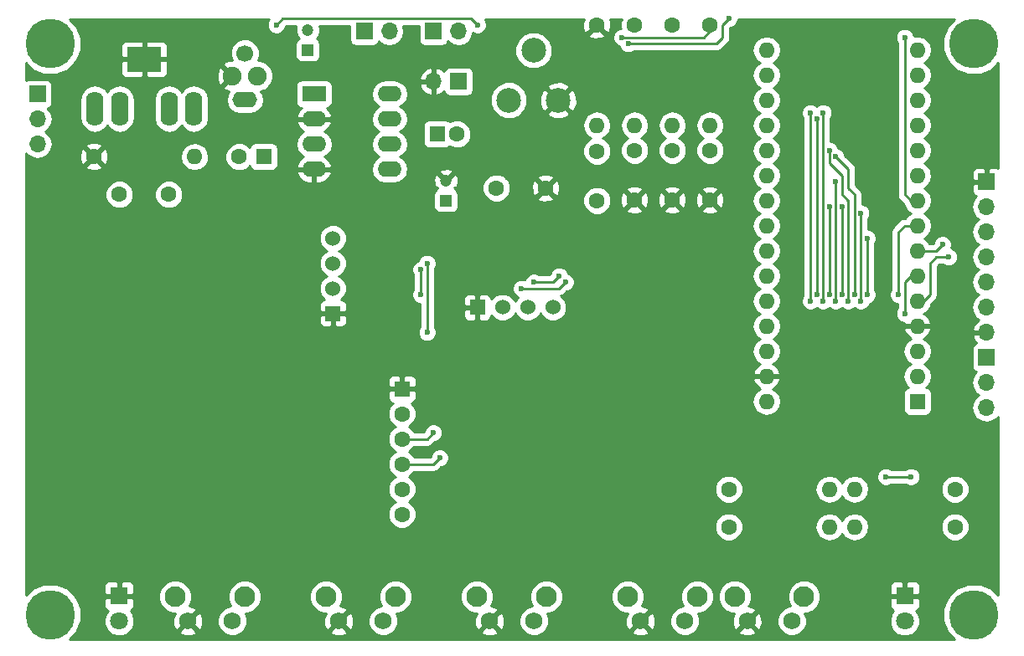
<source format=gbl>
G04 #@! TF.FileFunction,Copper,L2,Bot,Signal*
%FSLAX46Y46*%
G04 Gerber Fmt 4.6, Leading zero omitted, Abs format (unit mm)*
G04 Created by KiCad (PCBNEW 4.0.7) date 02/09/20 20:54:59*
%MOMM*%
%LPD*%
G01*
G04 APERTURE LIST*
%ADD10C,0.100000*%
%ADD11R,1.700000X1.700000*%
%ADD12O,1.700000X1.700000*%
%ADD13R,1.600000X1.600000*%
%ADD14O,1.600000X1.600000*%
%ADD15C,2.100000*%
%ADD16C,1.750000*%
%ADD17C,5.000000*%
%ADD18C,1.600000*%
%ADD19C,2.500000*%
%ADD20R,2.400000X1.600000*%
%ADD21O,2.400000X1.600000*%
%ADD22R,1.200000X1.200000*%
%ADD23C,1.200000*%
%ADD24C,1.900000*%
%ADD25O,2.500000X1.600000*%
%ADD26C,1.700000*%
%ADD27R,1.800000X1.800000*%
%ADD28C,1.800000*%
%ADD29R,3.500000X2.500000*%
%ADD30O,1.750000X3.500000*%
%ADD31R,1.524000X1.524000*%
%ADD32C,1.524000*%
%ADD33C,0.600000*%
%ADD34C,0.250000*%
%ADD35C,0.254000*%
G04 APERTURE END LIST*
D10*
D11*
X168275000Y-95250000D03*
D12*
X168275000Y-97790000D03*
X168275000Y-100330000D03*
X168275000Y-102870000D03*
X168275000Y-105410000D03*
X168275000Y-107950000D03*
X168275000Y-110490000D03*
D13*
X161290000Y-117475000D03*
D14*
X146050000Y-84455000D03*
X161290000Y-114935000D03*
X146050000Y-86995000D03*
X161290000Y-112395000D03*
X146050000Y-89535000D03*
X161290000Y-109855000D03*
X146050000Y-92075000D03*
X161290000Y-107315000D03*
X146050000Y-94615000D03*
X161290000Y-104775000D03*
X146050000Y-97155000D03*
X161290000Y-102235000D03*
X146050000Y-99695000D03*
X161290000Y-99695000D03*
X146050000Y-102235000D03*
X161290000Y-97155000D03*
X146050000Y-104775000D03*
X161290000Y-94615000D03*
X146050000Y-107315000D03*
X161290000Y-92075000D03*
X146050000Y-109855000D03*
X161290000Y-89535000D03*
X146050000Y-112395000D03*
X161290000Y-86995000D03*
X146050000Y-114935000D03*
X161290000Y-84455000D03*
X146050000Y-117475000D03*
X161290000Y-81915000D03*
X146050000Y-81915000D03*
D15*
X132035000Y-137210000D03*
D16*
X133295000Y-139700000D03*
X137795000Y-139700000D03*
D15*
X139045000Y-137210000D03*
X142830000Y-137210000D03*
D16*
X144090000Y-139700000D03*
X148590000Y-139700000D03*
D15*
X149840000Y-137210000D03*
X101555000Y-137210000D03*
D16*
X102815000Y-139700000D03*
X107315000Y-139700000D03*
D15*
X108565000Y-137210000D03*
X86315000Y-137210000D03*
D16*
X87575000Y-139700000D03*
X92075000Y-139700000D03*
D15*
X93325000Y-137210000D03*
X116795000Y-137210000D03*
D16*
X118055000Y-139700000D03*
X122555000Y-139700000D03*
D15*
X123805000Y-137210000D03*
D17*
X73660000Y-139065000D03*
X167005000Y-139065000D03*
X167005000Y-81280000D03*
X73660000Y-81280000D03*
D11*
X105410000Y-80010000D03*
D12*
X107950000Y-80010000D03*
D11*
X112395000Y-80010000D03*
D12*
X114935000Y-80010000D03*
D11*
X72390000Y-86360000D03*
D12*
X72390000Y-88900000D03*
X72390000Y-91440000D03*
D18*
X132715000Y-79375000D03*
D14*
X132715000Y-89535000D03*
D18*
X136525000Y-79375000D03*
D14*
X136525000Y-89535000D03*
D18*
X140335000Y-79375000D03*
D14*
X140335000Y-89535000D03*
D18*
X128905000Y-79375000D03*
D14*
X128905000Y-89535000D03*
D18*
X78105000Y-92710000D03*
D14*
X88265000Y-92710000D03*
D19*
X122515000Y-81955000D03*
X125015000Y-86995000D03*
X120015000Y-86995000D03*
D20*
X100330000Y-86360000D03*
D21*
X107950000Y-93980000D03*
X100330000Y-88900000D03*
X107950000Y-91440000D03*
X100330000Y-91440000D03*
X107950000Y-88900000D03*
X100330000Y-93980000D03*
X107950000Y-86360000D03*
D18*
X128905000Y-97155000D03*
X128905000Y-92155000D03*
X132715000Y-92075000D03*
X132715000Y-97075000D03*
X136525000Y-92075000D03*
X136525000Y-97075000D03*
X140335000Y-92075000D03*
X140335000Y-97075000D03*
X118745000Y-95885000D03*
X123745000Y-95885000D03*
D22*
X113665000Y-97155000D03*
D23*
X113665000Y-95155000D03*
D13*
X112776000Y-90424000D03*
D18*
X114776000Y-90424000D03*
D22*
X99695000Y-81915000D03*
D23*
X99695000Y-79915000D03*
D18*
X80645000Y-96520000D03*
X85645000Y-96520000D03*
D13*
X95250000Y-92710000D03*
D18*
X92750000Y-92710000D03*
D24*
X94595000Y-84540000D03*
D25*
X93345000Y-86940000D03*
D24*
X92095000Y-84540000D03*
D26*
X93345000Y-82240000D03*
D27*
X80645000Y-137160000D03*
D28*
X80645000Y-139700000D03*
D18*
X165100000Y-126365000D03*
D14*
X154940000Y-126365000D03*
D29*
X83185000Y-82859000D03*
D30*
X88185000Y-87865000D03*
X78185000Y-87865000D03*
X85685000Y-87865000D03*
X80685000Y-87865000D03*
D27*
X160020000Y-137160000D03*
D28*
X160020000Y-139700000D03*
D18*
X165100000Y-130175000D03*
D14*
X154940000Y-130175000D03*
D18*
X109220000Y-128905000D03*
X109220000Y-126365000D03*
X109220000Y-123825000D03*
X109220000Y-121285000D03*
X109220000Y-118745000D03*
D13*
X109220000Y-116205000D03*
D31*
X116840000Y-107950000D03*
D32*
X119380000Y-107950000D03*
X121920000Y-107950000D03*
X124460000Y-107950000D03*
D11*
X114935000Y-85090000D03*
D12*
X112395000Y-85090000D03*
D11*
X168275000Y-113030000D03*
D12*
X168275000Y-115570000D03*
X168275000Y-118110000D03*
D18*
X142240000Y-130175000D03*
D14*
X152400000Y-130175000D03*
D18*
X142240000Y-126365000D03*
D14*
X152400000Y-126365000D03*
D31*
X102235000Y-108585000D03*
D32*
X102235000Y-106045000D03*
X102235000Y-103505000D03*
X102235000Y-100965000D03*
D33*
X154305000Y-107315000D03*
X152400000Y-92075000D03*
X153035000Y-92710000D03*
X154940000Y-106680000D03*
X153035000Y-95250000D03*
X153035000Y-107315000D03*
X152400000Y-106680000D03*
X152400000Y-97790000D03*
X153670000Y-106680000D03*
X153670000Y-97790000D03*
X155575000Y-107315000D03*
X155575000Y-98425000D03*
X156210000Y-106680000D03*
X156210000Y-100965000D03*
X122555000Y-105410000D03*
X125095000Y-104775000D03*
X111125000Y-106680000D03*
X111125000Y-104140000D03*
X131445000Y-80645000D03*
X160020000Y-80645000D03*
X142240000Y-78740000D03*
X132080000Y-81280000D03*
X116840000Y-79375000D03*
X96520000Y-79375000D03*
X151765000Y-107315000D03*
X151765000Y-88265000D03*
X113030000Y-123190000D03*
X151130000Y-106680000D03*
X151130000Y-88900000D03*
X112395000Y-120650000D03*
X150495000Y-107315000D03*
X150495000Y-88265000D03*
X111760000Y-103505000D03*
X111760000Y-110490000D03*
X164465000Y-102870000D03*
X163830000Y-101600000D03*
X159385000Y-106680000D03*
X160020000Y-108585000D03*
X125730000Y-105410000D03*
X121285000Y-106045000D03*
X158115000Y-125095000D03*
X160655000Y-125095000D03*
D34*
X154305000Y-97155000D02*
X154305000Y-107315000D01*
X153670000Y-96520000D02*
X154305000Y-97155000D01*
X153670000Y-94615000D02*
X153670000Y-96520000D01*
X152400000Y-93345000D02*
X153670000Y-94615000D01*
X152400000Y-92075000D02*
X152400000Y-93345000D01*
X154940000Y-96520000D02*
X154940000Y-106680000D01*
X154305000Y-95885000D02*
X154940000Y-96520000D01*
X154305000Y-93980000D02*
X154305000Y-95885000D01*
X154305000Y-93980000D02*
X153035000Y-92710000D01*
X153035000Y-107315000D02*
X153035000Y-95250000D01*
X152400000Y-97790000D02*
X152400000Y-106680000D01*
X153670000Y-97790000D02*
X153670000Y-106680000D01*
X155575000Y-98425000D02*
X155575000Y-107315000D01*
X156210000Y-106680000D02*
X156210000Y-100965000D01*
X124460000Y-105410000D02*
X122555000Y-105410000D01*
X125095000Y-104775000D02*
X124460000Y-105410000D01*
X111125000Y-104140000D02*
X111125000Y-106680000D01*
X140335000Y-79375000D02*
X140335000Y-80010000D01*
X137795000Y-80645000D02*
X139700000Y-80645000D01*
X139700000Y-80645000D02*
X140335000Y-80010000D01*
X131445000Y-80645000D02*
X137795000Y-80645000D01*
X161290000Y-97155000D02*
X160655000Y-97155000D01*
X160655000Y-97155000D02*
X160020000Y-96520000D01*
X160020000Y-96520000D02*
X160020000Y-80645000D01*
X141605000Y-79375000D02*
X142240000Y-78740000D01*
X141605000Y-80645000D02*
X141605000Y-79375000D01*
X140970000Y-81280000D02*
X141605000Y-80645000D01*
X137160000Y-81280000D02*
X140970000Y-81280000D01*
X132080000Y-81280000D02*
X137160000Y-81280000D01*
X116205000Y-78740000D02*
X116840000Y-79375000D01*
X97155000Y-78740000D02*
X116205000Y-78740000D01*
X96520000Y-79375000D02*
X97155000Y-78740000D01*
X151765000Y-88265000D02*
X151765000Y-107315000D01*
X109220000Y-123825000D02*
X112395000Y-123825000D01*
X112395000Y-123825000D02*
X113030000Y-123190000D01*
X151130000Y-88900000D02*
X151130000Y-106680000D01*
X109220000Y-121285000D02*
X111760000Y-121285000D01*
X111760000Y-121285000D02*
X112395000Y-120650000D01*
X150495000Y-88265000D02*
X150495000Y-107315000D01*
X111760000Y-107315000D02*
X111760000Y-110490000D01*
X111760000Y-103505000D02*
X111760000Y-107315000D01*
X161290000Y-107315000D02*
X161925000Y-107315000D01*
X161925000Y-107315000D02*
X162560000Y-106680000D01*
X162560000Y-106680000D02*
X162560000Y-103505000D01*
X162560000Y-103505000D02*
X163195000Y-102870000D01*
X163195000Y-102870000D02*
X164465000Y-102870000D01*
X161290000Y-102235000D02*
X163195000Y-102235000D01*
X163195000Y-102235000D02*
X163830000Y-101600000D01*
X161290000Y-102235000D02*
X161925000Y-102235000D01*
X159385000Y-100330000D02*
X160020000Y-99695000D01*
X159385000Y-106680000D02*
X159385000Y-100330000D01*
X160020000Y-99695000D02*
X161290000Y-99695000D01*
X160020000Y-105410000D02*
X160020000Y-108585000D01*
X160655000Y-104775000D02*
X160020000Y-105410000D01*
X161290000Y-104775000D02*
X160655000Y-104775000D01*
X125095000Y-106045000D02*
X125730000Y-105410000D01*
X121285000Y-106045000D02*
X125095000Y-106045000D01*
X160655000Y-125095000D02*
X158115000Y-125095000D01*
D35*
G36*
X95727808Y-78844673D02*
X95585162Y-79188201D01*
X95584838Y-79560167D01*
X95726883Y-79903943D01*
X95989673Y-80167192D01*
X96333201Y-80309838D01*
X96705167Y-80310162D01*
X97048943Y-80168117D01*
X97312192Y-79905327D01*
X97454838Y-79561799D01*
X97454879Y-79514923D01*
X97469802Y-79500000D01*
X98530085Y-79500000D01*
X98460215Y-79668266D01*
X98459786Y-80159579D01*
X98647408Y-80613657D01*
X98790109Y-80756608D01*
X98643559Y-80850910D01*
X98498569Y-81063110D01*
X98447560Y-81315000D01*
X98447560Y-82515000D01*
X98491838Y-82750317D01*
X98630910Y-82966441D01*
X98843110Y-83111431D01*
X99095000Y-83162440D01*
X100295000Y-83162440D01*
X100530317Y-83118162D01*
X100746441Y-82979090D01*
X100891431Y-82766890D01*
X100942440Y-82515000D01*
X100942440Y-82328305D01*
X120629674Y-82328305D01*
X120916043Y-83021372D01*
X121445839Y-83552093D01*
X122138405Y-83839672D01*
X122888305Y-83840326D01*
X123581372Y-83553957D01*
X124112093Y-83024161D01*
X124399672Y-82331595D01*
X124400326Y-81581695D01*
X124113957Y-80888628D01*
X123608956Y-80382745D01*
X128076861Y-80382745D01*
X128150995Y-80628864D01*
X128688223Y-80821965D01*
X129258454Y-80794778D01*
X129659005Y-80628864D01*
X129733139Y-80382745D01*
X128905000Y-79554605D01*
X128076861Y-80382745D01*
X123608956Y-80382745D01*
X123584161Y-80357907D01*
X122891595Y-80070328D01*
X122141695Y-80069674D01*
X121448628Y-80356043D01*
X120917907Y-80885839D01*
X120630328Y-81578405D01*
X120629674Y-82328305D01*
X100942440Y-82328305D01*
X100942440Y-81315000D01*
X100898162Y-81079683D01*
X100759090Y-80863559D01*
X100601042Y-80755569D01*
X100741371Y-80615485D01*
X100929785Y-80161734D01*
X100930214Y-79670421D01*
X100859797Y-79500000D01*
X103912560Y-79500000D01*
X103912560Y-80860000D01*
X103956838Y-81095317D01*
X104095910Y-81311441D01*
X104308110Y-81456431D01*
X104560000Y-81507440D01*
X106260000Y-81507440D01*
X106495317Y-81463162D01*
X106711441Y-81324090D01*
X106856431Y-81111890D01*
X106870086Y-81044459D01*
X106899946Y-81089147D01*
X107381715Y-81411054D01*
X107950000Y-81524093D01*
X108518285Y-81411054D01*
X109000054Y-81089147D01*
X109321961Y-80607378D01*
X109435000Y-80039093D01*
X109435000Y-79980907D01*
X109339342Y-79500000D01*
X110897560Y-79500000D01*
X110897560Y-80860000D01*
X110941838Y-81095317D01*
X111080910Y-81311441D01*
X111293110Y-81456431D01*
X111545000Y-81507440D01*
X113245000Y-81507440D01*
X113480317Y-81463162D01*
X113696441Y-81324090D01*
X113841431Y-81111890D01*
X113855086Y-81044459D01*
X113884946Y-81089147D01*
X114366715Y-81411054D01*
X114935000Y-81524093D01*
X115503285Y-81411054D01*
X115985054Y-81089147D01*
X116306961Y-80607378D01*
X116388046Y-80199736D01*
X116653201Y-80309838D01*
X117025167Y-80310162D01*
X117368943Y-80168117D01*
X117632192Y-79905327D01*
X117774838Y-79561799D01*
X117775162Y-79189833D01*
X117633117Y-78846057D01*
X117602114Y-78815000D01*
X127581403Y-78815000D01*
X127458035Y-79158223D01*
X127485222Y-79728454D01*
X127651136Y-80129005D01*
X127897255Y-80203139D01*
X128725395Y-79375000D01*
X128711252Y-79360858D01*
X128890858Y-79181253D01*
X128905000Y-79195395D01*
X128919143Y-79181253D01*
X129098748Y-79360858D01*
X129084605Y-79375000D01*
X129912745Y-80203139D01*
X130158864Y-80129005D01*
X130351965Y-79591777D01*
X130324778Y-79021546D01*
X130239224Y-78815000D01*
X131393738Y-78815000D01*
X131280250Y-79088309D01*
X131279752Y-79659187D01*
X131300695Y-79709874D01*
X131259833Y-79709838D01*
X130916057Y-79851883D01*
X130652808Y-80114673D01*
X130510162Y-80458201D01*
X130509838Y-80830167D01*
X130651883Y-81173943D01*
X130914673Y-81437192D01*
X131178554Y-81546765D01*
X131286883Y-81808943D01*
X131549673Y-82072192D01*
X131893201Y-82214838D01*
X132265167Y-82215162D01*
X132608943Y-82073117D01*
X132642118Y-82040000D01*
X140970000Y-82040000D01*
X141260839Y-81982148D01*
X141361333Y-81915000D01*
X144586887Y-81915000D01*
X144696120Y-82464151D01*
X145007189Y-82929698D01*
X145389275Y-83185000D01*
X145007189Y-83440302D01*
X144696120Y-83905849D01*
X144586887Y-84455000D01*
X144696120Y-85004151D01*
X145007189Y-85469698D01*
X145389275Y-85725000D01*
X145007189Y-85980302D01*
X144696120Y-86445849D01*
X144586887Y-86995000D01*
X144696120Y-87544151D01*
X145007189Y-88009698D01*
X145389275Y-88265000D01*
X145007189Y-88520302D01*
X144696120Y-88985849D01*
X144586887Y-89535000D01*
X144696120Y-90084151D01*
X145007189Y-90549698D01*
X145389275Y-90805000D01*
X145007189Y-91060302D01*
X144696120Y-91525849D01*
X144586887Y-92075000D01*
X144696120Y-92624151D01*
X145007189Y-93089698D01*
X145389275Y-93345000D01*
X145007189Y-93600302D01*
X144696120Y-94065849D01*
X144586887Y-94615000D01*
X144696120Y-95164151D01*
X145007189Y-95629698D01*
X145389275Y-95885000D01*
X145007189Y-96140302D01*
X144696120Y-96605849D01*
X144586887Y-97155000D01*
X144696120Y-97704151D01*
X145007189Y-98169698D01*
X145389275Y-98425000D01*
X145007189Y-98680302D01*
X144696120Y-99145849D01*
X144586887Y-99695000D01*
X144696120Y-100244151D01*
X145007189Y-100709698D01*
X145389275Y-100965000D01*
X145007189Y-101220302D01*
X144696120Y-101685849D01*
X144586887Y-102235000D01*
X144696120Y-102784151D01*
X145007189Y-103249698D01*
X145389275Y-103505000D01*
X145007189Y-103760302D01*
X144696120Y-104225849D01*
X144586887Y-104775000D01*
X144696120Y-105324151D01*
X145007189Y-105789698D01*
X145389275Y-106045000D01*
X145007189Y-106300302D01*
X144696120Y-106765849D01*
X144586887Y-107315000D01*
X144696120Y-107864151D01*
X145007189Y-108329698D01*
X145389275Y-108585000D01*
X145007189Y-108840302D01*
X144696120Y-109305849D01*
X144586887Y-109855000D01*
X144696120Y-110404151D01*
X145007189Y-110869698D01*
X145389275Y-111125000D01*
X145007189Y-111380302D01*
X144696120Y-111845849D01*
X144586887Y-112395000D01*
X144696120Y-112944151D01*
X145007189Y-113409698D01*
X145411703Y-113679986D01*
X145194866Y-113782611D01*
X144818959Y-114197577D01*
X144658096Y-114585961D01*
X144780085Y-114808000D01*
X145923000Y-114808000D01*
X145923000Y-114788000D01*
X146177000Y-114788000D01*
X146177000Y-114808000D01*
X147319915Y-114808000D01*
X147441904Y-114585961D01*
X147281041Y-114197577D01*
X146905134Y-113782611D01*
X146688297Y-113679986D01*
X147092811Y-113409698D01*
X147403880Y-112944151D01*
X147513113Y-112395000D01*
X159826887Y-112395000D01*
X159936120Y-112944151D01*
X160247189Y-113409698D01*
X160629275Y-113665000D01*
X160247189Y-113920302D01*
X159936120Y-114385849D01*
X159826887Y-114935000D01*
X159936120Y-115484151D01*
X160247189Y-115949698D01*
X160391465Y-116046101D01*
X160254683Y-116071838D01*
X160038559Y-116210910D01*
X159893569Y-116423110D01*
X159842560Y-116675000D01*
X159842560Y-118275000D01*
X159886838Y-118510317D01*
X160025910Y-118726441D01*
X160238110Y-118871431D01*
X160490000Y-118922440D01*
X162090000Y-118922440D01*
X162325317Y-118878162D01*
X162541441Y-118739090D01*
X162686431Y-118526890D01*
X162737440Y-118275000D01*
X162737440Y-116675000D01*
X162693162Y-116439683D01*
X162554090Y-116223559D01*
X162341890Y-116078569D01*
X162186911Y-116047185D01*
X162332811Y-115949698D01*
X162643880Y-115484151D01*
X162753113Y-114935000D01*
X162643880Y-114385849D01*
X162332811Y-113920302D01*
X161950725Y-113665000D01*
X162332811Y-113409698D01*
X162643880Y-112944151D01*
X162753113Y-112395000D01*
X162643880Y-111845849D01*
X162332811Y-111380302D01*
X161928297Y-111110014D01*
X162145134Y-111007389D01*
X162521041Y-110592423D01*
X162681904Y-110204039D01*
X162559915Y-109982000D01*
X161417000Y-109982000D01*
X161417000Y-110002000D01*
X161163000Y-110002000D01*
X161163000Y-109982000D01*
X160020085Y-109982000D01*
X159898096Y-110204039D01*
X160058959Y-110592423D01*
X160434866Y-111007389D01*
X160651703Y-111110014D01*
X160247189Y-111380302D01*
X159936120Y-111845849D01*
X159826887Y-112395000D01*
X147513113Y-112395000D01*
X147403880Y-111845849D01*
X147092811Y-111380302D01*
X146710725Y-111125000D01*
X147092811Y-110869698D01*
X147403880Y-110404151D01*
X147513113Y-109855000D01*
X147403880Y-109305849D01*
X147092811Y-108840302D01*
X146710725Y-108585000D01*
X147092811Y-108329698D01*
X147403880Y-107864151D01*
X147513113Y-107315000D01*
X147403880Y-106765849D01*
X147092811Y-106300302D01*
X146710725Y-106045000D01*
X147092811Y-105789698D01*
X147403880Y-105324151D01*
X147513113Y-104775000D01*
X147403880Y-104225849D01*
X147092811Y-103760302D01*
X146710725Y-103505000D01*
X147092811Y-103249698D01*
X147403880Y-102784151D01*
X147513113Y-102235000D01*
X147403880Y-101685849D01*
X147092811Y-101220302D01*
X146710725Y-100965000D01*
X147092811Y-100709698D01*
X147403880Y-100244151D01*
X147513113Y-99695000D01*
X147403880Y-99145849D01*
X147092811Y-98680302D01*
X146710725Y-98425000D01*
X147092811Y-98169698D01*
X147403880Y-97704151D01*
X147513113Y-97155000D01*
X147403880Y-96605849D01*
X147092811Y-96140302D01*
X146710725Y-95885000D01*
X147092811Y-95629698D01*
X147403880Y-95164151D01*
X147513113Y-94615000D01*
X147403880Y-94065849D01*
X147092811Y-93600302D01*
X146710725Y-93345000D01*
X147092811Y-93089698D01*
X147403880Y-92624151D01*
X147513113Y-92075000D01*
X147403880Y-91525849D01*
X147092811Y-91060302D01*
X146710725Y-90805000D01*
X147092811Y-90549698D01*
X147403880Y-90084151D01*
X147513113Y-89535000D01*
X147403880Y-88985849D01*
X147092811Y-88520302D01*
X146987847Y-88450167D01*
X149559838Y-88450167D01*
X149701883Y-88793943D01*
X149735000Y-88827118D01*
X149735000Y-106752537D01*
X149702808Y-106784673D01*
X149560162Y-107128201D01*
X149559838Y-107500167D01*
X149701883Y-107843943D01*
X149964673Y-108107192D01*
X150308201Y-108249838D01*
X150680167Y-108250162D01*
X151023943Y-108108117D01*
X151129954Y-108002290D01*
X151234673Y-108107192D01*
X151578201Y-108249838D01*
X151950167Y-108250162D01*
X152293943Y-108108117D01*
X152399954Y-108002290D01*
X152504673Y-108107192D01*
X152848201Y-108249838D01*
X153220167Y-108250162D01*
X153563943Y-108108117D01*
X153669954Y-108002290D01*
X153774673Y-108107192D01*
X154118201Y-108249838D01*
X154490167Y-108250162D01*
X154833943Y-108108117D01*
X154939954Y-108002290D01*
X155044673Y-108107192D01*
X155388201Y-108249838D01*
X155760167Y-108250162D01*
X156103943Y-108108117D01*
X156367192Y-107845327D01*
X156476765Y-107581446D01*
X156738943Y-107473117D01*
X157002192Y-107210327D01*
X157144838Y-106866799D01*
X157144839Y-106865167D01*
X158449838Y-106865167D01*
X158591883Y-107208943D01*
X158854673Y-107472192D01*
X159198201Y-107614838D01*
X159260000Y-107614892D01*
X159260000Y-108022537D01*
X159227808Y-108054673D01*
X159085162Y-108398201D01*
X159084838Y-108770167D01*
X159226883Y-109113943D01*
X159489673Y-109377192D01*
X159833201Y-109519838D01*
X159905755Y-109519901D01*
X160020085Y-109728000D01*
X161163000Y-109728000D01*
X161163000Y-109708000D01*
X161417000Y-109708000D01*
X161417000Y-109728000D01*
X162559915Y-109728000D01*
X162681904Y-109505961D01*
X162521041Y-109117577D01*
X162145134Y-108702611D01*
X161928297Y-108599986D01*
X162332811Y-108329698D01*
X162643880Y-107864151D01*
X162691859Y-107622943D01*
X163097401Y-107217401D01*
X163262148Y-106970839D01*
X163320000Y-106680000D01*
X163320000Y-103819802D01*
X163509802Y-103630000D01*
X163902537Y-103630000D01*
X163934673Y-103662192D01*
X164278201Y-103804838D01*
X164650167Y-103805162D01*
X164993943Y-103663117D01*
X165257192Y-103400327D01*
X165399838Y-103056799D01*
X165400162Y-102684833D01*
X165258117Y-102341057D01*
X164995327Y-102077808D01*
X164695668Y-101953378D01*
X164764838Y-101786799D01*
X164765162Y-101414833D01*
X164623117Y-101071057D01*
X164360327Y-100807808D01*
X164016799Y-100665162D01*
X163644833Y-100664838D01*
X163301057Y-100806883D01*
X163037808Y-101069673D01*
X162895162Y-101413201D01*
X162895121Y-101460077D01*
X162880198Y-101475000D01*
X162502995Y-101475000D01*
X162332811Y-101220302D01*
X161950725Y-100965000D01*
X162332811Y-100709698D01*
X162643880Y-100244151D01*
X162753113Y-99695000D01*
X162643880Y-99145849D01*
X162332811Y-98680302D01*
X161950725Y-98425000D01*
X162332811Y-98169698D01*
X162643880Y-97704151D01*
X162753113Y-97155000D01*
X162643880Y-96605849D01*
X162332811Y-96140302D01*
X161950725Y-95885000D01*
X162332811Y-95629698D01*
X162643880Y-95164151D01*
X162753113Y-94615000D01*
X162685223Y-94273690D01*
X166790000Y-94273690D01*
X166790000Y-94964250D01*
X166948750Y-95123000D01*
X168148000Y-95123000D01*
X168148000Y-93923750D01*
X167989250Y-93765000D01*
X167298691Y-93765000D01*
X167065302Y-93861673D01*
X166886673Y-94040301D01*
X166790000Y-94273690D01*
X162685223Y-94273690D01*
X162643880Y-94065849D01*
X162332811Y-93600302D01*
X161950725Y-93345000D01*
X162332811Y-93089698D01*
X162643880Y-92624151D01*
X162753113Y-92075000D01*
X162643880Y-91525849D01*
X162332811Y-91060302D01*
X161950725Y-90805000D01*
X162332811Y-90549698D01*
X162643880Y-90084151D01*
X162753113Y-89535000D01*
X162643880Y-88985849D01*
X162332811Y-88520302D01*
X161950725Y-88265000D01*
X162332811Y-88009698D01*
X162643880Y-87544151D01*
X162753113Y-86995000D01*
X162643880Y-86445849D01*
X162332811Y-85980302D01*
X161950725Y-85725000D01*
X162332811Y-85469698D01*
X162643880Y-85004151D01*
X162753113Y-84455000D01*
X162643880Y-83905849D01*
X162332811Y-83440302D01*
X161950725Y-83185000D01*
X162332811Y-82929698D01*
X162643880Y-82464151D01*
X162753113Y-81915000D01*
X162643880Y-81365849D01*
X162332811Y-80900302D01*
X161867264Y-80589233D01*
X161318113Y-80480000D01*
X161261887Y-80480000D01*
X160955091Y-80541026D01*
X160955162Y-80459833D01*
X160813117Y-80116057D01*
X160550327Y-79852808D01*
X160206799Y-79710162D01*
X159834833Y-79709838D01*
X159491057Y-79851883D01*
X159227808Y-80114673D01*
X159085162Y-80458201D01*
X159084838Y-80830167D01*
X159226883Y-81173943D01*
X159260000Y-81207118D01*
X159260000Y-96520000D01*
X159317852Y-96810839D01*
X159482599Y-97057401D01*
X159888141Y-97462943D01*
X159936120Y-97704151D01*
X160247189Y-98169698D01*
X160629275Y-98425000D01*
X160247189Y-98680302D01*
X160077005Y-98935000D01*
X160020000Y-98935000D01*
X159729161Y-98992852D01*
X159482599Y-99157599D01*
X158847599Y-99792599D01*
X158682852Y-100039161D01*
X158625000Y-100330000D01*
X158625000Y-106117537D01*
X158592808Y-106149673D01*
X158450162Y-106493201D01*
X158449838Y-106865167D01*
X157144839Y-106865167D01*
X157145162Y-106494833D01*
X157003117Y-106151057D01*
X156970000Y-106117882D01*
X156970000Y-101527463D01*
X157002192Y-101495327D01*
X157144838Y-101151799D01*
X157145162Y-100779833D01*
X157003117Y-100436057D01*
X156740327Y-100172808D01*
X156396799Y-100030162D01*
X156335000Y-100030108D01*
X156335000Y-98987463D01*
X156367192Y-98955327D01*
X156509838Y-98611799D01*
X156510162Y-98239833D01*
X156368117Y-97896057D01*
X156105327Y-97632808D01*
X155761799Y-97490162D01*
X155700000Y-97490108D01*
X155700000Y-96520000D01*
X155642148Y-96229161D01*
X155477401Y-95982599D01*
X155065000Y-95570198D01*
X155065000Y-93980000D01*
X155039738Y-93853000D01*
X155007148Y-93689160D01*
X154842401Y-93442599D01*
X153970122Y-92570320D01*
X153970162Y-92524833D01*
X153828117Y-92181057D01*
X153565327Y-91917808D01*
X153301446Y-91808235D01*
X153193117Y-91546057D01*
X152930327Y-91282808D01*
X152586799Y-91140162D01*
X152525000Y-91140108D01*
X152525000Y-88827463D01*
X152557192Y-88795327D01*
X152699838Y-88451799D01*
X152700162Y-88079833D01*
X152558117Y-87736057D01*
X152295327Y-87472808D01*
X151951799Y-87330162D01*
X151579833Y-87329838D01*
X151236057Y-87471883D01*
X151130046Y-87577710D01*
X151025327Y-87472808D01*
X150681799Y-87330162D01*
X150309833Y-87329838D01*
X149966057Y-87471883D01*
X149702808Y-87734673D01*
X149560162Y-88078201D01*
X149559838Y-88450167D01*
X146987847Y-88450167D01*
X146710725Y-88265000D01*
X147092811Y-88009698D01*
X147403880Y-87544151D01*
X147513113Y-86995000D01*
X147403880Y-86445849D01*
X147092811Y-85980302D01*
X146710725Y-85725000D01*
X147092811Y-85469698D01*
X147403880Y-85004151D01*
X147513113Y-84455000D01*
X147403880Y-83905849D01*
X147092811Y-83440302D01*
X146710725Y-83185000D01*
X147092811Y-82929698D01*
X147403880Y-82464151D01*
X147513113Y-81915000D01*
X147403880Y-81365849D01*
X147092811Y-80900302D01*
X146627264Y-80589233D01*
X146078113Y-80480000D01*
X146021887Y-80480000D01*
X145472736Y-80589233D01*
X145007189Y-80900302D01*
X144696120Y-81365849D01*
X144586887Y-81915000D01*
X141361333Y-81915000D01*
X141507401Y-81817401D01*
X142142401Y-81182401D01*
X142307148Y-80935839D01*
X142365000Y-80645000D01*
X142365000Y-79689802D01*
X142379680Y-79675122D01*
X142425167Y-79675162D01*
X142768943Y-79533117D01*
X143032192Y-79270327D01*
X143174838Y-78926799D01*
X143174935Y-78815000D01*
X165036873Y-78815000D01*
X164348826Y-79501847D01*
X163870546Y-80653674D01*
X163869457Y-81900854D01*
X164345727Y-83053515D01*
X165226847Y-83936174D01*
X166378674Y-84414454D01*
X167625854Y-84415543D01*
X168778515Y-83939273D01*
X169470000Y-83248994D01*
X169470000Y-93855585D01*
X169251309Y-93765000D01*
X168560750Y-93765000D01*
X168402000Y-93923750D01*
X168402000Y-95123000D01*
X168422000Y-95123000D01*
X168422000Y-95377000D01*
X168402000Y-95377000D01*
X168402000Y-95397000D01*
X168148000Y-95397000D01*
X168148000Y-95377000D01*
X166948750Y-95377000D01*
X166790000Y-95535750D01*
X166790000Y-96226310D01*
X166886673Y-96459699D01*
X167065302Y-96638327D01*
X167239777Y-96710597D01*
X167195853Y-96739946D01*
X166873946Y-97221715D01*
X166760907Y-97790000D01*
X166873946Y-98358285D01*
X167195853Y-98840054D01*
X167525026Y-99060000D01*
X167195853Y-99279946D01*
X166873946Y-99761715D01*
X166760907Y-100330000D01*
X166873946Y-100898285D01*
X167195853Y-101380054D01*
X167525026Y-101600000D01*
X167195853Y-101819946D01*
X166873946Y-102301715D01*
X166760907Y-102870000D01*
X166873946Y-103438285D01*
X167195853Y-103920054D01*
X167525026Y-104140000D01*
X167195853Y-104359946D01*
X166873946Y-104841715D01*
X166760907Y-105410000D01*
X166873946Y-105978285D01*
X167195853Y-106460054D01*
X167525026Y-106680000D01*
X167195853Y-106899946D01*
X166873946Y-107381715D01*
X166760907Y-107950000D01*
X166873946Y-108518285D01*
X167195853Y-109000054D01*
X167536553Y-109227702D01*
X167393642Y-109294817D01*
X167003355Y-109723076D01*
X166833524Y-110133110D01*
X166954845Y-110363000D01*
X168148000Y-110363000D01*
X168148000Y-110343000D01*
X168402000Y-110343000D01*
X168402000Y-110363000D01*
X168422000Y-110363000D01*
X168422000Y-110617000D01*
X168402000Y-110617000D01*
X168402000Y-110637000D01*
X168148000Y-110637000D01*
X168148000Y-110617000D01*
X166954845Y-110617000D01*
X166833524Y-110846890D01*
X167003355Y-111256924D01*
X167279501Y-111559937D01*
X167189683Y-111576838D01*
X166973559Y-111715910D01*
X166828569Y-111928110D01*
X166777560Y-112180000D01*
X166777560Y-113880000D01*
X166821838Y-114115317D01*
X166960910Y-114331441D01*
X167173110Y-114476431D01*
X167240541Y-114490086D01*
X167195853Y-114519946D01*
X166873946Y-115001715D01*
X166760907Y-115570000D01*
X166873946Y-116138285D01*
X167195853Y-116620054D01*
X167525026Y-116840000D01*
X167195853Y-117059946D01*
X166873946Y-117541715D01*
X166760907Y-118110000D01*
X166873946Y-118678285D01*
X167195853Y-119160054D01*
X167677622Y-119481961D01*
X168245907Y-119595000D01*
X168304093Y-119595000D01*
X168872378Y-119481961D01*
X169354147Y-119160054D01*
X169470000Y-118986667D01*
X169470000Y-137096873D01*
X168783153Y-136408826D01*
X167631326Y-135930546D01*
X166384146Y-135929457D01*
X165231485Y-136405727D01*
X164348826Y-137286847D01*
X163870546Y-138438674D01*
X163869457Y-139685854D01*
X164345727Y-140838515D01*
X165036006Y-141530000D01*
X75628127Y-141530000D01*
X76316174Y-140843153D01*
X76664624Y-140003991D01*
X79109735Y-140003991D01*
X79342932Y-140568371D01*
X79774357Y-141000551D01*
X80338330Y-141234733D01*
X80948991Y-141235265D01*
X81513371Y-141002068D01*
X81753799Y-140762060D01*
X86692545Y-140762060D01*
X86775884Y-141015953D01*
X87340306Y-141221590D01*
X87940458Y-141195579D01*
X88374116Y-141015953D01*
X88457455Y-140762060D01*
X87575000Y-139879605D01*
X86692545Y-140762060D01*
X81753799Y-140762060D01*
X81945551Y-140570643D01*
X82179733Y-140006670D01*
X82180265Y-139396009D01*
X81947068Y-138831629D01*
X81769908Y-138654159D01*
X81904699Y-138598327D01*
X82083327Y-138419698D01*
X82180000Y-138186309D01*
X82180000Y-137543697D01*
X84629708Y-137543697D01*
X84885694Y-138163229D01*
X85359278Y-138637640D01*
X85978362Y-138894707D01*
X86277071Y-138894968D01*
X86259047Y-138900884D01*
X86053410Y-139465306D01*
X86079421Y-140065458D01*
X86259047Y-140499116D01*
X86512940Y-140582455D01*
X87395395Y-139700000D01*
X87754605Y-139700000D01*
X88637060Y-140582455D01*
X88890953Y-140499116D01*
X89073146Y-139999040D01*
X90564738Y-139999040D01*
X90794138Y-140554229D01*
X91218537Y-140979370D01*
X91773325Y-141209738D01*
X92374040Y-141210262D01*
X92929229Y-140980862D01*
X93148413Y-140762060D01*
X101932545Y-140762060D01*
X102015884Y-141015953D01*
X102580306Y-141221590D01*
X103180458Y-141195579D01*
X103614116Y-141015953D01*
X103697455Y-140762060D01*
X102815000Y-139879605D01*
X101932545Y-140762060D01*
X93148413Y-140762060D01*
X93354370Y-140556463D01*
X93584738Y-140001675D01*
X93585262Y-139400960D01*
X93376222Y-138895045D01*
X93658697Y-138895292D01*
X94278229Y-138639306D01*
X94752640Y-138165722D01*
X95009707Y-137546638D01*
X95009709Y-137543697D01*
X99869708Y-137543697D01*
X100125694Y-138163229D01*
X100599278Y-138637640D01*
X101218362Y-138894707D01*
X101517071Y-138894968D01*
X101499047Y-138900884D01*
X101293410Y-139465306D01*
X101319421Y-140065458D01*
X101499047Y-140499116D01*
X101752940Y-140582455D01*
X102635395Y-139700000D01*
X102994605Y-139700000D01*
X103877060Y-140582455D01*
X104130953Y-140499116D01*
X104313146Y-139999040D01*
X105804738Y-139999040D01*
X106034138Y-140554229D01*
X106458537Y-140979370D01*
X107013325Y-141209738D01*
X107614040Y-141210262D01*
X108169229Y-140980862D01*
X108388413Y-140762060D01*
X117172545Y-140762060D01*
X117255884Y-141015953D01*
X117820306Y-141221590D01*
X118420458Y-141195579D01*
X118854116Y-141015953D01*
X118937455Y-140762060D01*
X118055000Y-139879605D01*
X117172545Y-140762060D01*
X108388413Y-140762060D01*
X108594370Y-140556463D01*
X108824738Y-140001675D01*
X108825262Y-139400960D01*
X108616222Y-138895045D01*
X108898697Y-138895292D01*
X109518229Y-138639306D01*
X109992640Y-138165722D01*
X110249707Y-137546638D01*
X110249709Y-137543697D01*
X115109708Y-137543697D01*
X115365694Y-138163229D01*
X115839278Y-138637640D01*
X116458362Y-138894707D01*
X116757071Y-138894968D01*
X116739047Y-138900884D01*
X116533410Y-139465306D01*
X116559421Y-140065458D01*
X116739047Y-140499116D01*
X116992940Y-140582455D01*
X117875395Y-139700000D01*
X118234605Y-139700000D01*
X119117060Y-140582455D01*
X119370953Y-140499116D01*
X119553146Y-139999040D01*
X121044738Y-139999040D01*
X121274138Y-140554229D01*
X121698537Y-140979370D01*
X122253325Y-141209738D01*
X122854040Y-141210262D01*
X123409229Y-140980862D01*
X123628413Y-140762060D01*
X132412545Y-140762060D01*
X132495884Y-141015953D01*
X133060306Y-141221590D01*
X133660458Y-141195579D01*
X134094116Y-141015953D01*
X134177455Y-140762060D01*
X133295000Y-139879605D01*
X132412545Y-140762060D01*
X123628413Y-140762060D01*
X123834370Y-140556463D01*
X124064738Y-140001675D01*
X124065262Y-139400960D01*
X123856222Y-138895045D01*
X124138697Y-138895292D01*
X124758229Y-138639306D01*
X125232640Y-138165722D01*
X125489707Y-137546638D01*
X125489709Y-137543697D01*
X130349708Y-137543697D01*
X130605694Y-138163229D01*
X131079278Y-138637640D01*
X131698362Y-138894707D01*
X131997071Y-138894968D01*
X131979047Y-138900884D01*
X131773410Y-139465306D01*
X131799421Y-140065458D01*
X131979047Y-140499116D01*
X132232940Y-140582455D01*
X133115395Y-139700000D01*
X133474605Y-139700000D01*
X134357060Y-140582455D01*
X134610953Y-140499116D01*
X134793146Y-139999040D01*
X136284738Y-139999040D01*
X136514138Y-140554229D01*
X136938537Y-140979370D01*
X137493325Y-141209738D01*
X138094040Y-141210262D01*
X138649229Y-140980862D01*
X138868413Y-140762060D01*
X143207545Y-140762060D01*
X143290884Y-141015953D01*
X143855306Y-141221590D01*
X144455458Y-141195579D01*
X144889116Y-141015953D01*
X144972455Y-140762060D01*
X144090000Y-139879605D01*
X143207545Y-140762060D01*
X138868413Y-140762060D01*
X139074370Y-140556463D01*
X139304738Y-140001675D01*
X139305262Y-139400960D01*
X139096222Y-138895045D01*
X139378697Y-138895292D01*
X139998229Y-138639306D01*
X140472640Y-138165722D01*
X140729707Y-137546638D01*
X140729709Y-137543697D01*
X141144708Y-137543697D01*
X141400694Y-138163229D01*
X141874278Y-138637640D01*
X142493362Y-138894707D01*
X142792071Y-138894968D01*
X142774047Y-138900884D01*
X142568410Y-139465306D01*
X142594421Y-140065458D01*
X142774047Y-140499116D01*
X143027940Y-140582455D01*
X143910395Y-139700000D01*
X144269605Y-139700000D01*
X145152060Y-140582455D01*
X145405953Y-140499116D01*
X145588146Y-139999040D01*
X147079738Y-139999040D01*
X147309138Y-140554229D01*
X147733537Y-140979370D01*
X148288325Y-141209738D01*
X148889040Y-141210262D01*
X149444229Y-140980862D01*
X149869370Y-140556463D01*
X150098776Y-140003991D01*
X158484735Y-140003991D01*
X158717932Y-140568371D01*
X159149357Y-141000551D01*
X159713330Y-141234733D01*
X160323991Y-141235265D01*
X160888371Y-141002068D01*
X161320551Y-140570643D01*
X161554733Y-140006670D01*
X161555265Y-139396009D01*
X161322068Y-138831629D01*
X161144908Y-138654159D01*
X161279699Y-138598327D01*
X161458327Y-138419698D01*
X161555000Y-138186309D01*
X161555000Y-137445750D01*
X161396250Y-137287000D01*
X160147000Y-137287000D01*
X160147000Y-137307000D01*
X159893000Y-137307000D01*
X159893000Y-137287000D01*
X158643750Y-137287000D01*
X158485000Y-137445750D01*
X158485000Y-138186309D01*
X158581673Y-138419698D01*
X158760301Y-138598327D01*
X158894994Y-138654119D01*
X158719449Y-138829357D01*
X158485267Y-139393330D01*
X158484735Y-140003991D01*
X150098776Y-140003991D01*
X150099738Y-140001675D01*
X150100262Y-139400960D01*
X149891222Y-138895045D01*
X150173697Y-138895292D01*
X150793229Y-138639306D01*
X151267640Y-138165722D01*
X151524707Y-137546638D01*
X151525292Y-136876303D01*
X151269306Y-136256771D01*
X151146441Y-136133691D01*
X158485000Y-136133691D01*
X158485000Y-136874250D01*
X158643750Y-137033000D01*
X159893000Y-137033000D01*
X159893000Y-135783750D01*
X160147000Y-135783750D01*
X160147000Y-137033000D01*
X161396250Y-137033000D01*
X161555000Y-136874250D01*
X161555000Y-136133691D01*
X161458327Y-135900302D01*
X161279699Y-135721673D01*
X161046310Y-135625000D01*
X160305750Y-135625000D01*
X160147000Y-135783750D01*
X159893000Y-135783750D01*
X159734250Y-135625000D01*
X158993690Y-135625000D01*
X158760301Y-135721673D01*
X158581673Y-135900302D01*
X158485000Y-136133691D01*
X151146441Y-136133691D01*
X150795722Y-135782360D01*
X150176638Y-135525293D01*
X149506303Y-135524708D01*
X148886771Y-135780694D01*
X148412360Y-136254278D01*
X148155293Y-136873362D01*
X148154708Y-137543697D01*
X148410694Y-138163229D01*
X148437284Y-138189866D01*
X148290960Y-138189738D01*
X147735771Y-138419138D01*
X147310630Y-138843537D01*
X147080262Y-139398325D01*
X147079738Y-139999040D01*
X145588146Y-139999040D01*
X145611590Y-139934694D01*
X145585579Y-139334542D01*
X145405953Y-138900884D01*
X145152060Y-138817545D01*
X144269605Y-139700000D01*
X143910395Y-139700000D01*
X143896253Y-139685858D01*
X144075858Y-139506253D01*
X144090000Y-139520395D01*
X144972455Y-138637940D01*
X144889116Y-138384047D01*
X144324694Y-138178410D01*
X144241310Y-138182024D01*
X144257640Y-138165722D01*
X144514707Y-137546638D01*
X144515292Y-136876303D01*
X144259306Y-136256771D01*
X143785722Y-135782360D01*
X143166638Y-135525293D01*
X142496303Y-135524708D01*
X141876771Y-135780694D01*
X141402360Y-136254278D01*
X141145293Y-136873362D01*
X141144708Y-137543697D01*
X140729709Y-137543697D01*
X140730292Y-136876303D01*
X140474306Y-136256771D01*
X140000722Y-135782360D01*
X139381638Y-135525293D01*
X138711303Y-135524708D01*
X138091771Y-135780694D01*
X137617360Y-136254278D01*
X137360293Y-136873362D01*
X137359708Y-137543697D01*
X137615694Y-138163229D01*
X137642284Y-138189866D01*
X137495960Y-138189738D01*
X136940771Y-138419138D01*
X136515630Y-138843537D01*
X136285262Y-139398325D01*
X136284738Y-139999040D01*
X134793146Y-139999040D01*
X134816590Y-139934694D01*
X134790579Y-139334542D01*
X134610953Y-138900884D01*
X134357060Y-138817545D01*
X133474605Y-139700000D01*
X133115395Y-139700000D01*
X133101253Y-139685858D01*
X133280858Y-139506253D01*
X133295000Y-139520395D01*
X134177455Y-138637940D01*
X134094116Y-138384047D01*
X133529694Y-138178410D01*
X133446310Y-138182024D01*
X133462640Y-138165722D01*
X133719707Y-137546638D01*
X133720292Y-136876303D01*
X133464306Y-136256771D01*
X132990722Y-135782360D01*
X132371638Y-135525293D01*
X131701303Y-135524708D01*
X131081771Y-135780694D01*
X130607360Y-136254278D01*
X130350293Y-136873362D01*
X130349708Y-137543697D01*
X125489709Y-137543697D01*
X125490292Y-136876303D01*
X125234306Y-136256771D01*
X124760722Y-135782360D01*
X124141638Y-135525293D01*
X123471303Y-135524708D01*
X122851771Y-135780694D01*
X122377360Y-136254278D01*
X122120293Y-136873362D01*
X122119708Y-137543697D01*
X122375694Y-138163229D01*
X122402284Y-138189866D01*
X122255960Y-138189738D01*
X121700771Y-138419138D01*
X121275630Y-138843537D01*
X121045262Y-139398325D01*
X121044738Y-139999040D01*
X119553146Y-139999040D01*
X119576590Y-139934694D01*
X119550579Y-139334542D01*
X119370953Y-138900884D01*
X119117060Y-138817545D01*
X118234605Y-139700000D01*
X117875395Y-139700000D01*
X117861253Y-139685858D01*
X118040858Y-139506253D01*
X118055000Y-139520395D01*
X118937455Y-138637940D01*
X118854116Y-138384047D01*
X118289694Y-138178410D01*
X118206310Y-138182024D01*
X118222640Y-138165722D01*
X118479707Y-137546638D01*
X118480292Y-136876303D01*
X118224306Y-136256771D01*
X117750722Y-135782360D01*
X117131638Y-135525293D01*
X116461303Y-135524708D01*
X115841771Y-135780694D01*
X115367360Y-136254278D01*
X115110293Y-136873362D01*
X115109708Y-137543697D01*
X110249709Y-137543697D01*
X110250292Y-136876303D01*
X109994306Y-136256771D01*
X109520722Y-135782360D01*
X108901638Y-135525293D01*
X108231303Y-135524708D01*
X107611771Y-135780694D01*
X107137360Y-136254278D01*
X106880293Y-136873362D01*
X106879708Y-137543697D01*
X107135694Y-138163229D01*
X107162284Y-138189866D01*
X107015960Y-138189738D01*
X106460771Y-138419138D01*
X106035630Y-138843537D01*
X105805262Y-139398325D01*
X105804738Y-139999040D01*
X104313146Y-139999040D01*
X104336590Y-139934694D01*
X104310579Y-139334542D01*
X104130953Y-138900884D01*
X103877060Y-138817545D01*
X102994605Y-139700000D01*
X102635395Y-139700000D01*
X102621253Y-139685858D01*
X102800858Y-139506253D01*
X102815000Y-139520395D01*
X103697455Y-138637940D01*
X103614116Y-138384047D01*
X103049694Y-138178410D01*
X102966310Y-138182024D01*
X102982640Y-138165722D01*
X103239707Y-137546638D01*
X103240292Y-136876303D01*
X102984306Y-136256771D01*
X102510722Y-135782360D01*
X101891638Y-135525293D01*
X101221303Y-135524708D01*
X100601771Y-135780694D01*
X100127360Y-136254278D01*
X99870293Y-136873362D01*
X99869708Y-137543697D01*
X95009709Y-137543697D01*
X95010292Y-136876303D01*
X94754306Y-136256771D01*
X94280722Y-135782360D01*
X93661638Y-135525293D01*
X92991303Y-135524708D01*
X92371771Y-135780694D01*
X91897360Y-136254278D01*
X91640293Y-136873362D01*
X91639708Y-137543697D01*
X91895694Y-138163229D01*
X91922284Y-138189866D01*
X91775960Y-138189738D01*
X91220771Y-138419138D01*
X90795630Y-138843537D01*
X90565262Y-139398325D01*
X90564738Y-139999040D01*
X89073146Y-139999040D01*
X89096590Y-139934694D01*
X89070579Y-139334542D01*
X88890953Y-138900884D01*
X88637060Y-138817545D01*
X87754605Y-139700000D01*
X87395395Y-139700000D01*
X87381253Y-139685858D01*
X87560858Y-139506253D01*
X87575000Y-139520395D01*
X88457455Y-138637940D01*
X88374116Y-138384047D01*
X87809694Y-138178410D01*
X87726310Y-138182024D01*
X87742640Y-138165722D01*
X87999707Y-137546638D01*
X88000292Y-136876303D01*
X87744306Y-136256771D01*
X87270722Y-135782360D01*
X86651638Y-135525293D01*
X85981303Y-135524708D01*
X85361771Y-135780694D01*
X84887360Y-136254278D01*
X84630293Y-136873362D01*
X84629708Y-137543697D01*
X82180000Y-137543697D01*
X82180000Y-137445750D01*
X82021250Y-137287000D01*
X80772000Y-137287000D01*
X80772000Y-137307000D01*
X80518000Y-137307000D01*
X80518000Y-137287000D01*
X79268750Y-137287000D01*
X79110000Y-137445750D01*
X79110000Y-138186309D01*
X79206673Y-138419698D01*
X79385301Y-138598327D01*
X79519994Y-138654119D01*
X79344449Y-138829357D01*
X79110267Y-139393330D01*
X79109735Y-140003991D01*
X76664624Y-140003991D01*
X76794454Y-139691326D01*
X76795543Y-138444146D01*
X76319273Y-137291485D01*
X75438153Y-136408826D01*
X74775554Y-136133691D01*
X79110000Y-136133691D01*
X79110000Y-136874250D01*
X79268750Y-137033000D01*
X80518000Y-137033000D01*
X80518000Y-135783750D01*
X80772000Y-135783750D01*
X80772000Y-137033000D01*
X82021250Y-137033000D01*
X82180000Y-136874250D01*
X82180000Y-136133691D01*
X82083327Y-135900302D01*
X81904699Y-135721673D01*
X81671310Y-135625000D01*
X80930750Y-135625000D01*
X80772000Y-135783750D01*
X80518000Y-135783750D01*
X80359250Y-135625000D01*
X79618690Y-135625000D01*
X79385301Y-135721673D01*
X79206673Y-135900302D01*
X79110000Y-136133691D01*
X74775554Y-136133691D01*
X74286326Y-135930546D01*
X73039146Y-135929457D01*
X71886485Y-136405727D01*
X71195000Y-137096006D01*
X71195000Y-130459187D01*
X140804752Y-130459187D01*
X141022757Y-130986800D01*
X141426077Y-131390824D01*
X141953309Y-131609750D01*
X142524187Y-131610248D01*
X143051800Y-131392243D01*
X143455824Y-130988923D01*
X143674750Y-130461691D01*
X143675000Y-130175000D01*
X150936887Y-130175000D01*
X151046120Y-130724151D01*
X151357189Y-131189698D01*
X151822736Y-131500767D01*
X152371887Y-131610000D01*
X152428113Y-131610000D01*
X152977264Y-131500767D01*
X153442811Y-131189698D01*
X153670000Y-130849686D01*
X153897189Y-131189698D01*
X154362736Y-131500767D01*
X154911887Y-131610000D01*
X154968113Y-131610000D01*
X155517264Y-131500767D01*
X155982811Y-131189698D01*
X156293880Y-130724151D01*
X156346584Y-130459187D01*
X163664752Y-130459187D01*
X163882757Y-130986800D01*
X164286077Y-131390824D01*
X164813309Y-131609750D01*
X165384187Y-131610248D01*
X165911800Y-131392243D01*
X166315824Y-130988923D01*
X166534750Y-130461691D01*
X166535248Y-129890813D01*
X166317243Y-129363200D01*
X165913923Y-128959176D01*
X165386691Y-128740250D01*
X164815813Y-128739752D01*
X164288200Y-128957757D01*
X163884176Y-129361077D01*
X163665250Y-129888309D01*
X163664752Y-130459187D01*
X156346584Y-130459187D01*
X156403113Y-130175000D01*
X156293880Y-129625849D01*
X155982811Y-129160302D01*
X155517264Y-128849233D01*
X154968113Y-128740000D01*
X154911887Y-128740000D01*
X154362736Y-128849233D01*
X153897189Y-129160302D01*
X153670000Y-129500314D01*
X153442811Y-129160302D01*
X152977264Y-128849233D01*
X152428113Y-128740000D01*
X152371887Y-128740000D01*
X151822736Y-128849233D01*
X151357189Y-129160302D01*
X151046120Y-129625849D01*
X150936887Y-130175000D01*
X143675000Y-130175000D01*
X143675248Y-129890813D01*
X143457243Y-129363200D01*
X143053923Y-128959176D01*
X142526691Y-128740250D01*
X141955813Y-128739752D01*
X141428200Y-128957757D01*
X141024176Y-129361077D01*
X140805250Y-129888309D01*
X140804752Y-130459187D01*
X71195000Y-130459187D01*
X71195000Y-119029187D01*
X107784752Y-119029187D01*
X108002757Y-119556800D01*
X108406077Y-119960824D01*
X108536215Y-120014862D01*
X108408200Y-120067757D01*
X108004176Y-120471077D01*
X107785250Y-120998309D01*
X107784752Y-121569187D01*
X108002757Y-122096800D01*
X108406077Y-122500824D01*
X108536215Y-122554862D01*
X108408200Y-122607757D01*
X108004176Y-123011077D01*
X107785250Y-123538309D01*
X107784752Y-124109187D01*
X108002757Y-124636800D01*
X108406077Y-125040824D01*
X108536215Y-125094862D01*
X108408200Y-125147757D01*
X108004176Y-125551077D01*
X107785250Y-126078309D01*
X107784752Y-126649187D01*
X108002757Y-127176800D01*
X108406077Y-127580824D01*
X108536215Y-127634862D01*
X108408200Y-127687757D01*
X108004176Y-128091077D01*
X107785250Y-128618309D01*
X107784752Y-129189187D01*
X108002757Y-129716800D01*
X108406077Y-130120824D01*
X108933309Y-130339750D01*
X109504187Y-130340248D01*
X110031800Y-130122243D01*
X110435824Y-129718923D01*
X110654750Y-129191691D01*
X110655248Y-128620813D01*
X110437243Y-128093200D01*
X110033923Y-127689176D01*
X109903785Y-127635138D01*
X110031800Y-127582243D01*
X110435824Y-127178923D01*
X110654750Y-126651691D01*
X110654752Y-126649187D01*
X140804752Y-126649187D01*
X141022757Y-127176800D01*
X141426077Y-127580824D01*
X141953309Y-127799750D01*
X142524187Y-127800248D01*
X143051800Y-127582243D01*
X143455824Y-127178923D01*
X143674750Y-126651691D01*
X143675000Y-126365000D01*
X150936887Y-126365000D01*
X151046120Y-126914151D01*
X151357189Y-127379698D01*
X151822736Y-127690767D01*
X152371887Y-127800000D01*
X152428113Y-127800000D01*
X152977264Y-127690767D01*
X153442811Y-127379698D01*
X153670000Y-127039686D01*
X153897189Y-127379698D01*
X154362736Y-127690767D01*
X154911887Y-127800000D01*
X154968113Y-127800000D01*
X155517264Y-127690767D01*
X155982811Y-127379698D01*
X156293880Y-126914151D01*
X156346584Y-126649187D01*
X163664752Y-126649187D01*
X163882757Y-127176800D01*
X164286077Y-127580824D01*
X164813309Y-127799750D01*
X165384187Y-127800248D01*
X165911800Y-127582243D01*
X166315824Y-127178923D01*
X166534750Y-126651691D01*
X166535248Y-126080813D01*
X166317243Y-125553200D01*
X165913923Y-125149176D01*
X165386691Y-124930250D01*
X164815813Y-124929752D01*
X164288200Y-125147757D01*
X163884176Y-125551077D01*
X163665250Y-126078309D01*
X163664752Y-126649187D01*
X156346584Y-126649187D01*
X156403113Y-126365000D01*
X156293880Y-125815849D01*
X155982811Y-125350302D01*
X155877847Y-125280167D01*
X157179838Y-125280167D01*
X157321883Y-125623943D01*
X157584673Y-125887192D01*
X157928201Y-126029838D01*
X158300167Y-126030162D01*
X158643943Y-125888117D01*
X158677118Y-125855000D01*
X160092537Y-125855000D01*
X160124673Y-125887192D01*
X160468201Y-126029838D01*
X160840167Y-126030162D01*
X161183943Y-125888117D01*
X161447192Y-125625327D01*
X161589838Y-125281799D01*
X161590162Y-124909833D01*
X161448117Y-124566057D01*
X161185327Y-124302808D01*
X160841799Y-124160162D01*
X160469833Y-124159838D01*
X160126057Y-124301883D01*
X160092882Y-124335000D01*
X158677463Y-124335000D01*
X158645327Y-124302808D01*
X158301799Y-124160162D01*
X157929833Y-124159838D01*
X157586057Y-124301883D01*
X157322808Y-124564673D01*
X157180162Y-124908201D01*
X157179838Y-125280167D01*
X155877847Y-125280167D01*
X155517264Y-125039233D01*
X154968113Y-124930000D01*
X154911887Y-124930000D01*
X154362736Y-125039233D01*
X153897189Y-125350302D01*
X153670000Y-125690314D01*
X153442811Y-125350302D01*
X152977264Y-125039233D01*
X152428113Y-124930000D01*
X152371887Y-124930000D01*
X151822736Y-125039233D01*
X151357189Y-125350302D01*
X151046120Y-125815849D01*
X150936887Y-126365000D01*
X143675000Y-126365000D01*
X143675248Y-126080813D01*
X143457243Y-125553200D01*
X143053923Y-125149176D01*
X142526691Y-124930250D01*
X141955813Y-124929752D01*
X141428200Y-125147757D01*
X141024176Y-125551077D01*
X140805250Y-126078309D01*
X140804752Y-126649187D01*
X110654752Y-126649187D01*
X110655248Y-126080813D01*
X110437243Y-125553200D01*
X110033923Y-125149176D01*
X109903785Y-125095138D01*
X110031800Y-125042243D01*
X110435824Y-124638923D01*
X110458215Y-124585000D01*
X112395000Y-124585000D01*
X112685839Y-124527148D01*
X112932401Y-124362401D01*
X113169680Y-124125122D01*
X113215167Y-124125162D01*
X113558943Y-123983117D01*
X113822192Y-123720327D01*
X113964838Y-123376799D01*
X113965162Y-123004833D01*
X113823117Y-122661057D01*
X113560327Y-122397808D01*
X113216799Y-122255162D01*
X112844833Y-122254838D01*
X112501057Y-122396883D01*
X112237808Y-122659673D01*
X112095162Y-123003201D01*
X112095121Y-123050077D01*
X112080198Y-123065000D01*
X110458646Y-123065000D01*
X110437243Y-123013200D01*
X110033923Y-122609176D01*
X109903785Y-122555138D01*
X110031800Y-122502243D01*
X110435824Y-122098923D01*
X110458215Y-122045000D01*
X111760000Y-122045000D01*
X112050839Y-121987148D01*
X112297401Y-121822401D01*
X112534680Y-121585122D01*
X112580167Y-121585162D01*
X112923943Y-121443117D01*
X113187192Y-121180327D01*
X113329838Y-120836799D01*
X113330162Y-120464833D01*
X113188117Y-120121057D01*
X112925327Y-119857808D01*
X112581799Y-119715162D01*
X112209833Y-119714838D01*
X111866057Y-119856883D01*
X111602808Y-120119673D01*
X111460162Y-120463201D01*
X111460121Y-120510077D01*
X111445198Y-120525000D01*
X110458646Y-120525000D01*
X110437243Y-120473200D01*
X110033923Y-120069176D01*
X109903785Y-120015138D01*
X110031800Y-119962243D01*
X110435824Y-119558923D01*
X110654750Y-119031691D01*
X110655248Y-118460813D01*
X110437243Y-117933200D01*
X110144554Y-117640000D01*
X110146309Y-117640000D01*
X110379698Y-117543327D01*
X110448025Y-117475000D01*
X144586887Y-117475000D01*
X144696120Y-118024151D01*
X145007189Y-118489698D01*
X145472736Y-118800767D01*
X146021887Y-118910000D01*
X146078113Y-118910000D01*
X146627264Y-118800767D01*
X147092811Y-118489698D01*
X147403880Y-118024151D01*
X147513113Y-117475000D01*
X147403880Y-116925849D01*
X147092811Y-116460302D01*
X146688297Y-116190014D01*
X146905134Y-116087389D01*
X147281041Y-115672423D01*
X147441904Y-115284039D01*
X147319915Y-115062000D01*
X146177000Y-115062000D01*
X146177000Y-115082000D01*
X145923000Y-115082000D01*
X145923000Y-115062000D01*
X144780085Y-115062000D01*
X144658096Y-115284039D01*
X144818959Y-115672423D01*
X145194866Y-116087389D01*
X145411703Y-116190014D01*
X145007189Y-116460302D01*
X144696120Y-116925849D01*
X144586887Y-117475000D01*
X110448025Y-117475000D01*
X110558327Y-117364699D01*
X110655000Y-117131310D01*
X110655000Y-116490750D01*
X110496250Y-116332000D01*
X109347000Y-116332000D01*
X109347000Y-116352000D01*
X109093000Y-116352000D01*
X109093000Y-116332000D01*
X107943750Y-116332000D01*
X107785000Y-116490750D01*
X107785000Y-117131310D01*
X107881673Y-117364699D01*
X108060302Y-117543327D01*
X108293691Y-117640000D01*
X108295761Y-117640000D01*
X108004176Y-117931077D01*
X107785250Y-118458309D01*
X107784752Y-119029187D01*
X71195000Y-119029187D01*
X71195000Y-115278690D01*
X107785000Y-115278690D01*
X107785000Y-115919250D01*
X107943750Y-116078000D01*
X109093000Y-116078000D01*
X109093000Y-114928750D01*
X109347000Y-114928750D01*
X109347000Y-116078000D01*
X110496250Y-116078000D01*
X110655000Y-115919250D01*
X110655000Y-115278690D01*
X110558327Y-115045301D01*
X110379698Y-114866673D01*
X110146309Y-114770000D01*
X109505750Y-114770000D01*
X109347000Y-114928750D01*
X109093000Y-114928750D01*
X108934250Y-114770000D01*
X108293691Y-114770000D01*
X108060302Y-114866673D01*
X107881673Y-115045301D01*
X107785000Y-115278690D01*
X71195000Y-115278690D01*
X71195000Y-108870750D01*
X100838000Y-108870750D01*
X100838000Y-109473310D01*
X100934673Y-109706699D01*
X101113302Y-109885327D01*
X101346691Y-109982000D01*
X101949250Y-109982000D01*
X102108000Y-109823250D01*
X102108000Y-108712000D01*
X102362000Y-108712000D01*
X102362000Y-109823250D01*
X102520750Y-109982000D01*
X103123309Y-109982000D01*
X103356698Y-109885327D01*
X103535327Y-109706699D01*
X103632000Y-109473310D01*
X103632000Y-108870750D01*
X103473250Y-108712000D01*
X102362000Y-108712000D01*
X102108000Y-108712000D01*
X100996750Y-108712000D01*
X100838000Y-108870750D01*
X71195000Y-108870750D01*
X71195000Y-101241661D01*
X100837758Y-101241661D01*
X101049990Y-101755303D01*
X101442630Y-102148629D01*
X101650512Y-102234949D01*
X101444697Y-102319990D01*
X101051371Y-102712630D01*
X100838243Y-103225900D01*
X100837758Y-103781661D01*
X101049990Y-104295303D01*
X101442630Y-104688629D01*
X101650512Y-104774949D01*
X101444697Y-104859990D01*
X101051371Y-105252630D01*
X100838243Y-105765900D01*
X100837758Y-106321661D01*
X101049990Y-106835303D01*
X101402072Y-107188000D01*
X101346691Y-107188000D01*
X101113302Y-107284673D01*
X100934673Y-107463301D01*
X100838000Y-107696690D01*
X100838000Y-108299250D01*
X100996750Y-108458000D01*
X102108000Y-108458000D01*
X102108000Y-108438000D01*
X102362000Y-108438000D01*
X102362000Y-108458000D01*
X103473250Y-108458000D01*
X103632000Y-108299250D01*
X103632000Y-107696690D01*
X103535327Y-107463301D01*
X103356698Y-107284673D01*
X103123309Y-107188000D01*
X103067386Y-107188000D01*
X103418629Y-106837370D01*
X103631757Y-106324100D01*
X103632242Y-105768339D01*
X103420010Y-105254697D01*
X103027370Y-104861371D01*
X102819488Y-104775051D01*
X103025303Y-104690010D01*
X103390783Y-104325167D01*
X110189838Y-104325167D01*
X110331883Y-104668943D01*
X110365000Y-104702118D01*
X110365000Y-106117537D01*
X110332808Y-106149673D01*
X110190162Y-106493201D01*
X110189838Y-106865167D01*
X110331883Y-107208943D01*
X110594673Y-107472192D01*
X110938201Y-107614838D01*
X111000000Y-107614892D01*
X111000000Y-109927537D01*
X110967808Y-109959673D01*
X110825162Y-110303201D01*
X110824838Y-110675167D01*
X110966883Y-111018943D01*
X111229673Y-111282192D01*
X111573201Y-111424838D01*
X111945167Y-111425162D01*
X112288943Y-111283117D01*
X112552192Y-111020327D01*
X112694838Y-110676799D01*
X112695162Y-110304833D01*
X112553117Y-109961057D01*
X112520000Y-109927882D01*
X112520000Y-108235750D01*
X115443000Y-108235750D01*
X115443000Y-108838310D01*
X115539673Y-109071699D01*
X115718302Y-109250327D01*
X115951691Y-109347000D01*
X116554250Y-109347000D01*
X116713000Y-109188250D01*
X116713000Y-108077000D01*
X115601750Y-108077000D01*
X115443000Y-108235750D01*
X112520000Y-108235750D01*
X112520000Y-107061690D01*
X115443000Y-107061690D01*
X115443000Y-107664250D01*
X115601750Y-107823000D01*
X116713000Y-107823000D01*
X116713000Y-106711750D01*
X116967000Y-106711750D01*
X116967000Y-107823000D01*
X116987000Y-107823000D01*
X116987000Y-108077000D01*
X116967000Y-108077000D01*
X116967000Y-109188250D01*
X117125750Y-109347000D01*
X117728309Y-109347000D01*
X117961698Y-109250327D01*
X118140327Y-109071699D01*
X118237000Y-108838310D01*
X118237000Y-108782386D01*
X118587630Y-109133629D01*
X119100900Y-109346757D01*
X119656661Y-109347242D01*
X120170303Y-109135010D01*
X120563629Y-108742370D01*
X120649949Y-108534488D01*
X120734990Y-108740303D01*
X121127630Y-109133629D01*
X121640900Y-109346757D01*
X122196661Y-109347242D01*
X122710303Y-109135010D01*
X123103629Y-108742370D01*
X123189949Y-108534488D01*
X123274990Y-108740303D01*
X123667630Y-109133629D01*
X124180900Y-109346757D01*
X124736661Y-109347242D01*
X125250303Y-109135010D01*
X125643629Y-108742370D01*
X125856757Y-108229100D01*
X125857242Y-107673339D01*
X125645010Y-107159697D01*
X125258472Y-106772483D01*
X125385839Y-106747148D01*
X125632401Y-106582401D01*
X125869680Y-106345122D01*
X125915167Y-106345162D01*
X126258943Y-106203117D01*
X126522192Y-105940327D01*
X126664838Y-105596799D01*
X126665162Y-105224833D01*
X126523117Y-104881057D01*
X126260327Y-104617808D01*
X125996446Y-104508235D01*
X125888117Y-104246057D01*
X125625327Y-103982808D01*
X125281799Y-103840162D01*
X124909833Y-103839838D01*
X124566057Y-103981883D01*
X124302808Y-104244673D01*
X124160162Y-104588201D01*
X124160121Y-104635077D01*
X124145198Y-104650000D01*
X123117463Y-104650000D01*
X123085327Y-104617808D01*
X122741799Y-104475162D01*
X122369833Y-104474838D01*
X122026057Y-104616883D01*
X121762808Y-104879673D01*
X121638378Y-105179332D01*
X121471799Y-105110162D01*
X121099833Y-105109838D01*
X120756057Y-105251883D01*
X120492808Y-105514673D01*
X120350162Y-105858201D01*
X120349838Y-106230167D01*
X120491883Y-106573943D01*
X120754673Y-106837192D01*
X120968447Y-106925959D01*
X120736371Y-107157630D01*
X120650051Y-107365512D01*
X120565010Y-107159697D01*
X120172370Y-106766371D01*
X119659100Y-106553243D01*
X119103339Y-106552758D01*
X118589697Y-106764990D01*
X118237000Y-107117072D01*
X118237000Y-107061690D01*
X118140327Y-106828301D01*
X117961698Y-106649673D01*
X117728309Y-106553000D01*
X117125750Y-106553000D01*
X116967000Y-106711750D01*
X116713000Y-106711750D01*
X116554250Y-106553000D01*
X115951691Y-106553000D01*
X115718302Y-106649673D01*
X115539673Y-106828301D01*
X115443000Y-107061690D01*
X112520000Y-107061690D01*
X112520000Y-104067463D01*
X112552192Y-104035327D01*
X112694838Y-103691799D01*
X112695162Y-103319833D01*
X112553117Y-102976057D01*
X112290327Y-102712808D01*
X111946799Y-102570162D01*
X111574833Y-102569838D01*
X111231057Y-102711883D01*
X110967808Y-102974673D01*
X110858235Y-103238554D01*
X110596057Y-103346883D01*
X110332808Y-103609673D01*
X110190162Y-103953201D01*
X110189838Y-104325167D01*
X103390783Y-104325167D01*
X103418629Y-104297370D01*
X103631757Y-103784100D01*
X103632242Y-103228339D01*
X103420010Y-102714697D01*
X103027370Y-102321371D01*
X102819488Y-102235051D01*
X103025303Y-102150010D01*
X103418629Y-101757370D01*
X103631757Y-101244100D01*
X103632242Y-100688339D01*
X103420010Y-100174697D01*
X103027370Y-99781371D01*
X102514100Y-99568243D01*
X101958339Y-99567758D01*
X101444697Y-99779990D01*
X101051371Y-100172630D01*
X100838243Y-100685900D01*
X100837758Y-101241661D01*
X71195000Y-101241661D01*
X71195000Y-96804187D01*
X79209752Y-96804187D01*
X79427757Y-97331800D01*
X79831077Y-97735824D01*
X80358309Y-97954750D01*
X80929187Y-97955248D01*
X81456800Y-97737243D01*
X81860824Y-97333923D01*
X82079750Y-96806691D01*
X82079752Y-96804187D01*
X84209752Y-96804187D01*
X84427757Y-97331800D01*
X84831077Y-97735824D01*
X85358309Y-97954750D01*
X85929187Y-97955248D01*
X86456800Y-97737243D01*
X86860824Y-97333923D01*
X87079750Y-96806691D01*
X87080248Y-96235813D01*
X86862243Y-95708200D01*
X86458923Y-95304176D01*
X85931691Y-95085250D01*
X85360813Y-95084752D01*
X84833200Y-95302757D01*
X84429176Y-95706077D01*
X84210250Y-96233309D01*
X84209752Y-96804187D01*
X82079752Y-96804187D01*
X82080248Y-96235813D01*
X81862243Y-95708200D01*
X81458923Y-95304176D01*
X80931691Y-95085250D01*
X80360813Y-95084752D01*
X79833200Y-95302757D01*
X79429176Y-95706077D01*
X79210250Y-96233309D01*
X79209752Y-96804187D01*
X71195000Y-96804187D01*
X71195000Y-94329039D01*
X98538096Y-94329039D01*
X98555633Y-94411819D01*
X98825500Y-94904896D01*
X99263517Y-95257166D01*
X99803000Y-95415000D01*
X100203000Y-95415000D01*
X100203000Y-94107000D01*
X100457000Y-94107000D01*
X100457000Y-95415000D01*
X100857000Y-95415000D01*
X101396483Y-95257166D01*
X101834500Y-94904896D01*
X102104367Y-94411819D01*
X102121904Y-94329039D01*
X101999915Y-94107000D01*
X100457000Y-94107000D01*
X100203000Y-94107000D01*
X98660085Y-94107000D01*
X98538096Y-94329039D01*
X71195000Y-94329039D01*
X71195000Y-93717745D01*
X77276861Y-93717745D01*
X77350995Y-93963864D01*
X77888223Y-94156965D01*
X78458454Y-94129778D01*
X78859005Y-93963864D01*
X78933139Y-93717745D01*
X78105000Y-92889605D01*
X77276861Y-93717745D01*
X71195000Y-93717745D01*
X71195000Y-92316667D01*
X71310853Y-92490054D01*
X71792622Y-92811961D01*
X72360907Y-92925000D01*
X72419093Y-92925000D01*
X72987378Y-92811961D01*
X73464404Y-92493223D01*
X76658035Y-92493223D01*
X76685222Y-93063454D01*
X76851136Y-93464005D01*
X77097255Y-93538139D01*
X77925395Y-92710000D01*
X78284605Y-92710000D01*
X79112745Y-93538139D01*
X79358864Y-93464005D01*
X79551965Y-92926777D01*
X79541630Y-92710000D01*
X86801887Y-92710000D01*
X86911120Y-93259151D01*
X87222189Y-93724698D01*
X87687736Y-94035767D01*
X88236887Y-94145000D01*
X88293113Y-94145000D01*
X88842264Y-94035767D01*
X89307811Y-93724698D01*
X89618880Y-93259151D01*
X89671584Y-92994187D01*
X91314752Y-92994187D01*
X91532757Y-93521800D01*
X91936077Y-93925824D01*
X92463309Y-94144750D01*
X93034187Y-94145248D01*
X93561800Y-93927243D01*
X93830583Y-93658928D01*
X93846838Y-93745317D01*
X93985910Y-93961441D01*
X94198110Y-94106431D01*
X94450000Y-94157440D01*
X96050000Y-94157440D01*
X96285317Y-94113162D01*
X96501441Y-93974090D01*
X96646431Y-93761890D01*
X96697440Y-93510000D01*
X96697440Y-91910000D01*
X96653162Y-91674683D01*
X96514090Y-91458559D01*
X96486928Y-91440000D01*
X98459050Y-91440000D01*
X98568283Y-91989151D01*
X98879352Y-92454698D01*
X99257707Y-92707507D01*
X98825500Y-93055104D01*
X98555633Y-93548181D01*
X98538096Y-93630961D01*
X98660085Y-93853000D01*
X100203000Y-93853000D01*
X100203000Y-93833000D01*
X100457000Y-93833000D01*
X100457000Y-93853000D01*
X101999915Y-93853000D01*
X102121904Y-93630961D01*
X102104367Y-93548181D01*
X101834500Y-93055104D01*
X101402293Y-92707507D01*
X101780648Y-92454698D01*
X102091717Y-91989151D01*
X102200950Y-91440000D01*
X102091717Y-90890849D01*
X101780648Y-90425302D01*
X101402293Y-90172493D01*
X101834500Y-89824896D01*
X102104367Y-89331819D01*
X102121904Y-89249039D01*
X101999915Y-89027000D01*
X100457000Y-89027000D01*
X100457000Y-89047000D01*
X100203000Y-89047000D01*
X100203000Y-89027000D01*
X98660085Y-89027000D01*
X98538096Y-89249039D01*
X98555633Y-89331819D01*
X98825500Y-89824896D01*
X99257707Y-90172493D01*
X98879352Y-90425302D01*
X98568283Y-90890849D01*
X98459050Y-91440000D01*
X96486928Y-91440000D01*
X96301890Y-91313569D01*
X96050000Y-91262560D01*
X94450000Y-91262560D01*
X94214683Y-91306838D01*
X93998559Y-91445910D01*
X93853569Y-91658110D01*
X93832320Y-91763041D01*
X93563923Y-91494176D01*
X93036691Y-91275250D01*
X92465813Y-91274752D01*
X91938200Y-91492757D01*
X91534176Y-91896077D01*
X91315250Y-92423309D01*
X91314752Y-92994187D01*
X89671584Y-92994187D01*
X89728113Y-92710000D01*
X89618880Y-92160849D01*
X89307811Y-91695302D01*
X88842264Y-91384233D01*
X88293113Y-91275000D01*
X88236887Y-91275000D01*
X87687736Y-91384233D01*
X87222189Y-91695302D01*
X86911120Y-92160849D01*
X86801887Y-92710000D01*
X79541630Y-92710000D01*
X79524778Y-92356546D01*
X79358864Y-91955995D01*
X79112745Y-91881861D01*
X78284605Y-92710000D01*
X77925395Y-92710000D01*
X77097255Y-91881861D01*
X76851136Y-91955995D01*
X76658035Y-92493223D01*
X73464404Y-92493223D01*
X73469147Y-92490054D01*
X73791054Y-92008285D01*
X73851927Y-91702255D01*
X77276861Y-91702255D01*
X78105000Y-92530395D01*
X78933139Y-91702255D01*
X78859005Y-91456136D01*
X78321777Y-91263035D01*
X77751546Y-91290222D01*
X77350995Y-91456136D01*
X77276861Y-91702255D01*
X73851927Y-91702255D01*
X73904093Y-91440000D01*
X73791054Y-90871715D01*
X73469147Y-90389946D01*
X73139974Y-90170000D01*
X73469147Y-89950054D01*
X73791054Y-89468285D01*
X73904093Y-88900000D01*
X73791054Y-88331715D01*
X73469147Y-87849946D01*
X73427548Y-87822150D01*
X73475317Y-87813162D01*
X73691441Y-87674090D01*
X73836431Y-87461890D01*
X73887440Y-87210000D01*
X73887440Y-86943275D01*
X76675000Y-86943275D01*
X76675000Y-88786725D01*
X76789942Y-89364577D01*
X77117269Y-89854456D01*
X77607148Y-90181783D01*
X78185000Y-90296725D01*
X78762852Y-90181783D01*
X79252731Y-89854456D01*
X79435000Y-89581671D01*
X79617269Y-89854456D01*
X80107148Y-90181783D01*
X80685000Y-90296725D01*
X81262852Y-90181783D01*
X81752731Y-89854456D01*
X82080058Y-89364577D01*
X82195000Y-88786725D01*
X82195000Y-86943275D01*
X84175000Y-86943275D01*
X84175000Y-88786725D01*
X84289942Y-89364577D01*
X84617269Y-89854456D01*
X85107148Y-90181783D01*
X85685000Y-90296725D01*
X86262852Y-90181783D01*
X86752731Y-89854456D01*
X86935000Y-89581671D01*
X87117269Y-89854456D01*
X87607148Y-90181783D01*
X88185000Y-90296725D01*
X88762852Y-90181783D01*
X89252731Y-89854456D01*
X89580058Y-89364577D01*
X89695000Y-88786725D01*
X89695000Y-86943275D01*
X89580058Y-86365423D01*
X89252731Y-85875544D01*
X88762852Y-85548217D01*
X88185000Y-85433275D01*
X87607148Y-85548217D01*
X87117269Y-85875544D01*
X86935000Y-86148329D01*
X86752731Y-85875544D01*
X86262852Y-85548217D01*
X85685000Y-85433275D01*
X85107148Y-85548217D01*
X84617269Y-85875544D01*
X84289942Y-86365423D01*
X84175000Y-86943275D01*
X82195000Y-86943275D01*
X82080058Y-86365423D01*
X81752731Y-85875544D01*
X81262852Y-85548217D01*
X80685000Y-85433275D01*
X80107148Y-85548217D01*
X79617269Y-85875544D01*
X79435000Y-86148329D01*
X79252731Y-85875544D01*
X78762852Y-85548217D01*
X78185000Y-85433275D01*
X77607148Y-85548217D01*
X77117269Y-85875544D01*
X76789942Y-86365423D01*
X76675000Y-86943275D01*
X73887440Y-86943275D01*
X73887440Y-85510000D01*
X73843162Y-85274683D01*
X73704090Y-85058559D01*
X73491890Y-84913569D01*
X73240000Y-84862560D01*
X71540000Y-84862560D01*
X71304683Y-84906838D01*
X71195000Y-84977417D01*
X71195000Y-83248127D01*
X71881847Y-83936174D01*
X73033674Y-84414454D01*
X74280854Y-84415543D01*
X75433515Y-83939273D01*
X76229425Y-83144750D01*
X80800000Y-83144750D01*
X80800000Y-84235310D01*
X80896673Y-84468699D01*
X81075302Y-84647327D01*
X81308691Y-84744000D01*
X82899250Y-84744000D01*
X83058000Y-84585250D01*
X83058000Y-82986000D01*
X83312000Y-82986000D01*
X83312000Y-84585250D01*
X83470750Y-84744000D01*
X85061309Y-84744000D01*
X85294698Y-84647327D01*
X85473327Y-84468699D01*
X85548424Y-84287398D01*
X90498812Y-84287398D01*
X90523648Y-84917461D01*
X90716981Y-85384208D01*
X90978650Y-85476745D01*
X91915395Y-84540000D01*
X90978650Y-83603255D01*
X90716981Y-83695792D01*
X90498812Y-84287398D01*
X85548424Y-84287398D01*
X85570000Y-84235310D01*
X85570000Y-83423650D01*
X91158255Y-83423650D01*
X92095000Y-84360395D01*
X92109143Y-84346253D01*
X92288748Y-84525858D01*
X92274605Y-84540000D01*
X92288748Y-84554143D01*
X92109143Y-84733748D01*
X92095000Y-84719605D01*
X91158255Y-85656350D01*
X91250792Y-85918019D01*
X91730128Y-86094786D01*
X91532304Y-86390849D01*
X91423071Y-86940000D01*
X91532304Y-87489151D01*
X91843373Y-87954698D01*
X92308920Y-88265767D01*
X92858071Y-88375000D01*
X93831929Y-88375000D01*
X94381080Y-88265767D01*
X94846627Y-87954698D01*
X95157696Y-87489151D01*
X95266929Y-86940000D01*
X95157696Y-86390849D01*
X94964808Y-86102171D01*
X95491657Y-85884481D01*
X95816705Y-85560000D01*
X98482560Y-85560000D01*
X98482560Y-87160000D01*
X98526838Y-87395317D01*
X98665910Y-87611441D01*
X98878110Y-87756431D01*
X99053291Y-87791906D01*
X98825500Y-87975104D01*
X98555633Y-88468181D01*
X98538096Y-88550961D01*
X98660085Y-88773000D01*
X100203000Y-88773000D01*
X100203000Y-88753000D01*
X100457000Y-88753000D01*
X100457000Y-88773000D01*
X101999915Y-88773000D01*
X102121904Y-88550961D01*
X102104367Y-88468181D01*
X101834500Y-87975104D01*
X101607818Y-87792798D01*
X101765317Y-87763162D01*
X101981441Y-87624090D01*
X102126431Y-87411890D01*
X102177440Y-87160000D01*
X102177440Y-86360000D01*
X106079050Y-86360000D01*
X106188283Y-86909151D01*
X106499352Y-87374698D01*
X106881438Y-87630000D01*
X106499352Y-87885302D01*
X106188283Y-88350849D01*
X106079050Y-88900000D01*
X106188283Y-89449151D01*
X106499352Y-89914698D01*
X106881438Y-90170000D01*
X106499352Y-90425302D01*
X106188283Y-90890849D01*
X106079050Y-91440000D01*
X106188283Y-91989151D01*
X106499352Y-92454698D01*
X106881438Y-92710000D01*
X106499352Y-92965302D01*
X106188283Y-93430849D01*
X106079050Y-93980000D01*
X106188283Y-94529151D01*
X106499352Y-94994698D01*
X106964899Y-95305767D01*
X107514050Y-95415000D01*
X108385950Y-95415000D01*
X108935101Y-95305767D01*
X109400648Y-94994698D01*
X109406435Y-94986036D01*
X112417193Y-94986036D01*
X112447518Y-95476413D01*
X112576836Y-95788617D01*
X112802263Y-95838129D01*
X112686570Y-95953822D01*
X112741397Y-96008649D01*
X112613559Y-96090910D01*
X112468569Y-96303110D01*
X112417560Y-96555000D01*
X112417560Y-97755000D01*
X112461838Y-97990317D01*
X112600910Y-98206441D01*
X112813110Y-98351431D01*
X113065000Y-98402440D01*
X114265000Y-98402440D01*
X114500317Y-98358162D01*
X114716441Y-98219090D01*
X114861431Y-98006890D01*
X114912440Y-97755000D01*
X114912440Y-97439187D01*
X127469752Y-97439187D01*
X127687757Y-97966800D01*
X128091077Y-98370824D01*
X128618309Y-98589750D01*
X129189187Y-98590248D01*
X129716800Y-98372243D01*
X130006803Y-98082745D01*
X131886861Y-98082745D01*
X131960995Y-98328864D01*
X132498223Y-98521965D01*
X133068454Y-98494778D01*
X133469005Y-98328864D01*
X133543139Y-98082745D01*
X135696861Y-98082745D01*
X135770995Y-98328864D01*
X136308223Y-98521965D01*
X136878454Y-98494778D01*
X137279005Y-98328864D01*
X137353139Y-98082745D01*
X139506861Y-98082745D01*
X139580995Y-98328864D01*
X140118223Y-98521965D01*
X140688454Y-98494778D01*
X141089005Y-98328864D01*
X141163139Y-98082745D01*
X140335000Y-97254605D01*
X139506861Y-98082745D01*
X137353139Y-98082745D01*
X136525000Y-97254605D01*
X135696861Y-98082745D01*
X133543139Y-98082745D01*
X132715000Y-97254605D01*
X131886861Y-98082745D01*
X130006803Y-98082745D01*
X130120824Y-97968923D01*
X130339750Y-97441691D01*
X130340248Y-96870813D01*
X130335046Y-96858223D01*
X131268035Y-96858223D01*
X131295222Y-97428454D01*
X131461136Y-97829005D01*
X131707255Y-97903139D01*
X132535395Y-97075000D01*
X132894605Y-97075000D01*
X133722745Y-97903139D01*
X133968864Y-97829005D01*
X134161965Y-97291777D01*
X134141295Y-96858223D01*
X135078035Y-96858223D01*
X135105222Y-97428454D01*
X135271136Y-97829005D01*
X135517255Y-97903139D01*
X136345395Y-97075000D01*
X136704605Y-97075000D01*
X137532745Y-97903139D01*
X137778864Y-97829005D01*
X137971965Y-97291777D01*
X137951295Y-96858223D01*
X138888035Y-96858223D01*
X138915222Y-97428454D01*
X139081136Y-97829005D01*
X139327255Y-97903139D01*
X140155395Y-97075000D01*
X140514605Y-97075000D01*
X141342745Y-97903139D01*
X141588864Y-97829005D01*
X141781965Y-97291777D01*
X141754778Y-96721546D01*
X141588864Y-96320995D01*
X141342745Y-96246861D01*
X140514605Y-97075000D01*
X140155395Y-97075000D01*
X139327255Y-96246861D01*
X139081136Y-96320995D01*
X138888035Y-96858223D01*
X137951295Y-96858223D01*
X137944778Y-96721546D01*
X137778864Y-96320995D01*
X137532745Y-96246861D01*
X136704605Y-97075000D01*
X136345395Y-97075000D01*
X135517255Y-96246861D01*
X135271136Y-96320995D01*
X135078035Y-96858223D01*
X134141295Y-96858223D01*
X134134778Y-96721546D01*
X133968864Y-96320995D01*
X133722745Y-96246861D01*
X132894605Y-97075000D01*
X132535395Y-97075000D01*
X131707255Y-96246861D01*
X131461136Y-96320995D01*
X131268035Y-96858223D01*
X130335046Y-96858223D01*
X130122243Y-96343200D01*
X129846779Y-96067255D01*
X131886861Y-96067255D01*
X132715000Y-96895395D01*
X133543139Y-96067255D01*
X135696861Y-96067255D01*
X136525000Y-96895395D01*
X137353139Y-96067255D01*
X139506861Y-96067255D01*
X140335000Y-96895395D01*
X141163139Y-96067255D01*
X141089005Y-95821136D01*
X140551777Y-95628035D01*
X139981546Y-95655222D01*
X139580995Y-95821136D01*
X139506861Y-96067255D01*
X137353139Y-96067255D01*
X137279005Y-95821136D01*
X136741777Y-95628035D01*
X136171546Y-95655222D01*
X135770995Y-95821136D01*
X135696861Y-96067255D01*
X133543139Y-96067255D01*
X133469005Y-95821136D01*
X132931777Y-95628035D01*
X132361546Y-95655222D01*
X131960995Y-95821136D01*
X131886861Y-96067255D01*
X129846779Y-96067255D01*
X129718923Y-95939176D01*
X129191691Y-95720250D01*
X128620813Y-95719752D01*
X128093200Y-95937757D01*
X127689176Y-96341077D01*
X127470250Y-96868309D01*
X127469752Y-97439187D01*
X114912440Y-97439187D01*
X114912440Y-96555000D01*
X114868162Y-96319683D01*
X114771321Y-96169187D01*
X117309752Y-96169187D01*
X117527757Y-96696800D01*
X117931077Y-97100824D01*
X118458309Y-97319750D01*
X119029187Y-97320248D01*
X119556800Y-97102243D01*
X119766663Y-96892745D01*
X122916861Y-96892745D01*
X122990995Y-97138864D01*
X123528223Y-97331965D01*
X124098454Y-97304778D01*
X124499005Y-97138864D01*
X124573139Y-96892745D01*
X123745000Y-96064605D01*
X122916861Y-96892745D01*
X119766663Y-96892745D01*
X119960824Y-96698923D01*
X120179750Y-96171691D01*
X120180189Y-95668223D01*
X122298035Y-95668223D01*
X122325222Y-96238454D01*
X122491136Y-96639005D01*
X122737255Y-96713139D01*
X123565395Y-95885000D01*
X123924605Y-95885000D01*
X124752745Y-96713139D01*
X124998864Y-96639005D01*
X125191965Y-96101777D01*
X125164778Y-95531546D01*
X124998864Y-95130995D01*
X124752745Y-95056861D01*
X123924605Y-95885000D01*
X123565395Y-95885000D01*
X122737255Y-95056861D01*
X122491136Y-95130995D01*
X122298035Y-95668223D01*
X120180189Y-95668223D01*
X120180248Y-95600813D01*
X119962243Y-95073200D01*
X119766640Y-94877255D01*
X122916861Y-94877255D01*
X123745000Y-95705395D01*
X124573139Y-94877255D01*
X124499005Y-94631136D01*
X123961777Y-94438035D01*
X123391546Y-94465222D01*
X122990995Y-94631136D01*
X122916861Y-94877255D01*
X119766640Y-94877255D01*
X119558923Y-94669176D01*
X119031691Y-94450250D01*
X118460813Y-94449752D01*
X117933200Y-94667757D01*
X117529176Y-95071077D01*
X117310250Y-95598309D01*
X117309752Y-96169187D01*
X114771321Y-96169187D01*
X114729090Y-96103559D01*
X114589245Y-96008007D01*
X114643430Y-95953822D01*
X114527737Y-95838129D01*
X114753164Y-95788617D01*
X114912807Y-95323964D01*
X114882482Y-94833587D01*
X114753164Y-94521383D01*
X114527735Y-94471870D01*
X113844605Y-95155000D01*
X113858748Y-95169143D01*
X113679143Y-95348748D01*
X113665000Y-95334605D01*
X113650858Y-95348748D01*
X113471253Y-95169143D01*
X113485395Y-95155000D01*
X112802265Y-94471870D01*
X112576836Y-94521383D01*
X112417193Y-94986036D01*
X109406435Y-94986036D01*
X109711717Y-94529151D01*
X109758836Y-94292265D01*
X112981870Y-94292265D01*
X113665000Y-94975395D01*
X114348130Y-94292265D01*
X114298617Y-94066836D01*
X113833964Y-93907193D01*
X113343587Y-93937518D01*
X113031383Y-94066836D01*
X112981870Y-94292265D01*
X109758836Y-94292265D01*
X109820950Y-93980000D01*
X109711717Y-93430849D01*
X109400648Y-92965302D01*
X109018562Y-92710000D01*
X109400648Y-92454698D01*
X109411012Y-92439187D01*
X127469752Y-92439187D01*
X127687757Y-92966800D01*
X128091077Y-93370824D01*
X128618309Y-93589750D01*
X129189187Y-93590248D01*
X129716800Y-93372243D01*
X130120824Y-92968923D01*
X130339750Y-92441691D01*
X130339821Y-92359187D01*
X131279752Y-92359187D01*
X131497757Y-92886800D01*
X131901077Y-93290824D01*
X132428309Y-93509750D01*
X132999187Y-93510248D01*
X133526800Y-93292243D01*
X133930824Y-92888923D01*
X134149750Y-92361691D01*
X134149752Y-92359187D01*
X135089752Y-92359187D01*
X135307757Y-92886800D01*
X135711077Y-93290824D01*
X136238309Y-93509750D01*
X136809187Y-93510248D01*
X137336800Y-93292243D01*
X137740824Y-92888923D01*
X137959750Y-92361691D01*
X137959752Y-92359187D01*
X138899752Y-92359187D01*
X139117757Y-92886800D01*
X139521077Y-93290824D01*
X140048309Y-93509750D01*
X140619187Y-93510248D01*
X141146800Y-93292243D01*
X141550824Y-92888923D01*
X141769750Y-92361691D01*
X141770248Y-91790813D01*
X141552243Y-91263200D01*
X141148923Y-90859176D01*
X141013046Y-90802755D01*
X141349698Y-90577811D01*
X141660767Y-90112264D01*
X141770000Y-89563113D01*
X141770000Y-89506887D01*
X141660767Y-88957736D01*
X141349698Y-88492189D01*
X140884151Y-88181120D01*
X140335000Y-88071887D01*
X139785849Y-88181120D01*
X139320302Y-88492189D01*
X139009233Y-88957736D01*
X138900000Y-89506887D01*
X138900000Y-89563113D01*
X139009233Y-90112264D01*
X139320302Y-90577811D01*
X139656710Y-90802592D01*
X139523200Y-90857757D01*
X139119176Y-91261077D01*
X138900250Y-91788309D01*
X138899752Y-92359187D01*
X137959752Y-92359187D01*
X137960248Y-91790813D01*
X137742243Y-91263200D01*
X137338923Y-90859176D01*
X137203046Y-90802755D01*
X137539698Y-90577811D01*
X137850767Y-90112264D01*
X137960000Y-89563113D01*
X137960000Y-89506887D01*
X137850767Y-88957736D01*
X137539698Y-88492189D01*
X137074151Y-88181120D01*
X136525000Y-88071887D01*
X135975849Y-88181120D01*
X135510302Y-88492189D01*
X135199233Y-88957736D01*
X135090000Y-89506887D01*
X135090000Y-89563113D01*
X135199233Y-90112264D01*
X135510302Y-90577811D01*
X135846710Y-90802592D01*
X135713200Y-90857757D01*
X135309176Y-91261077D01*
X135090250Y-91788309D01*
X135089752Y-92359187D01*
X134149752Y-92359187D01*
X134150248Y-91790813D01*
X133932243Y-91263200D01*
X133528923Y-90859176D01*
X133393046Y-90802755D01*
X133729698Y-90577811D01*
X134040767Y-90112264D01*
X134150000Y-89563113D01*
X134150000Y-89506887D01*
X134040767Y-88957736D01*
X133729698Y-88492189D01*
X133264151Y-88181120D01*
X132715000Y-88071887D01*
X132165849Y-88181120D01*
X131700302Y-88492189D01*
X131389233Y-88957736D01*
X131280000Y-89506887D01*
X131280000Y-89563113D01*
X131389233Y-90112264D01*
X131700302Y-90577811D01*
X132036710Y-90802592D01*
X131903200Y-90857757D01*
X131499176Y-91261077D01*
X131280250Y-91788309D01*
X131279752Y-92359187D01*
X130339821Y-92359187D01*
X130340248Y-91870813D01*
X130122243Y-91343200D01*
X129718923Y-90939176D01*
X129509206Y-90852094D01*
X129919698Y-90577811D01*
X130230767Y-90112264D01*
X130340000Y-89563113D01*
X130340000Y-89506887D01*
X130230767Y-88957736D01*
X129919698Y-88492189D01*
X129454151Y-88181120D01*
X128905000Y-88071887D01*
X128355849Y-88181120D01*
X127890302Y-88492189D01*
X127579233Y-88957736D01*
X127470000Y-89506887D01*
X127470000Y-89563113D01*
X127579233Y-90112264D01*
X127890302Y-90577811D01*
X128300690Y-90852024D01*
X128093200Y-90937757D01*
X127689176Y-91341077D01*
X127470250Y-91868309D01*
X127469752Y-92439187D01*
X109411012Y-92439187D01*
X109711717Y-91989151D01*
X109820950Y-91440000D01*
X109711717Y-90890849D01*
X109400648Y-90425302D01*
X109018562Y-90170000D01*
X109400648Y-89914698D01*
X109594886Y-89624000D01*
X111328560Y-89624000D01*
X111328560Y-91224000D01*
X111372838Y-91459317D01*
X111511910Y-91675441D01*
X111724110Y-91820431D01*
X111976000Y-91871440D01*
X113576000Y-91871440D01*
X113811317Y-91827162D01*
X114027441Y-91688090D01*
X114038685Y-91671634D01*
X114489309Y-91858750D01*
X115060187Y-91859248D01*
X115587800Y-91641243D01*
X115991824Y-91237923D01*
X116210750Y-90710691D01*
X116211248Y-90139813D01*
X115993243Y-89612200D01*
X115589923Y-89208176D01*
X115062691Y-88989250D01*
X114491813Y-88988752D01*
X114041534Y-89174803D01*
X114040090Y-89172559D01*
X113827890Y-89027569D01*
X113576000Y-88976560D01*
X111976000Y-88976560D01*
X111740683Y-89020838D01*
X111524559Y-89159910D01*
X111379569Y-89372110D01*
X111328560Y-89624000D01*
X109594886Y-89624000D01*
X109711717Y-89449151D01*
X109820950Y-88900000D01*
X109711717Y-88350849D01*
X109400648Y-87885302D01*
X109018562Y-87630000D01*
X109400648Y-87374698D01*
X109404919Y-87368305D01*
X118129674Y-87368305D01*
X118416043Y-88061372D01*
X118945839Y-88592093D01*
X119638405Y-88879672D01*
X120388305Y-88880326D01*
X121081372Y-88593957D01*
X121347472Y-88328320D01*
X123861285Y-88328320D01*
X123990533Y-88621123D01*
X124690806Y-88889388D01*
X125440435Y-88869250D01*
X126039467Y-88621123D01*
X126168715Y-88328320D01*
X125015000Y-87174605D01*
X123861285Y-88328320D01*
X121347472Y-88328320D01*
X121612093Y-88064161D01*
X121899672Y-87371595D01*
X121900283Y-86670806D01*
X123120612Y-86670806D01*
X123140750Y-87420435D01*
X123388877Y-88019467D01*
X123681680Y-88148715D01*
X124835395Y-86995000D01*
X125194605Y-86995000D01*
X126348320Y-88148715D01*
X126641123Y-88019467D01*
X126909388Y-87319194D01*
X126889250Y-86569565D01*
X126641123Y-85970533D01*
X126348320Y-85841285D01*
X125194605Y-86995000D01*
X124835395Y-86995000D01*
X123681680Y-85841285D01*
X123388877Y-85970533D01*
X123120612Y-86670806D01*
X121900283Y-86670806D01*
X121900326Y-86621695D01*
X121613957Y-85928628D01*
X121347475Y-85661680D01*
X123861285Y-85661680D01*
X125015000Y-86815395D01*
X126168715Y-85661680D01*
X126039467Y-85368877D01*
X125339194Y-85100612D01*
X124589565Y-85120750D01*
X123990533Y-85368877D01*
X123861285Y-85661680D01*
X121347475Y-85661680D01*
X121084161Y-85397907D01*
X120391595Y-85110328D01*
X119641695Y-85109674D01*
X118948628Y-85396043D01*
X118417907Y-85925839D01*
X118130328Y-86618405D01*
X118129674Y-87368305D01*
X109404919Y-87368305D01*
X109711717Y-86909151D01*
X109820950Y-86360000D01*
X109711717Y-85810849D01*
X109468529Y-85446892D01*
X110953514Y-85446892D01*
X111199817Y-85971358D01*
X111628076Y-86361645D01*
X112038110Y-86531476D01*
X112268000Y-86410155D01*
X112268000Y-85217000D01*
X111074181Y-85217000D01*
X110953514Y-85446892D01*
X109468529Y-85446892D01*
X109400648Y-85345302D01*
X108935101Y-85034233D01*
X108385950Y-84925000D01*
X107514050Y-84925000D01*
X106964899Y-85034233D01*
X106499352Y-85345302D01*
X106188283Y-85810849D01*
X106079050Y-86360000D01*
X102177440Y-86360000D01*
X102177440Y-85560000D01*
X102133162Y-85324683D01*
X101994090Y-85108559D01*
X101781890Y-84963569D01*
X101530000Y-84912560D01*
X99130000Y-84912560D01*
X98894683Y-84956838D01*
X98678559Y-85095910D01*
X98533569Y-85308110D01*
X98482560Y-85560000D01*
X95816705Y-85560000D01*
X95937914Y-85439003D01*
X96179724Y-84856659D01*
X96179831Y-84733108D01*
X110953514Y-84733108D01*
X111074181Y-84963000D01*
X112268000Y-84963000D01*
X112268000Y-83769845D01*
X112522000Y-83769845D01*
X112522000Y-84963000D01*
X112542000Y-84963000D01*
X112542000Y-85217000D01*
X112522000Y-85217000D01*
X112522000Y-86410155D01*
X112751890Y-86531476D01*
X113161924Y-86361645D01*
X113464937Y-86085499D01*
X113481838Y-86175317D01*
X113620910Y-86391441D01*
X113833110Y-86536431D01*
X114085000Y-86587440D01*
X115785000Y-86587440D01*
X116020317Y-86543162D01*
X116236441Y-86404090D01*
X116381431Y-86191890D01*
X116432440Y-85940000D01*
X116432440Y-84240000D01*
X116388162Y-84004683D01*
X116249090Y-83788559D01*
X116036890Y-83643569D01*
X115785000Y-83592560D01*
X114085000Y-83592560D01*
X113849683Y-83636838D01*
X113633559Y-83775910D01*
X113488569Y-83988110D01*
X113466699Y-84096107D01*
X113161924Y-83818355D01*
X112751890Y-83648524D01*
X112522000Y-83769845D01*
X112268000Y-83769845D01*
X112038110Y-83648524D01*
X111628076Y-83818355D01*
X111199817Y-84208642D01*
X110953514Y-84733108D01*
X96179831Y-84733108D01*
X96180275Y-84226107D01*
X95939481Y-83643343D01*
X95494003Y-83197086D01*
X94911659Y-82955276D01*
X94656019Y-82955053D01*
X94829742Y-82536681D01*
X94830257Y-81945911D01*
X94604656Y-81399914D01*
X94187283Y-80981812D01*
X93641681Y-80755258D01*
X93050911Y-80754743D01*
X92504914Y-80980344D01*
X92086812Y-81397717D01*
X91860258Y-81943319D01*
X91859743Y-82534089D01*
X92034142Y-82956168D01*
X91717539Y-82968648D01*
X91250792Y-83161981D01*
X91158255Y-83423650D01*
X85570000Y-83423650D01*
X85570000Y-83144750D01*
X85411250Y-82986000D01*
X83312000Y-82986000D01*
X83058000Y-82986000D01*
X80958750Y-82986000D01*
X80800000Y-83144750D01*
X76229425Y-83144750D01*
X76316174Y-83058153D01*
X76794454Y-81906326D01*
X76794823Y-81482690D01*
X80800000Y-81482690D01*
X80800000Y-82573250D01*
X80958750Y-82732000D01*
X83058000Y-82732000D01*
X83058000Y-81132750D01*
X83312000Y-81132750D01*
X83312000Y-82732000D01*
X85411250Y-82732000D01*
X85570000Y-82573250D01*
X85570000Y-81482690D01*
X85473327Y-81249301D01*
X85294698Y-81070673D01*
X85061309Y-80974000D01*
X83470750Y-80974000D01*
X83312000Y-81132750D01*
X83058000Y-81132750D01*
X82899250Y-80974000D01*
X81308691Y-80974000D01*
X81075302Y-81070673D01*
X80896673Y-81249301D01*
X80800000Y-81482690D01*
X76794823Y-81482690D01*
X76795543Y-80659146D01*
X76319273Y-79506485D01*
X75628994Y-78815000D01*
X95757533Y-78815000D01*
X95727808Y-78844673D01*
X95727808Y-78844673D01*
G37*
X95727808Y-78844673D02*
X95585162Y-79188201D01*
X95584838Y-79560167D01*
X95726883Y-79903943D01*
X95989673Y-80167192D01*
X96333201Y-80309838D01*
X96705167Y-80310162D01*
X97048943Y-80168117D01*
X97312192Y-79905327D01*
X97454838Y-79561799D01*
X97454879Y-79514923D01*
X97469802Y-79500000D01*
X98530085Y-79500000D01*
X98460215Y-79668266D01*
X98459786Y-80159579D01*
X98647408Y-80613657D01*
X98790109Y-80756608D01*
X98643559Y-80850910D01*
X98498569Y-81063110D01*
X98447560Y-81315000D01*
X98447560Y-82515000D01*
X98491838Y-82750317D01*
X98630910Y-82966441D01*
X98843110Y-83111431D01*
X99095000Y-83162440D01*
X100295000Y-83162440D01*
X100530317Y-83118162D01*
X100746441Y-82979090D01*
X100891431Y-82766890D01*
X100942440Y-82515000D01*
X100942440Y-82328305D01*
X120629674Y-82328305D01*
X120916043Y-83021372D01*
X121445839Y-83552093D01*
X122138405Y-83839672D01*
X122888305Y-83840326D01*
X123581372Y-83553957D01*
X124112093Y-83024161D01*
X124399672Y-82331595D01*
X124400326Y-81581695D01*
X124113957Y-80888628D01*
X123608956Y-80382745D01*
X128076861Y-80382745D01*
X128150995Y-80628864D01*
X128688223Y-80821965D01*
X129258454Y-80794778D01*
X129659005Y-80628864D01*
X129733139Y-80382745D01*
X128905000Y-79554605D01*
X128076861Y-80382745D01*
X123608956Y-80382745D01*
X123584161Y-80357907D01*
X122891595Y-80070328D01*
X122141695Y-80069674D01*
X121448628Y-80356043D01*
X120917907Y-80885839D01*
X120630328Y-81578405D01*
X120629674Y-82328305D01*
X100942440Y-82328305D01*
X100942440Y-81315000D01*
X100898162Y-81079683D01*
X100759090Y-80863559D01*
X100601042Y-80755569D01*
X100741371Y-80615485D01*
X100929785Y-80161734D01*
X100930214Y-79670421D01*
X100859797Y-79500000D01*
X103912560Y-79500000D01*
X103912560Y-80860000D01*
X103956838Y-81095317D01*
X104095910Y-81311441D01*
X104308110Y-81456431D01*
X104560000Y-81507440D01*
X106260000Y-81507440D01*
X106495317Y-81463162D01*
X106711441Y-81324090D01*
X106856431Y-81111890D01*
X106870086Y-81044459D01*
X106899946Y-81089147D01*
X107381715Y-81411054D01*
X107950000Y-81524093D01*
X108518285Y-81411054D01*
X109000054Y-81089147D01*
X109321961Y-80607378D01*
X109435000Y-80039093D01*
X109435000Y-79980907D01*
X109339342Y-79500000D01*
X110897560Y-79500000D01*
X110897560Y-80860000D01*
X110941838Y-81095317D01*
X111080910Y-81311441D01*
X111293110Y-81456431D01*
X111545000Y-81507440D01*
X113245000Y-81507440D01*
X113480317Y-81463162D01*
X113696441Y-81324090D01*
X113841431Y-81111890D01*
X113855086Y-81044459D01*
X113884946Y-81089147D01*
X114366715Y-81411054D01*
X114935000Y-81524093D01*
X115503285Y-81411054D01*
X115985054Y-81089147D01*
X116306961Y-80607378D01*
X116388046Y-80199736D01*
X116653201Y-80309838D01*
X117025167Y-80310162D01*
X117368943Y-80168117D01*
X117632192Y-79905327D01*
X117774838Y-79561799D01*
X117775162Y-79189833D01*
X117633117Y-78846057D01*
X117602114Y-78815000D01*
X127581403Y-78815000D01*
X127458035Y-79158223D01*
X127485222Y-79728454D01*
X127651136Y-80129005D01*
X127897255Y-80203139D01*
X128725395Y-79375000D01*
X128711252Y-79360858D01*
X128890858Y-79181253D01*
X128905000Y-79195395D01*
X128919143Y-79181253D01*
X129098748Y-79360858D01*
X129084605Y-79375000D01*
X129912745Y-80203139D01*
X130158864Y-80129005D01*
X130351965Y-79591777D01*
X130324778Y-79021546D01*
X130239224Y-78815000D01*
X131393738Y-78815000D01*
X131280250Y-79088309D01*
X131279752Y-79659187D01*
X131300695Y-79709874D01*
X131259833Y-79709838D01*
X130916057Y-79851883D01*
X130652808Y-80114673D01*
X130510162Y-80458201D01*
X130509838Y-80830167D01*
X130651883Y-81173943D01*
X130914673Y-81437192D01*
X131178554Y-81546765D01*
X131286883Y-81808943D01*
X131549673Y-82072192D01*
X131893201Y-82214838D01*
X132265167Y-82215162D01*
X132608943Y-82073117D01*
X132642118Y-82040000D01*
X140970000Y-82040000D01*
X141260839Y-81982148D01*
X141361333Y-81915000D01*
X144586887Y-81915000D01*
X144696120Y-82464151D01*
X145007189Y-82929698D01*
X145389275Y-83185000D01*
X145007189Y-83440302D01*
X144696120Y-83905849D01*
X144586887Y-84455000D01*
X144696120Y-85004151D01*
X145007189Y-85469698D01*
X145389275Y-85725000D01*
X145007189Y-85980302D01*
X144696120Y-86445849D01*
X144586887Y-86995000D01*
X144696120Y-87544151D01*
X145007189Y-88009698D01*
X145389275Y-88265000D01*
X145007189Y-88520302D01*
X144696120Y-88985849D01*
X144586887Y-89535000D01*
X144696120Y-90084151D01*
X145007189Y-90549698D01*
X145389275Y-90805000D01*
X145007189Y-91060302D01*
X144696120Y-91525849D01*
X144586887Y-92075000D01*
X144696120Y-92624151D01*
X145007189Y-93089698D01*
X145389275Y-93345000D01*
X145007189Y-93600302D01*
X144696120Y-94065849D01*
X144586887Y-94615000D01*
X144696120Y-95164151D01*
X145007189Y-95629698D01*
X145389275Y-95885000D01*
X145007189Y-96140302D01*
X144696120Y-96605849D01*
X144586887Y-97155000D01*
X144696120Y-97704151D01*
X145007189Y-98169698D01*
X145389275Y-98425000D01*
X145007189Y-98680302D01*
X144696120Y-99145849D01*
X144586887Y-99695000D01*
X144696120Y-100244151D01*
X145007189Y-100709698D01*
X145389275Y-100965000D01*
X145007189Y-101220302D01*
X144696120Y-101685849D01*
X144586887Y-102235000D01*
X144696120Y-102784151D01*
X145007189Y-103249698D01*
X145389275Y-103505000D01*
X145007189Y-103760302D01*
X144696120Y-104225849D01*
X144586887Y-104775000D01*
X144696120Y-105324151D01*
X145007189Y-105789698D01*
X145389275Y-106045000D01*
X145007189Y-106300302D01*
X144696120Y-106765849D01*
X144586887Y-107315000D01*
X144696120Y-107864151D01*
X145007189Y-108329698D01*
X145389275Y-108585000D01*
X145007189Y-108840302D01*
X144696120Y-109305849D01*
X144586887Y-109855000D01*
X144696120Y-110404151D01*
X145007189Y-110869698D01*
X145389275Y-111125000D01*
X145007189Y-111380302D01*
X144696120Y-111845849D01*
X144586887Y-112395000D01*
X144696120Y-112944151D01*
X145007189Y-113409698D01*
X145411703Y-113679986D01*
X145194866Y-113782611D01*
X144818959Y-114197577D01*
X144658096Y-114585961D01*
X144780085Y-114808000D01*
X145923000Y-114808000D01*
X145923000Y-114788000D01*
X146177000Y-114788000D01*
X146177000Y-114808000D01*
X147319915Y-114808000D01*
X147441904Y-114585961D01*
X147281041Y-114197577D01*
X146905134Y-113782611D01*
X146688297Y-113679986D01*
X147092811Y-113409698D01*
X147403880Y-112944151D01*
X147513113Y-112395000D01*
X159826887Y-112395000D01*
X159936120Y-112944151D01*
X160247189Y-113409698D01*
X160629275Y-113665000D01*
X160247189Y-113920302D01*
X159936120Y-114385849D01*
X159826887Y-114935000D01*
X159936120Y-115484151D01*
X160247189Y-115949698D01*
X160391465Y-116046101D01*
X160254683Y-116071838D01*
X160038559Y-116210910D01*
X159893569Y-116423110D01*
X159842560Y-116675000D01*
X159842560Y-118275000D01*
X159886838Y-118510317D01*
X160025910Y-118726441D01*
X160238110Y-118871431D01*
X160490000Y-118922440D01*
X162090000Y-118922440D01*
X162325317Y-118878162D01*
X162541441Y-118739090D01*
X162686431Y-118526890D01*
X162737440Y-118275000D01*
X162737440Y-116675000D01*
X162693162Y-116439683D01*
X162554090Y-116223559D01*
X162341890Y-116078569D01*
X162186911Y-116047185D01*
X162332811Y-115949698D01*
X162643880Y-115484151D01*
X162753113Y-114935000D01*
X162643880Y-114385849D01*
X162332811Y-113920302D01*
X161950725Y-113665000D01*
X162332811Y-113409698D01*
X162643880Y-112944151D01*
X162753113Y-112395000D01*
X162643880Y-111845849D01*
X162332811Y-111380302D01*
X161928297Y-111110014D01*
X162145134Y-111007389D01*
X162521041Y-110592423D01*
X162681904Y-110204039D01*
X162559915Y-109982000D01*
X161417000Y-109982000D01*
X161417000Y-110002000D01*
X161163000Y-110002000D01*
X161163000Y-109982000D01*
X160020085Y-109982000D01*
X159898096Y-110204039D01*
X160058959Y-110592423D01*
X160434866Y-111007389D01*
X160651703Y-111110014D01*
X160247189Y-111380302D01*
X159936120Y-111845849D01*
X159826887Y-112395000D01*
X147513113Y-112395000D01*
X147403880Y-111845849D01*
X147092811Y-111380302D01*
X146710725Y-111125000D01*
X147092811Y-110869698D01*
X147403880Y-110404151D01*
X147513113Y-109855000D01*
X147403880Y-109305849D01*
X147092811Y-108840302D01*
X146710725Y-108585000D01*
X147092811Y-108329698D01*
X147403880Y-107864151D01*
X147513113Y-107315000D01*
X147403880Y-106765849D01*
X147092811Y-106300302D01*
X146710725Y-106045000D01*
X147092811Y-105789698D01*
X147403880Y-105324151D01*
X147513113Y-104775000D01*
X147403880Y-104225849D01*
X147092811Y-103760302D01*
X146710725Y-103505000D01*
X147092811Y-103249698D01*
X147403880Y-102784151D01*
X147513113Y-102235000D01*
X147403880Y-101685849D01*
X147092811Y-101220302D01*
X146710725Y-100965000D01*
X147092811Y-100709698D01*
X147403880Y-100244151D01*
X147513113Y-99695000D01*
X147403880Y-99145849D01*
X147092811Y-98680302D01*
X146710725Y-98425000D01*
X147092811Y-98169698D01*
X147403880Y-97704151D01*
X147513113Y-97155000D01*
X147403880Y-96605849D01*
X147092811Y-96140302D01*
X146710725Y-95885000D01*
X147092811Y-95629698D01*
X147403880Y-95164151D01*
X147513113Y-94615000D01*
X147403880Y-94065849D01*
X147092811Y-93600302D01*
X146710725Y-93345000D01*
X147092811Y-93089698D01*
X147403880Y-92624151D01*
X147513113Y-92075000D01*
X147403880Y-91525849D01*
X147092811Y-91060302D01*
X146710725Y-90805000D01*
X147092811Y-90549698D01*
X147403880Y-90084151D01*
X147513113Y-89535000D01*
X147403880Y-88985849D01*
X147092811Y-88520302D01*
X146987847Y-88450167D01*
X149559838Y-88450167D01*
X149701883Y-88793943D01*
X149735000Y-88827118D01*
X149735000Y-106752537D01*
X149702808Y-106784673D01*
X149560162Y-107128201D01*
X149559838Y-107500167D01*
X149701883Y-107843943D01*
X149964673Y-108107192D01*
X150308201Y-108249838D01*
X150680167Y-108250162D01*
X151023943Y-108108117D01*
X151129954Y-108002290D01*
X151234673Y-108107192D01*
X151578201Y-108249838D01*
X151950167Y-108250162D01*
X152293943Y-108108117D01*
X152399954Y-108002290D01*
X152504673Y-108107192D01*
X152848201Y-108249838D01*
X153220167Y-108250162D01*
X153563943Y-108108117D01*
X153669954Y-108002290D01*
X153774673Y-108107192D01*
X154118201Y-108249838D01*
X154490167Y-108250162D01*
X154833943Y-108108117D01*
X154939954Y-108002290D01*
X155044673Y-108107192D01*
X155388201Y-108249838D01*
X155760167Y-108250162D01*
X156103943Y-108108117D01*
X156367192Y-107845327D01*
X156476765Y-107581446D01*
X156738943Y-107473117D01*
X157002192Y-107210327D01*
X157144838Y-106866799D01*
X157144839Y-106865167D01*
X158449838Y-106865167D01*
X158591883Y-107208943D01*
X158854673Y-107472192D01*
X159198201Y-107614838D01*
X159260000Y-107614892D01*
X159260000Y-108022537D01*
X159227808Y-108054673D01*
X159085162Y-108398201D01*
X159084838Y-108770167D01*
X159226883Y-109113943D01*
X159489673Y-109377192D01*
X159833201Y-109519838D01*
X159905755Y-109519901D01*
X160020085Y-109728000D01*
X161163000Y-109728000D01*
X161163000Y-109708000D01*
X161417000Y-109708000D01*
X161417000Y-109728000D01*
X162559915Y-109728000D01*
X162681904Y-109505961D01*
X162521041Y-109117577D01*
X162145134Y-108702611D01*
X161928297Y-108599986D01*
X162332811Y-108329698D01*
X162643880Y-107864151D01*
X162691859Y-107622943D01*
X163097401Y-107217401D01*
X163262148Y-106970839D01*
X163320000Y-106680000D01*
X163320000Y-103819802D01*
X163509802Y-103630000D01*
X163902537Y-103630000D01*
X163934673Y-103662192D01*
X164278201Y-103804838D01*
X164650167Y-103805162D01*
X164993943Y-103663117D01*
X165257192Y-103400327D01*
X165399838Y-103056799D01*
X165400162Y-102684833D01*
X165258117Y-102341057D01*
X164995327Y-102077808D01*
X164695668Y-101953378D01*
X164764838Y-101786799D01*
X164765162Y-101414833D01*
X164623117Y-101071057D01*
X164360327Y-100807808D01*
X164016799Y-100665162D01*
X163644833Y-100664838D01*
X163301057Y-100806883D01*
X163037808Y-101069673D01*
X162895162Y-101413201D01*
X162895121Y-101460077D01*
X162880198Y-101475000D01*
X162502995Y-101475000D01*
X162332811Y-101220302D01*
X161950725Y-100965000D01*
X162332811Y-100709698D01*
X162643880Y-100244151D01*
X162753113Y-99695000D01*
X162643880Y-99145849D01*
X162332811Y-98680302D01*
X161950725Y-98425000D01*
X162332811Y-98169698D01*
X162643880Y-97704151D01*
X162753113Y-97155000D01*
X162643880Y-96605849D01*
X162332811Y-96140302D01*
X161950725Y-95885000D01*
X162332811Y-95629698D01*
X162643880Y-95164151D01*
X162753113Y-94615000D01*
X162685223Y-94273690D01*
X166790000Y-94273690D01*
X166790000Y-94964250D01*
X166948750Y-95123000D01*
X168148000Y-95123000D01*
X168148000Y-93923750D01*
X167989250Y-93765000D01*
X167298691Y-93765000D01*
X167065302Y-93861673D01*
X166886673Y-94040301D01*
X166790000Y-94273690D01*
X162685223Y-94273690D01*
X162643880Y-94065849D01*
X162332811Y-93600302D01*
X161950725Y-93345000D01*
X162332811Y-93089698D01*
X162643880Y-92624151D01*
X162753113Y-92075000D01*
X162643880Y-91525849D01*
X162332811Y-91060302D01*
X161950725Y-90805000D01*
X162332811Y-90549698D01*
X162643880Y-90084151D01*
X162753113Y-89535000D01*
X162643880Y-88985849D01*
X162332811Y-88520302D01*
X161950725Y-88265000D01*
X162332811Y-88009698D01*
X162643880Y-87544151D01*
X162753113Y-86995000D01*
X162643880Y-86445849D01*
X162332811Y-85980302D01*
X161950725Y-85725000D01*
X162332811Y-85469698D01*
X162643880Y-85004151D01*
X162753113Y-84455000D01*
X162643880Y-83905849D01*
X162332811Y-83440302D01*
X161950725Y-83185000D01*
X162332811Y-82929698D01*
X162643880Y-82464151D01*
X162753113Y-81915000D01*
X162643880Y-81365849D01*
X162332811Y-80900302D01*
X161867264Y-80589233D01*
X161318113Y-80480000D01*
X161261887Y-80480000D01*
X160955091Y-80541026D01*
X160955162Y-80459833D01*
X160813117Y-80116057D01*
X160550327Y-79852808D01*
X160206799Y-79710162D01*
X159834833Y-79709838D01*
X159491057Y-79851883D01*
X159227808Y-80114673D01*
X159085162Y-80458201D01*
X159084838Y-80830167D01*
X159226883Y-81173943D01*
X159260000Y-81207118D01*
X159260000Y-96520000D01*
X159317852Y-96810839D01*
X159482599Y-97057401D01*
X159888141Y-97462943D01*
X159936120Y-97704151D01*
X160247189Y-98169698D01*
X160629275Y-98425000D01*
X160247189Y-98680302D01*
X160077005Y-98935000D01*
X160020000Y-98935000D01*
X159729161Y-98992852D01*
X159482599Y-99157599D01*
X158847599Y-99792599D01*
X158682852Y-100039161D01*
X158625000Y-100330000D01*
X158625000Y-106117537D01*
X158592808Y-106149673D01*
X158450162Y-106493201D01*
X158449838Y-106865167D01*
X157144839Y-106865167D01*
X157145162Y-106494833D01*
X157003117Y-106151057D01*
X156970000Y-106117882D01*
X156970000Y-101527463D01*
X157002192Y-101495327D01*
X157144838Y-101151799D01*
X157145162Y-100779833D01*
X157003117Y-100436057D01*
X156740327Y-100172808D01*
X156396799Y-100030162D01*
X156335000Y-100030108D01*
X156335000Y-98987463D01*
X156367192Y-98955327D01*
X156509838Y-98611799D01*
X156510162Y-98239833D01*
X156368117Y-97896057D01*
X156105327Y-97632808D01*
X155761799Y-97490162D01*
X155700000Y-97490108D01*
X155700000Y-96520000D01*
X155642148Y-96229161D01*
X155477401Y-95982599D01*
X155065000Y-95570198D01*
X155065000Y-93980000D01*
X155039738Y-93853000D01*
X155007148Y-93689160D01*
X154842401Y-93442599D01*
X153970122Y-92570320D01*
X153970162Y-92524833D01*
X153828117Y-92181057D01*
X153565327Y-91917808D01*
X153301446Y-91808235D01*
X153193117Y-91546057D01*
X152930327Y-91282808D01*
X152586799Y-91140162D01*
X152525000Y-91140108D01*
X152525000Y-88827463D01*
X152557192Y-88795327D01*
X152699838Y-88451799D01*
X152700162Y-88079833D01*
X152558117Y-87736057D01*
X152295327Y-87472808D01*
X151951799Y-87330162D01*
X151579833Y-87329838D01*
X151236057Y-87471883D01*
X151130046Y-87577710D01*
X151025327Y-87472808D01*
X150681799Y-87330162D01*
X150309833Y-87329838D01*
X149966057Y-87471883D01*
X149702808Y-87734673D01*
X149560162Y-88078201D01*
X149559838Y-88450167D01*
X146987847Y-88450167D01*
X146710725Y-88265000D01*
X147092811Y-88009698D01*
X147403880Y-87544151D01*
X147513113Y-86995000D01*
X147403880Y-86445849D01*
X147092811Y-85980302D01*
X146710725Y-85725000D01*
X147092811Y-85469698D01*
X147403880Y-85004151D01*
X147513113Y-84455000D01*
X147403880Y-83905849D01*
X147092811Y-83440302D01*
X146710725Y-83185000D01*
X147092811Y-82929698D01*
X147403880Y-82464151D01*
X147513113Y-81915000D01*
X147403880Y-81365849D01*
X147092811Y-80900302D01*
X146627264Y-80589233D01*
X146078113Y-80480000D01*
X146021887Y-80480000D01*
X145472736Y-80589233D01*
X145007189Y-80900302D01*
X144696120Y-81365849D01*
X144586887Y-81915000D01*
X141361333Y-81915000D01*
X141507401Y-81817401D01*
X142142401Y-81182401D01*
X142307148Y-80935839D01*
X142365000Y-80645000D01*
X142365000Y-79689802D01*
X142379680Y-79675122D01*
X142425167Y-79675162D01*
X142768943Y-79533117D01*
X143032192Y-79270327D01*
X143174838Y-78926799D01*
X143174935Y-78815000D01*
X165036873Y-78815000D01*
X164348826Y-79501847D01*
X163870546Y-80653674D01*
X163869457Y-81900854D01*
X164345727Y-83053515D01*
X165226847Y-83936174D01*
X166378674Y-84414454D01*
X167625854Y-84415543D01*
X168778515Y-83939273D01*
X169470000Y-83248994D01*
X169470000Y-93855585D01*
X169251309Y-93765000D01*
X168560750Y-93765000D01*
X168402000Y-93923750D01*
X168402000Y-95123000D01*
X168422000Y-95123000D01*
X168422000Y-95377000D01*
X168402000Y-95377000D01*
X168402000Y-95397000D01*
X168148000Y-95397000D01*
X168148000Y-95377000D01*
X166948750Y-95377000D01*
X166790000Y-95535750D01*
X166790000Y-96226310D01*
X166886673Y-96459699D01*
X167065302Y-96638327D01*
X167239777Y-96710597D01*
X167195853Y-96739946D01*
X166873946Y-97221715D01*
X166760907Y-97790000D01*
X166873946Y-98358285D01*
X167195853Y-98840054D01*
X167525026Y-99060000D01*
X167195853Y-99279946D01*
X166873946Y-99761715D01*
X166760907Y-100330000D01*
X166873946Y-100898285D01*
X167195853Y-101380054D01*
X167525026Y-101600000D01*
X167195853Y-101819946D01*
X166873946Y-102301715D01*
X166760907Y-102870000D01*
X166873946Y-103438285D01*
X167195853Y-103920054D01*
X167525026Y-104140000D01*
X167195853Y-104359946D01*
X166873946Y-104841715D01*
X166760907Y-105410000D01*
X166873946Y-105978285D01*
X167195853Y-106460054D01*
X167525026Y-106680000D01*
X167195853Y-106899946D01*
X166873946Y-107381715D01*
X166760907Y-107950000D01*
X166873946Y-108518285D01*
X167195853Y-109000054D01*
X167536553Y-109227702D01*
X167393642Y-109294817D01*
X167003355Y-109723076D01*
X166833524Y-110133110D01*
X166954845Y-110363000D01*
X168148000Y-110363000D01*
X168148000Y-110343000D01*
X168402000Y-110343000D01*
X168402000Y-110363000D01*
X168422000Y-110363000D01*
X168422000Y-110617000D01*
X168402000Y-110617000D01*
X168402000Y-110637000D01*
X168148000Y-110637000D01*
X168148000Y-110617000D01*
X166954845Y-110617000D01*
X166833524Y-110846890D01*
X167003355Y-111256924D01*
X167279501Y-111559937D01*
X167189683Y-111576838D01*
X166973559Y-111715910D01*
X166828569Y-111928110D01*
X166777560Y-112180000D01*
X166777560Y-113880000D01*
X166821838Y-114115317D01*
X166960910Y-114331441D01*
X167173110Y-114476431D01*
X167240541Y-114490086D01*
X167195853Y-114519946D01*
X166873946Y-115001715D01*
X166760907Y-115570000D01*
X166873946Y-116138285D01*
X167195853Y-116620054D01*
X167525026Y-116840000D01*
X167195853Y-117059946D01*
X166873946Y-117541715D01*
X166760907Y-118110000D01*
X166873946Y-118678285D01*
X167195853Y-119160054D01*
X167677622Y-119481961D01*
X168245907Y-119595000D01*
X168304093Y-119595000D01*
X168872378Y-119481961D01*
X169354147Y-119160054D01*
X169470000Y-118986667D01*
X169470000Y-137096873D01*
X168783153Y-136408826D01*
X167631326Y-135930546D01*
X166384146Y-135929457D01*
X165231485Y-136405727D01*
X164348826Y-137286847D01*
X163870546Y-138438674D01*
X163869457Y-139685854D01*
X164345727Y-140838515D01*
X165036006Y-141530000D01*
X75628127Y-141530000D01*
X76316174Y-140843153D01*
X76664624Y-140003991D01*
X79109735Y-140003991D01*
X79342932Y-140568371D01*
X79774357Y-141000551D01*
X80338330Y-141234733D01*
X80948991Y-141235265D01*
X81513371Y-141002068D01*
X81753799Y-140762060D01*
X86692545Y-140762060D01*
X86775884Y-141015953D01*
X87340306Y-141221590D01*
X87940458Y-141195579D01*
X88374116Y-141015953D01*
X88457455Y-140762060D01*
X87575000Y-139879605D01*
X86692545Y-140762060D01*
X81753799Y-140762060D01*
X81945551Y-140570643D01*
X82179733Y-140006670D01*
X82180265Y-139396009D01*
X81947068Y-138831629D01*
X81769908Y-138654159D01*
X81904699Y-138598327D01*
X82083327Y-138419698D01*
X82180000Y-138186309D01*
X82180000Y-137543697D01*
X84629708Y-137543697D01*
X84885694Y-138163229D01*
X85359278Y-138637640D01*
X85978362Y-138894707D01*
X86277071Y-138894968D01*
X86259047Y-138900884D01*
X86053410Y-139465306D01*
X86079421Y-140065458D01*
X86259047Y-140499116D01*
X86512940Y-140582455D01*
X87395395Y-139700000D01*
X87754605Y-139700000D01*
X88637060Y-140582455D01*
X88890953Y-140499116D01*
X89073146Y-139999040D01*
X90564738Y-139999040D01*
X90794138Y-140554229D01*
X91218537Y-140979370D01*
X91773325Y-141209738D01*
X92374040Y-141210262D01*
X92929229Y-140980862D01*
X93148413Y-140762060D01*
X101932545Y-140762060D01*
X102015884Y-141015953D01*
X102580306Y-141221590D01*
X103180458Y-141195579D01*
X103614116Y-141015953D01*
X103697455Y-140762060D01*
X102815000Y-139879605D01*
X101932545Y-140762060D01*
X93148413Y-140762060D01*
X93354370Y-140556463D01*
X93584738Y-140001675D01*
X93585262Y-139400960D01*
X93376222Y-138895045D01*
X93658697Y-138895292D01*
X94278229Y-138639306D01*
X94752640Y-138165722D01*
X95009707Y-137546638D01*
X95009709Y-137543697D01*
X99869708Y-137543697D01*
X100125694Y-138163229D01*
X100599278Y-138637640D01*
X101218362Y-138894707D01*
X101517071Y-138894968D01*
X101499047Y-138900884D01*
X101293410Y-139465306D01*
X101319421Y-140065458D01*
X101499047Y-140499116D01*
X101752940Y-140582455D01*
X102635395Y-139700000D01*
X102994605Y-139700000D01*
X103877060Y-140582455D01*
X104130953Y-140499116D01*
X104313146Y-139999040D01*
X105804738Y-139999040D01*
X106034138Y-140554229D01*
X106458537Y-140979370D01*
X107013325Y-141209738D01*
X107614040Y-141210262D01*
X108169229Y-140980862D01*
X108388413Y-140762060D01*
X117172545Y-140762060D01*
X117255884Y-141015953D01*
X117820306Y-141221590D01*
X118420458Y-141195579D01*
X118854116Y-141015953D01*
X118937455Y-140762060D01*
X118055000Y-139879605D01*
X117172545Y-140762060D01*
X108388413Y-140762060D01*
X108594370Y-140556463D01*
X108824738Y-140001675D01*
X108825262Y-139400960D01*
X108616222Y-138895045D01*
X108898697Y-138895292D01*
X109518229Y-138639306D01*
X109992640Y-138165722D01*
X110249707Y-137546638D01*
X110249709Y-137543697D01*
X115109708Y-137543697D01*
X115365694Y-138163229D01*
X115839278Y-138637640D01*
X116458362Y-138894707D01*
X116757071Y-138894968D01*
X116739047Y-138900884D01*
X116533410Y-139465306D01*
X116559421Y-140065458D01*
X116739047Y-140499116D01*
X116992940Y-140582455D01*
X117875395Y-139700000D01*
X118234605Y-139700000D01*
X119117060Y-140582455D01*
X119370953Y-140499116D01*
X119553146Y-139999040D01*
X121044738Y-139999040D01*
X121274138Y-140554229D01*
X121698537Y-140979370D01*
X122253325Y-141209738D01*
X122854040Y-141210262D01*
X123409229Y-140980862D01*
X123628413Y-140762060D01*
X132412545Y-140762060D01*
X132495884Y-141015953D01*
X133060306Y-141221590D01*
X133660458Y-141195579D01*
X134094116Y-141015953D01*
X134177455Y-140762060D01*
X133295000Y-139879605D01*
X132412545Y-140762060D01*
X123628413Y-140762060D01*
X123834370Y-140556463D01*
X124064738Y-140001675D01*
X124065262Y-139400960D01*
X123856222Y-138895045D01*
X124138697Y-138895292D01*
X124758229Y-138639306D01*
X125232640Y-138165722D01*
X125489707Y-137546638D01*
X125489709Y-137543697D01*
X130349708Y-137543697D01*
X130605694Y-138163229D01*
X131079278Y-138637640D01*
X131698362Y-138894707D01*
X131997071Y-138894968D01*
X131979047Y-138900884D01*
X131773410Y-139465306D01*
X131799421Y-140065458D01*
X131979047Y-140499116D01*
X132232940Y-140582455D01*
X133115395Y-139700000D01*
X133474605Y-139700000D01*
X134357060Y-140582455D01*
X134610953Y-140499116D01*
X134793146Y-139999040D01*
X136284738Y-139999040D01*
X136514138Y-140554229D01*
X136938537Y-140979370D01*
X137493325Y-141209738D01*
X138094040Y-141210262D01*
X138649229Y-140980862D01*
X138868413Y-140762060D01*
X143207545Y-140762060D01*
X143290884Y-141015953D01*
X143855306Y-141221590D01*
X144455458Y-141195579D01*
X144889116Y-141015953D01*
X144972455Y-140762060D01*
X144090000Y-139879605D01*
X143207545Y-140762060D01*
X138868413Y-140762060D01*
X139074370Y-140556463D01*
X139304738Y-140001675D01*
X139305262Y-139400960D01*
X139096222Y-138895045D01*
X139378697Y-138895292D01*
X139998229Y-138639306D01*
X140472640Y-138165722D01*
X140729707Y-137546638D01*
X140729709Y-137543697D01*
X141144708Y-137543697D01*
X141400694Y-138163229D01*
X141874278Y-138637640D01*
X142493362Y-138894707D01*
X142792071Y-138894968D01*
X142774047Y-138900884D01*
X142568410Y-139465306D01*
X142594421Y-140065458D01*
X142774047Y-140499116D01*
X143027940Y-140582455D01*
X143910395Y-139700000D01*
X144269605Y-139700000D01*
X145152060Y-140582455D01*
X145405953Y-140499116D01*
X145588146Y-139999040D01*
X147079738Y-139999040D01*
X147309138Y-140554229D01*
X147733537Y-140979370D01*
X148288325Y-141209738D01*
X148889040Y-141210262D01*
X149444229Y-140980862D01*
X149869370Y-140556463D01*
X150098776Y-140003991D01*
X158484735Y-140003991D01*
X158717932Y-140568371D01*
X159149357Y-141000551D01*
X159713330Y-141234733D01*
X160323991Y-141235265D01*
X160888371Y-141002068D01*
X161320551Y-140570643D01*
X161554733Y-140006670D01*
X161555265Y-139396009D01*
X161322068Y-138831629D01*
X161144908Y-138654159D01*
X161279699Y-138598327D01*
X161458327Y-138419698D01*
X161555000Y-138186309D01*
X161555000Y-137445750D01*
X161396250Y-137287000D01*
X160147000Y-137287000D01*
X160147000Y-137307000D01*
X159893000Y-137307000D01*
X159893000Y-137287000D01*
X158643750Y-137287000D01*
X158485000Y-137445750D01*
X158485000Y-138186309D01*
X158581673Y-138419698D01*
X158760301Y-138598327D01*
X158894994Y-138654119D01*
X158719449Y-138829357D01*
X158485267Y-139393330D01*
X158484735Y-140003991D01*
X150098776Y-140003991D01*
X150099738Y-140001675D01*
X150100262Y-139400960D01*
X149891222Y-138895045D01*
X150173697Y-138895292D01*
X150793229Y-138639306D01*
X151267640Y-138165722D01*
X151524707Y-137546638D01*
X151525292Y-136876303D01*
X151269306Y-136256771D01*
X151146441Y-136133691D01*
X158485000Y-136133691D01*
X158485000Y-136874250D01*
X158643750Y-137033000D01*
X159893000Y-137033000D01*
X159893000Y-135783750D01*
X160147000Y-135783750D01*
X160147000Y-137033000D01*
X161396250Y-137033000D01*
X161555000Y-136874250D01*
X161555000Y-136133691D01*
X161458327Y-135900302D01*
X161279699Y-135721673D01*
X161046310Y-135625000D01*
X160305750Y-135625000D01*
X160147000Y-135783750D01*
X159893000Y-135783750D01*
X159734250Y-135625000D01*
X158993690Y-135625000D01*
X158760301Y-135721673D01*
X158581673Y-135900302D01*
X158485000Y-136133691D01*
X151146441Y-136133691D01*
X150795722Y-135782360D01*
X150176638Y-135525293D01*
X149506303Y-135524708D01*
X148886771Y-135780694D01*
X148412360Y-136254278D01*
X148155293Y-136873362D01*
X148154708Y-137543697D01*
X148410694Y-138163229D01*
X148437284Y-138189866D01*
X148290960Y-138189738D01*
X147735771Y-138419138D01*
X147310630Y-138843537D01*
X147080262Y-139398325D01*
X147079738Y-139999040D01*
X145588146Y-139999040D01*
X145611590Y-139934694D01*
X145585579Y-139334542D01*
X145405953Y-138900884D01*
X145152060Y-138817545D01*
X144269605Y-139700000D01*
X143910395Y-139700000D01*
X143896253Y-139685858D01*
X144075858Y-139506253D01*
X144090000Y-139520395D01*
X144972455Y-138637940D01*
X144889116Y-138384047D01*
X144324694Y-138178410D01*
X144241310Y-138182024D01*
X144257640Y-138165722D01*
X144514707Y-137546638D01*
X144515292Y-136876303D01*
X144259306Y-136256771D01*
X143785722Y-135782360D01*
X143166638Y-135525293D01*
X142496303Y-135524708D01*
X141876771Y-135780694D01*
X141402360Y-136254278D01*
X141145293Y-136873362D01*
X141144708Y-137543697D01*
X140729709Y-137543697D01*
X140730292Y-136876303D01*
X140474306Y-136256771D01*
X140000722Y-135782360D01*
X139381638Y-135525293D01*
X138711303Y-135524708D01*
X138091771Y-135780694D01*
X137617360Y-136254278D01*
X137360293Y-136873362D01*
X137359708Y-137543697D01*
X137615694Y-138163229D01*
X137642284Y-138189866D01*
X137495960Y-138189738D01*
X136940771Y-138419138D01*
X136515630Y-138843537D01*
X136285262Y-139398325D01*
X136284738Y-139999040D01*
X134793146Y-139999040D01*
X134816590Y-139934694D01*
X134790579Y-139334542D01*
X134610953Y-138900884D01*
X134357060Y-138817545D01*
X133474605Y-139700000D01*
X133115395Y-139700000D01*
X133101253Y-139685858D01*
X133280858Y-139506253D01*
X133295000Y-139520395D01*
X134177455Y-138637940D01*
X134094116Y-138384047D01*
X133529694Y-138178410D01*
X133446310Y-138182024D01*
X133462640Y-138165722D01*
X133719707Y-137546638D01*
X133720292Y-136876303D01*
X133464306Y-136256771D01*
X132990722Y-135782360D01*
X132371638Y-135525293D01*
X131701303Y-135524708D01*
X131081771Y-135780694D01*
X130607360Y-136254278D01*
X130350293Y-136873362D01*
X130349708Y-137543697D01*
X125489709Y-137543697D01*
X125490292Y-136876303D01*
X125234306Y-136256771D01*
X124760722Y-135782360D01*
X124141638Y-135525293D01*
X123471303Y-135524708D01*
X122851771Y-135780694D01*
X122377360Y-136254278D01*
X122120293Y-136873362D01*
X122119708Y-137543697D01*
X122375694Y-138163229D01*
X122402284Y-138189866D01*
X122255960Y-138189738D01*
X121700771Y-138419138D01*
X121275630Y-138843537D01*
X121045262Y-139398325D01*
X121044738Y-139999040D01*
X119553146Y-139999040D01*
X119576590Y-139934694D01*
X119550579Y-139334542D01*
X119370953Y-138900884D01*
X119117060Y-138817545D01*
X118234605Y-139700000D01*
X117875395Y-139700000D01*
X117861253Y-139685858D01*
X118040858Y-139506253D01*
X118055000Y-139520395D01*
X118937455Y-138637940D01*
X118854116Y-138384047D01*
X118289694Y-138178410D01*
X118206310Y-138182024D01*
X118222640Y-138165722D01*
X118479707Y-137546638D01*
X118480292Y-136876303D01*
X118224306Y-136256771D01*
X117750722Y-135782360D01*
X117131638Y-135525293D01*
X116461303Y-135524708D01*
X115841771Y-135780694D01*
X115367360Y-136254278D01*
X115110293Y-136873362D01*
X115109708Y-137543697D01*
X110249709Y-137543697D01*
X110250292Y-136876303D01*
X109994306Y-136256771D01*
X109520722Y-135782360D01*
X108901638Y-135525293D01*
X108231303Y-135524708D01*
X107611771Y-135780694D01*
X107137360Y-136254278D01*
X106880293Y-136873362D01*
X106879708Y-137543697D01*
X107135694Y-138163229D01*
X107162284Y-138189866D01*
X107015960Y-138189738D01*
X106460771Y-138419138D01*
X106035630Y-138843537D01*
X105805262Y-139398325D01*
X105804738Y-139999040D01*
X104313146Y-139999040D01*
X104336590Y-139934694D01*
X104310579Y-139334542D01*
X104130953Y-138900884D01*
X103877060Y-138817545D01*
X102994605Y-139700000D01*
X102635395Y-139700000D01*
X102621253Y-139685858D01*
X102800858Y-139506253D01*
X102815000Y-139520395D01*
X103697455Y-138637940D01*
X103614116Y-138384047D01*
X103049694Y-138178410D01*
X102966310Y-138182024D01*
X102982640Y-138165722D01*
X103239707Y-137546638D01*
X103240292Y-136876303D01*
X102984306Y-136256771D01*
X102510722Y-135782360D01*
X101891638Y-135525293D01*
X101221303Y-135524708D01*
X100601771Y-135780694D01*
X100127360Y-136254278D01*
X99870293Y-136873362D01*
X99869708Y-137543697D01*
X95009709Y-137543697D01*
X95010292Y-136876303D01*
X94754306Y-136256771D01*
X94280722Y-135782360D01*
X93661638Y-135525293D01*
X92991303Y-135524708D01*
X92371771Y-135780694D01*
X91897360Y-136254278D01*
X91640293Y-136873362D01*
X91639708Y-137543697D01*
X91895694Y-138163229D01*
X91922284Y-138189866D01*
X91775960Y-138189738D01*
X91220771Y-138419138D01*
X90795630Y-138843537D01*
X90565262Y-139398325D01*
X90564738Y-139999040D01*
X89073146Y-139999040D01*
X89096590Y-139934694D01*
X89070579Y-139334542D01*
X88890953Y-138900884D01*
X88637060Y-138817545D01*
X87754605Y-139700000D01*
X87395395Y-139700000D01*
X87381253Y-139685858D01*
X87560858Y-139506253D01*
X87575000Y-139520395D01*
X88457455Y-138637940D01*
X88374116Y-138384047D01*
X87809694Y-138178410D01*
X87726310Y-138182024D01*
X87742640Y-138165722D01*
X87999707Y-137546638D01*
X88000292Y-136876303D01*
X87744306Y-136256771D01*
X87270722Y-135782360D01*
X86651638Y-135525293D01*
X85981303Y-135524708D01*
X85361771Y-135780694D01*
X84887360Y-136254278D01*
X84630293Y-136873362D01*
X84629708Y-137543697D01*
X82180000Y-137543697D01*
X82180000Y-137445750D01*
X82021250Y-137287000D01*
X80772000Y-137287000D01*
X80772000Y-137307000D01*
X80518000Y-137307000D01*
X80518000Y-137287000D01*
X79268750Y-137287000D01*
X79110000Y-137445750D01*
X79110000Y-138186309D01*
X79206673Y-138419698D01*
X79385301Y-138598327D01*
X79519994Y-138654119D01*
X79344449Y-138829357D01*
X79110267Y-139393330D01*
X79109735Y-140003991D01*
X76664624Y-140003991D01*
X76794454Y-139691326D01*
X76795543Y-138444146D01*
X76319273Y-137291485D01*
X75438153Y-136408826D01*
X74775554Y-136133691D01*
X79110000Y-136133691D01*
X79110000Y-136874250D01*
X79268750Y-137033000D01*
X80518000Y-137033000D01*
X80518000Y-135783750D01*
X80772000Y-135783750D01*
X80772000Y-137033000D01*
X82021250Y-137033000D01*
X82180000Y-136874250D01*
X82180000Y-136133691D01*
X82083327Y-135900302D01*
X81904699Y-135721673D01*
X81671310Y-135625000D01*
X80930750Y-135625000D01*
X80772000Y-135783750D01*
X80518000Y-135783750D01*
X80359250Y-135625000D01*
X79618690Y-135625000D01*
X79385301Y-135721673D01*
X79206673Y-135900302D01*
X79110000Y-136133691D01*
X74775554Y-136133691D01*
X74286326Y-135930546D01*
X73039146Y-135929457D01*
X71886485Y-136405727D01*
X71195000Y-137096006D01*
X71195000Y-130459187D01*
X140804752Y-130459187D01*
X141022757Y-130986800D01*
X141426077Y-131390824D01*
X141953309Y-131609750D01*
X142524187Y-131610248D01*
X143051800Y-131392243D01*
X143455824Y-130988923D01*
X143674750Y-130461691D01*
X143675000Y-130175000D01*
X150936887Y-130175000D01*
X151046120Y-130724151D01*
X151357189Y-131189698D01*
X151822736Y-131500767D01*
X152371887Y-131610000D01*
X152428113Y-131610000D01*
X152977264Y-131500767D01*
X153442811Y-131189698D01*
X153670000Y-130849686D01*
X153897189Y-131189698D01*
X154362736Y-131500767D01*
X154911887Y-131610000D01*
X154968113Y-131610000D01*
X155517264Y-131500767D01*
X155982811Y-131189698D01*
X156293880Y-130724151D01*
X156346584Y-130459187D01*
X163664752Y-130459187D01*
X163882757Y-130986800D01*
X164286077Y-131390824D01*
X164813309Y-131609750D01*
X165384187Y-131610248D01*
X165911800Y-131392243D01*
X166315824Y-130988923D01*
X166534750Y-130461691D01*
X166535248Y-129890813D01*
X166317243Y-129363200D01*
X165913923Y-128959176D01*
X165386691Y-128740250D01*
X164815813Y-128739752D01*
X164288200Y-128957757D01*
X163884176Y-129361077D01*
X163665250Y-129888309D01*
X163664752Y-130459187D01*
X156346584Y-130459187D01*
X156403113Y-130175000D01*
X156293880Y-129625849D01*
X155982811Y-129160302D01*
X155517264Y-128849233D01*
X154968113Y-128740000D01*
X154911887Y-128740000D01*
X154362736Y-128849233D01*
X153897189Y-129160302D01*
X153670000Y-129500314D01*
X153442811Y-129160302D01*
X152977264Y-128849233D01*
X152428113Y-128740000D01*
X152371887Y-128740000D01*
X151822736Y-128849233D01*
X151357189Y-129160302D01*
X151046120Y-129625849D01*
X150936887Y-130175000D01*
X143675000Y-130175000D01*
X143675248Y-129890813D01*
X143457243Y-129363200D01*
X143053923Y-128959176D01*
X142526691Y-128740250D01*
X141955813Y-128739752D01*
X141428200Y-128957757D01*
X141024176Y-129361077D01*
X140805250Y-129888309D01*
X140804752Y-130459187D01*
X71195000Y-130459187D01*
X71195000Y-119029187D01*
X107784752Y-119029187D01*
X108002757Y-119556800D01*
X108406077Y-119960824D01*
X108536215Y-120014862D01*
X108408200Y-120067757D01*
X108004176Y-120471077D01*
X107785250Y-120998309D01*
X107784752Y-121569187D01*
X108002757Y-122096800D01*
X108406077Y-122500824D01*
X108536215Y-122554862D01*
X108408200Y-122607757D01*
X108004176Y-123011077D01*
X107785250Y-123538309D01*
X107784752Y-124109187D01*
X108002757Y-124636800D01*
X108406077Y-125040824D01*
X108536215Y-125094862D01*
X108408200Y-125147757D01*
X108004176Y-125551077D01*
X107785250Y-126078309D01*
X107784752Y-126649187D01*
X108002757Y-127176800D01*
X108406077Y-127580824D01*
X108536215Y-127634862D01*
X108408200Y-127687757D01*
X108004176Y-128091077D01*
X107785250Y-128618309D01*
X107784752Y-129189187D01*
X108002757Y-129716800D01*
X108406077Y-130120824D01*
X108933309Y-130339750D01*
X109504187Y-130340248D01*
X110031800Y-130122243D01*
X110435824Y-129718923D01*
X110654750Y-129191691D01*
X110655248Y-128620813D01*
X110437243Y-128093200D01*
X110033923Y-127689176D01*
X109903785Y-127635138D01*
X110031800Y-127582243D01*
X110435824Y-127178923D01*
X110654750Y-126651691D01*
X110654752Y-126649187D01*
X140804752Y-126649187D01*
X141022757Y-127176800D01*
X141426077Y-127580824D01*
X141953309Y-127799750D01*
X142524187Y-127800248D01*
X143051800Y-127582243D01*
X143455824Y-127178923D01*
X143674750Y-126651691D01*
X143675000Y-126365000D01*
X150936887Y-126365000D01*
X151046120Y-126914151D01*
X151357189Y-127379698D01*
X151822736Y-127690767D01*
X152371887Y-127800000D01*
X152428113Y-127800000D01*
X152977264Y-127690767D01*
X153442811Y-127379698D01*
X153670000Y-127039686D01*
X153897189Y-127379698D01*
X154362736Y-127690767D01*
X154911887Y-127800000D01*
X154968113Y-127800000D01*
X155517264Y-127690767D01*
X155982811Y-127379698D01*
X156293880Y-126914151D01*
X156346584Y-126649187D01*
X163664752Y-126649187D01*
X163882757Y-127176800D01*
X164286077Y-127580824D01*
X164813309Y-127799750D01*
X165384187Y-127800248D01*
X165911800Y-127582243D01*
X166315824Y-127178923D01*
X166534750Y-126651691D01*
X166535248Y-126080813D01*
X166317243Y-125553200D01*
X165913923Y-125149176D01*
X165386691Y-124930250D01*
X164815813Y-124929752D01*
X164288200Y-125147757D01*
X163884176Y-125551077D01*
X163665250Y-126078309D01*
X163664752Y-126649187D01*
X156346584Y-126649187D01*
X156403113Y-126365000D01*
X156293880Y-125815849D01*
X155982811Y-125350302D01*
X155877847Y-125280167D01*
X157179838Y-125280167D01*
X157321883Y-125623943D01*
X157584673Y-125887192D01*
X157928201Y-126029838D01*
X158300167Y-126030162D01*
X158643943Y-125888117D01*
X158677118Y-125855000D01*
X160092537Y-125855000D01*
X160124673Y-125887192D01*
X160468201Y-126029838D01*
X160840167Y-126030162D01*
X161183943Y-125888117D01*
X161447192Y-125625327D01*
X161589838Y-125281799D01*
X161590162Y-124909833D01*
X161448117Y-124566057D01*
X161185327Y-124302808D01*
X160841799Y-124160162D01*
X160469833Y-124159838D01*
X160126057Y-124301883D01*
X160092882Y-124335000D01*
X158677463Y-124335000D01*
X158645327Y-124302808D01*
X158301799Y-124160162D01*
X157929833Y-124159838D01*
X157586057Y-124301883D01*
X157322808Y-124564673D01*
X157180162Y-124908201D01*
X157179838Y-125280167D01*
X155877847Y-125280167D01*
X155517264Y-125039233D01*
X154968113Y-124930000D01*
X154911887Y-124930000D01*
X154362736Y-125039233D01*
X153897189Y-125350302D01*
X153670000Y-125690314D01*
X153442811Y-125350302D01*
X152977264Y-125039233D01*
X152428113Y-124930000D01*
X152371887Y-124930000D01*
X151822736Y-125039233D01*
X151357189Y-125350302D01*
X151046120Y-125815849D01*
X150936887Y-126365000D01*
X143675000Y-126365000D01*
X143675248Y-126080813D01*
X143457243Y-125553200D01*
X143053923Y-125149176D01*
X142526691Y-124930250D01*
X141955813Y-124929752D01*
X141428200Y-125147757D01*
X141024176Y-125551077D01*
X140805250Y-126078309D01*
X140804752Y-126649187D01*
X110654752Y-126649187D01*
X110655248Y-126080813D01*
X110437243Y-125553200D01*
X110033923Y-125149176D01*
X109903785Y-125095138D01*
X110031800Y-125042243D01*
X110435824Y-124638923D01*
X110458215Y-124585000D01*
X112395000Y-124585000D01*
X112685839Y-124527148D01*
X112932401Y-124362401D01*
X113169680Y-124125122D01*
X113215167Y-124125162D01*
X113558943Y-123983117D01*
X113822192Y-123720327D01*
X113964838Y-123376799D01*
X113965162Y-123004833D01*
X113823117Y-122661057D01*
X113560327Y-122397808D01*
X113216799Y-122255162D01*
X112844833Y-122254838D01*
X112501057Y-122396883D01*
X112237808Y-122659673D01*
X112095162Y-123003201D01*
X112095121Y-123050077D01*
X112080198Y-123065000D01*
X110458646Y-123065000D01*
X110437243Y-123013200D01*
X110033923Y-122609176D01*
X109903785Y-122555138D01*
X110031800Y-122502243D01*
X110435824Y-122098923D01*
X110458215Y-122045000D01*
X111760000Y-122045000D01*
X112050839Y-121987148D01*
X112297401Y-121822401D01*
X112534680Y-121585122D01*
X112580167Y-121585162D01*
X112923943Y-121443117D01*
X113187192Y-121180327D01*
X113329838Y-120836799D01*
X113330162Y-120464833D01*
X113188117Y-120121057D01*
X112925327Y-119857808D01*
X112581799Y-119715162D01*
X112209833Y-119714838D01*
X111866057Y-119856883D01*
X111602808Y-120119673D01*
X111460162Y-120463201D01*
X111460121Y-120510077D01*
X111445198Y-120525000D01*
X110458646Y-120525000D01*
X110437243Y-120473200D01*
X110033923Y-120069176D01*
X109903785Y-120015138D01*
X110031800Y-119962243D01*
X110435824Y-119558923D01*
X110654750Y-119031691D01*
X110655248Y-118460813D01*
X110437243Y-117933200D01*
X110144554Y-117640000D01*
X110146309Y-117640000D01*
X110379698Y-117543327D01*
X110448025Y-117475000D01*
X144586887Y-117475000D01*
X144696120Y-118024151D01*
X145007189Y-118489698D01*
X145472736Y-118800767D01*
X146021887Y-118910000D01*
X146078113Y-118910000D01*
X146627264Y-118800767D01*
X147092811Y-118489698D01*
X147403880Y-118024151D01*
X147513113Y-117475000D01*
X147403880Y-116925849D01*
X147092811Y-116460302D01*
X146688297Y-116190014D01*
X146905134Y-116087389D01*
X147281041Y-115672423D01*
X147441904Y-115284039D01*
X147319915Y-115062000D01*
X146177000Y-115062000D01*
X146177000Y-115082000D01*
X145923000Y-115082000D01*
X145923000Y-115062000D01*
X144780085Y-115062000D01*
X144658096Y-115284039D01*
X144818959Y-115672423D01*
X145194866Y-116087389D01*
X145411703Y-116190014D01*
X145007189Y-116460302D01*
X144696120Y-116925849D01*
X144586887Y-117475000D01*
X110448025Y-117475000D01*
X110558327Y-117364699D01*
X110655000Y-117131310D01*
X110655000Y-116490750D01*
X110496250Y-116332000D01*
X109347000Y-116332000D01*
X109347000Y-116352000D01*
X109093000Y-116352000D01*
X109093000Y-116332000D01*
X107943750Y-116332000D01*
X107785000Y-116490750D01*
X107785000Y-117131310D01*
X107881673Y-117364699D01*
X108060302Y-117543327D01*
X108293691Y-117640000D01*
X108295761Y-117640000D01*
X108004176Y-117931077D01*
X107785250Y-118458309D01*
X107784752Y-119029187D01*
X71195000Y-119029187D01*
X71195000Y-115278690D01*
X107785000Y-115278690D01*
X107785000Y-115919250D01*
X107943750Y-116078000D01*
X109093000Y-116078000D01*
X109093000Y-114928750D01*
X109347000Y-114928750D01*
X109347000Y-116078000D01*
X110496250Y-116078000D01*
X110655000Y-115919250D01*
X110655000Y-115278690D01*
X110558327Y-115045301D01*
X110379698Y-114866673D01*
X110146309Y-114770000D01*
X109505750Y-114770000D01*
X109347000Y-114928750D01*
X109093000Y-114928750D01*
X108934250Y-114770000D01*
X108293691Y-114770000D01*
X108060302Y-114866673D01*
X107881673Y-115045301D01*
X107785000Y-115278690D01*
X71195000Y-115278690D01*
X71195000Y-108870750D01*
X100838000Y-108870750D01*
X100838000Y-109473310D01*
X100934673Y-109706699D01*
X101113302Y-109885327D01*
X101346691Y-109982000D01*
X101949250Y-109982000D01*
X102108000Y-109823250D01*
X102108000Y-108712000D01*
X102362000Y-108712000D01*
X102362000Y-109823250D01*
X102520750Y-109982000D01*
X103123309Y-109982000D01*
X103356698Y-109885327D01*
X103535327Y-109706699D01*
X103632000Y-109473310D01*
X103632000Y-108870750D01*
X103473250Y-108712000D01*
X102362000Y-108712000D01*
X102108000Y-108712000D01*
X100996750Y-108712000D01*
X100838000Y-108870750D01*
X71195000Y-108870750D01*
X71195000Y-101241661D01*
X100837758Y-101241661D01*
X101049990Y-101755303D01*
X101442630Y-102148629D01*
X101650512Y-102234949D01*
X101444697Y-102319990D01*
X101051371Y-102712630D01*
X100838243Y-103225900D01*
X100837758Y-103781661D01*
X101049990Y-104295303D01*
X101442630Y-104688629D01*
X101650512Y-104774949D01*
X101444697Y-104859990D01*
X101051371Y-105252630D01*
X100838243Y-105765900D01*
X100837758Y-106321661D01*
X101049990Y-106835303D01*
X101402072Y-107188000D01*
X101346691Y-107188000D01*
X101113302Y-107284673D01*
X100934673Y-107463301D01*
X100838000Y-107696690D01*
X100838000Y-108299250D01*
X100996750Y-108458000D01*
X102108000Y-108458000D01*
X102108000Y-108438000D01*
X102362000Y-108438000D01*
X102362000Y-108458000D01*
X103473250Y-108458000D01*
X103632000Y-108299250D01*
X103632000Y-107696690D01*
X103535327Y-107463301D01*
X103356698Y-107284673D01*
X103123309Y-107188000D01*
X103067386Y-107188000D01*
X103418629Y-106837370D01*
X103631757Y-106324100D01*
X103632242Y-105768339D01*
X103420010Y-105254697D01*
X103027370Y-104861371D01*
X102819488Y-104775051D01*
X103025303Y-104690010D01*
X103390783Y-104325167D01*
X110189838Y-104325167D01*
X110331883Y-104668943D01*
X110365000Y-104702118D01*
X110365000Y-106117537D01*
X110332808Y-106149673D01*
X110190162Y-106493201D01*
X110189838Y-106865167D01*
X110331883Y-107208943D01*
X110594673Y-107472192D01*
X110938201Y-107614838D01*
X111000000Y-107614892D01*
X111000000Y-109927537D01*
X110967808Y-109959673D01*
X110825162Y-110303201D01*
X110824838Y-110675167D01*
X110966883Y-111018943D01*
X111229673Y-111282192D01*
X111573201Y-111424838D01*
X111945167Y-111425162D01*
X112288943Y-111283117D01*
X112552192Y-111020327D01*
X112694838Y-110676799D01*
X112695162Y-110304833D01*
X112553117Y-109961057D01*
X112520000Y-109927882D01*
X112520000Y-108235750D01*
X115443000Y-108235750D01*
X115443000Y-108838310D01*
X115539673Y-109071699D01*
X115718302Y-109250327D01*
X115951691Y-109347000D01*
X116554250Y-109347000D01*
X116713000Y-109188250D01*
X116713000Y-108077000D01*
X115601750Y-108077000D01*
X115443000Y-108235750D01*
X112520000Y-108235750D01*
X112520000Y-107061690D01*
X115443000Y-107061690D01*
X115443000Y-107664250D01*
X115601750Y-107823000D01*
X116713000Y-107823000D01*
X116713000Y-106711750D01*
X116967000Y-106711750D01*
X116967000Y-107823000D01*
X116987000Y-107823000D01*
X116987000Y-108077000D01*
X116967000Y-108077000D01*
X116967000Y-109188250D01*
X117125750Y-109347000D01*
X117728309Y-109347000D01*
X117961698Y-109250327D01*
X118140327Y-109071699D01*
X118237000Y-108838310D01*
X118237000Y-108782386D01*
X118587630Y-109133629D01*
X119100900Y-109346757D01*
X119656661Y-109347242D01*
X120170303Y-109135010D01*
X120563629Y-108742370D01*
X120649949Y-108534488D01*
X120734990Y-108740303D01*
X121127630Y-109133629D01*
X121640900Y-109346757D01*
X122196661Y-109347242D01*
X122710303Y-109135010D01*
X123103629Y-108742370D01*
X123189949Y-108534488D01*
X123274990Y-108740303D01*
X123667630Y-109133629D01*
X124180900Y-109346757D01*
X124736661Y-109347242D01*
X125250303Y-109135010D01*
X125643629Y-108742370D01*
X125856757Y-108229100D01*
X125857242Y-107673339D01*
X125645010Y-107159697D01*
X125258472Y-106772483D01*
X125385839Y-106747148D01*
X125632401Y-106582401D01*
X125869680Y-106345122D01*
X125915167Y-106345162D01*
X126258943Y-106203117D01*
X126522192Y-105940327D01*
X126664838Y-105596799D01*
X126665162Y-105224833D01*
X126523117Y-104881057D01*
X126260327Y-104617808D01*
X125996446Y-104508235D01*
X125888117Y-104246057D01*
X125625327Y-103982808D01*
X125281799Y-103840162D01*
X124909833Y-103839838D01*
X124566057Y-103981883D01*
X124302808Y-104244673D01*
X124160162Y-104588201D01*
X124160121Y-104635077D01*
X124145198Y-104650000D01*
X123117463Y-104650000D01*
X123085327Y-104617808D01*
X122741799Y-104475162D01*
X122369833Y-104474838D01*
X122026057Y-104616883D01*
X121762808Y-104879673D01*
X121638378Y-105179332D01*
X121471799Y-105110162D01*
X121099833Y-105109838D01*
X120756057Y-105251883D01*
X120492808Y-105514673D01*
X120350162Y-105858201D01*
X120349838Y-106230167D01*
X120491883Y-106573943D01*
X120754673Y-106837192D01*
X120968447Y-106925959D01*
X120736371Y-107157630D01*
X120650051Y-107365512D01*
X120565010Y-107159697D01*
X120172370Y-106766371D01*
X119659100Y-106553243D01*
X119103339Y-106552758D01*
X118589697Y-106764990D01*
X118237000Y-107117072D01*
X118237000Y-107061690D01*
X118140327Y-106828301D01*
X117961698Y-106649673D01*
X117728309Y-106553000D01*
X117125750Y-106553000D01*
X116967000Y-106711750D01*
X116713000Y-106711750D01*
X116554250Y-106553000D01*
X115951691Y-106553000D01*
X115718302Y-106649673D01*
X115539673Y-106828301D01*
X115443000Y-107061690D01*
X112520000Y-107061690D01*
X112520000Y-104067463D01*
X112552192Y-104035327D01*
X112694838Y-103691799D01*
X112695162Y-103319833D01*
X112553117Y-102976057D01*
X112290327Y-102712808D01*
X111946799Y-102570162D01*
X111574833Y-102569838D01*
X111231057Y-102711883D01*
X110967808Y-102974673D01*
X110858235Y-103238554D01*
X110596057Y-103346883D01*
X110332808Y-103609673D01*
X110190162Y-103953201D01*
X110189838Y-104325167D01*
X103390783Y-104325167D01*
X103418629Y-104297370D01*
X103631757Y-103784100D01*
X103632242Y-103228339D01*
X103420010Y-102714697D01*
X103027370Y-102321371D01*
X102819488Y-102235051D01*
X103025303Y-102150010D01*
X103418629Y-101757370D01*
X103631757Y-101244100D01*
X103632242Y-100688339D01*
X103420010Y-100174697D01*
X103027370Y-99781371D01*
X102514100Y-99568243D01*
X101958339Y-99567758D01*
X101444697Y-99779990D01*
X101051371Y-100172630D01*
X100838243Y-100685900D01*
X100837758Y-101241661D01*
X71195000Y-101241661D01*
X71195000Y-96804187D01*
X79209752Y-96804187D01*
X79427757Y-97331800D01*
X79831077Y-97735824D01*
X80358309Y-97954750D01*
X80929187Y-97955248D01*
X81456800Y-97737243D01*
X81860824Y-97333923D01*
X82079750Y-96806691D01*
X82079752Y-96804187D01*
X84209752Y-96804187D01*
X84427757Y-97331800D01*
X84831077Y-97735824D01*
X85358309Y-97954750D01*
X85929187Y-97955248D01*
X86456800Y-97737243D01*
X86860824Y-97333923D01*
X87079750Y-96806691D01*
X87080248Y-96235813D01*
X86862243Y-95708200D01*
X86458923Y-95304176D01*
X85931691Y-95085250D01*
X85360813Y-95084752D01*
X84833200Y-95302757D01*
X84429176Y-95706077D01*
X84210250Y-96233309D01*
X84209752Y-96804187D01*
X82079752Y-96804187D01*
X82080248Y-96235813D01*
X81862243Y-95708200D01*
X81458923Y-95304176D01*
X80931691Y-95085250D01*
X80360813Y-95084752D01*
X79833200Y-95302757D01*
X79429176Y-95706077D01*
X79210250Y-96233309D01*
X79209752Y-96804187D01*
X71195000Y-96804187D01*
X71195000Y-94329039D01*
X98538096Y-94329039D01*
X98555633Y-94411819D01*
X98825500Y-94904896D01*
X99263517Y-95257166D01*
X99803000Y-95415000D01*
X100203000Y-95415000D01*
X100203000Y-94107000D01*
X100457000Y-94107000D01*
X100457000Y-95415000D01*
X100857000Y-95415000D01*
X101396483Y-95257166D01*
X101834500Y-94904896D01*
X102104367Y-94411819D01*
X102121904Y-94329039D01*
X101999915Y-94107000D01*
X100457000Y-94107000D01*
X100203000Y-94107000D01*
X98660085Y-94107000D01*
X98538096Y-94329039D01*
X71195000Y-94329039D01*
X71195000Y-93717745D01*
X77276861Y-93717745D01*
X77350995Y-93963864D01*
X77888223Y-94156965D01*
X78458454Y-94129778D01*
X78859005Y-93963864D01*
X78933139Y-93717745D01*
X78105000Y-92889605D01*
X77276861Y-93717745D01*
X71195000Y-93717745D01*
X71195000Y-92316667D01*
X71310853Y-92490054D01*
X71792622Y-92811961D01*
X72360907Y-92925000D01*
X72419093Y-92925000D01*
X72987378Y-92811961D01*
X73464404Y-92493223D01*
X76658035Y-92493223D01*
X76685222Y-93063454D01*
X76851136Y-93464005D01*
X77097255Y-93538139D01*
X77925395Y-92710000D01*
X78284605Y-92710000D01*
X79112745Y-93538139D01*
X79358864Y-93464005D01*
X79551965Y-92926777D01*
X79541630Y-92710000D01*
X86801887Y-92710000D01*
X86911120Y-93259151D01*
X87222189Y-93724698D01*
X87687736Y-94035767D01*
X88236887Y-94145000D01*
X88293113Y-94145000D01*
X88842264Y-94035767D01*
X89307811Y-93724698D01*
X89618880Y-93259151D01*
X89671584Y-92994187D01*
X91314752Y-92994187D01*
X91532757Y-93521800D01*
X91936077Y-93925824D01*
X92463309Y-94144750D01*
X93034187Y-94145248D01*
X93561800Y-93927243D01*
X93830583Y-93658928D01*
X93846838Y-93745317D01*
X93985910Y-93961441D01*
X94198110Y-94106431D01*
X94450000Y-94157440D01*
X96050000Y-94157440D01*
X96285317Y-94113162D01*
X96501441Y-93974090D01*
X96646431Y-93761890D01*
X96697440Y-93510000D01*
X96697440Y-91910000D01*
X96653162Y-91674683D01*
X96514090Y-91458559D01*
X96486928Y-91440000D01*
X98459050Y-91440000D01*
X98568283Y-91989151D01*
X98879352Y-92454698D01*
X99257707Y-92707507D01*
X98825500Y-93055104D01*
X98555633Y-93548181D01*
X98538096Y-93630961D01*
X98660085Y-93853000D01*
X100203000Y-93853000D01*
X100203000Y-93833000D01*
X100457000Y-93833000D01*
X100457000Y-93853000D01*
X101999915Y-93853000D01*
X102121904Y-93630961D01*
X102104367Y-93548181D01*
X101834500Y-93055104D01*
X101402293Y-92707507D01*
X101780648Y-92454698D01*
X102091717Y-91989151D01*
X102200950Y-91440000D01*
X102091717Y-90890849D01*
X101780648Y-90425302D01*
X101402293Y-90172493D01*
X101834500Y-89824896D01*
X102104367Y-89331819D01*
X102121904Y-89249039D01*
X101999915Y-89027000D01*
X100457000Y-89027000D01*
X100457000Y-89047000D01*
X100203000Y-89047000D01*
X100203000Y-89027000D01*
X98660085Y-89027000D01*
X98538096Y-89249039D01*
X98555633Y-89331819D01*
X98825500Y-89824896D01*
X99257707Y-90172493D01*
X98879352Y-90425302D01*
X98568283Y-90890849D01*
X98459050Y-91440000D01*
X96486928Y-91440000D01*
X96301890Y-91313569D01*
X96050000Y-91262560D01*
X94450000Y-91262560D01*
X94214683Y-91306838D01*
X93998559Y-91445910D01*
X93853569Y-91658110D01*
X93832320Y-91763041D01*
X93563923Y-91494176D01*
X93036691Y-91275250D01*
X92465813Y-91274752D01*
X91938200Y-91492757D01*
X91534176Y-91896077D01*
X91315250Y-92423309D01*
X91314752Y-92994187D01*
X89671584Y-92994187D01*
X89728113Y-92710000D01*
X89618880Y-92160849D01*
X89307811Y-91695302D01*
X88842264Y-91384233D01*
X88293113Y-91275000D01*
X88236887Y-91275000D01*
X87687736Y-91384233D01*
X87222189Y-91695302D01*
X86911120Y-92160849D01*
X86801887Y-92710000D01*
X79541630Y-92710000D01*
X79524778Y-92356546D01*
X79358864Y-91955995D01*
X79112745Y-91881861D01*
X78284605Y-92710000D01*
X77925395Y-92710000D01*
X77097255Y-91881861D01*
X76851136Y-91955995D01*
X76658035Y-92493223D01*
X73464404Y-92493223D01*
X73469147Y-92490054D01*
X73791054Y-92008285D01*
X73851927Y-91702255D01*
X77276861Y-91702255D01*
X78105000Y-92530395D01*
X78933139Y-91702255D01*
X78859005Y-91456136D01*
X78321777Y-91263035D01*
X77751546Y-91290222D01*
X77350995Y-91456136D01*
X77276861Y-91702255D01*
X73851927Y-91702255D01*
X73904093Y-91440000D01*
X73791054Y-90871715D01*
X73469147Y-90389946D01*
X73139974Y-90170000D01*
X73469147Y-89950054D01*
X73791054Y-89468285D01*
X73904093Y-88900000D01*
X73791054Y-88331715D01*
X73469147Y-87849946D01*
X73427548Y-87822150D01*
X73475317Y-87813162D01*
X73691441Y-87674090D01*
X73836431Y-87461890D01*
X73887440Y-87210000D01*
X73887440Y-86943275D01*
X76675000Y-86943275D01*
X76675000Y-88786725D01*
X76789942Y-89364577D01*
X77117269Y-89854456D01*
X77607148Y-90181783D01*
X78185000Y-90296725D01*
X78762852Y-90181783D01*
X79252731Y-89854456D01*
X79435000Y-89581671D01*
X79617269Y-89854456D01*
X80107148Y-90181783D01*
X80685000Y-90296725D01*
X81262852Y-90181783D01*
X81752731Y-89854456D01*
X82080058Y-89364577D01*
X82195000Y-88786725D01*
X82195000Y-86943275D01*
X84175000Y-86943275D01*
X84175000Y-88786725D01*
X84289942Y-89364577D01*
X84617269Y-89854456D01*
X85107148Y-90181783D01*
X85685000Y-90296725D01*
X86262852Y-90181783D01*
X86752731Y-89854456D01*
X86935000Y-89581671D01*
X87117269Y-89854456D01*
X87607148Y-90181783D01*
X88185000Y-90296725D01*
X88762852Y-90181783D01*
X89252731Y-89854456D01*
X89580058Y-89364577D01*
X89695000Y-88786725D01*
X89695000Y-86943275D01*
X89580058Y-86365423D01*
X89252731Y-85875544D01*
X88762852Y-85548217D01*
X88185000Y-85433275D01*
X87607148Y-85548217D01*
X87117269Y-85875544D01*
X86935000Y-86148329D01*
X86752731Y-85875544D01*
X86262852Y-85548217D01*
X85685000Y-85433275D01*
X85107148Y-85548217D01*
X84617269Y-85875544D01*
X84289942Y-86365423D01*
X84175000Y-86943275D01*
X82195000Y-86943275D01*
X82080058Y-86365423D01*
X81752731Y-85875544D01*
X81262852Y-85548217D01*
X80685000Y-85433275D01*
X80107148Y-85548217D01*
X79617269Y-85875544D01*
X79435000Y-86148329D01*
X79252731Y-85875544D01*
X78762852Y-85548217D01*
X78185000Y-85433275D01*
X77607148Y-85548217D01*
X77117269Y-85875544D01*
X76789942Y-86365423D01*
X76675000Y-86943275D01*
X73887440Y-86943275D01*
X73887440Y-85510000D01*
X73843162Y-85274683D01*
X73704090Y-85058559D01*
X73491890Y-84913569D01*
X73240000Y-84862560D01*
X71540000Y-84862560D01*
X71304683Y-84906838D01*
X71195000Y-84977417D01*
X71195000Y-83248127D01*
X71881847Y-83936174D01*
X73033674Y-84414454D01*
X74280854Y-84415543D01*
X75433515Y-83939273D01*
X76229425Y-83144750D01*
X80800000Y-83144750D01*
X80800000Y-84235310D01*
X80896673Y-84468699D01*
X81075302Y-84647327D01*
X81308691Y-84744000D01*
X82899250Y-84744000D01*
X83058000Y-84585250D01*
X83058000Y-82986000D01*
X83312000Y-82986000D01*
X83312000Y-84585250D01*
X83470750Y-84744000D01*
X85061309Y-84744000D01*
X85294698Y-84647327D01*
X85473327Y-84468699D01*
X85548424Y-84287398D01*
X90498812Y-84287398D01*
X90523648Y-84917461D01*
X90716981Y-85384208D01*
X90978650Y-85476745D01*
X91915395Y-84540000D01*
X90978650Y-83603255D01*
X90716981Y-83695792D01*
X90498812Y-84287398D01*
X85548424Y-84287398D01*
X85570000Y-84235310D01*
X85570000Y-83423650D01*
X91158255Y-83423650D01*
X92095000Y-84360395D01*
X92109143Y-84346253D01*
X92288748Y-84525858D01*
X92274605Y-84540000D01*
X92288748Y-84554143D01*
X92109143Y-84733748D01*
X92095000Y-84719605D01*
X91158255Y-85656350D01*
X91250792Y-85918019D01*
X91730128Y-86094786D01*
X91532304Y-86390849D01*
X91423071Y-86940000D01*
X91532304Y-87489151D01*
X91843373Y-87954698D01*
X92308920Y-88265767D01*
X92858071Y-88375000D01*
X93831929Y-88375000D01*
X94381080Y-88265767D01*
X94846627Y-87954698D01*
X95157696Y-87489151D01*
X95266929Y-86940000D01*
X95157696Y-86390849D01*
X94964808Y-86102171D01*
X95491657Y-85884481D01*
X95816705Y-85560000D01*
X98482560Y-85560000D01*
X98482560Y-87160000D01*
X98526838Y-87395317D01*
X98665910Y-87611441D01*
X98878110Y-87756431D01*
X99053291Y-87791906D01*
X98825500Y-87975104D01*
X98555633Y-88468181D01*
X98538096Y-88550961D01*
X98660085Y-88773000D01*
X100203000Y-88773000D01*
X100203000Y-88753000D01*
X100457000Y-88753000D01*
X100457000Y-88773000D01*
X101999915Y-88773000D01*
X102121904Y-88550961D01*
X102104367Y-88468181D01*
X101834500Y-87975104D01*
X101607818Y-87792798D01*
X101765317Y-87763162D01*
X101981441Y-87624090D01*
X102126431Y-87411890D01*
X102177440Y-87160000D01*
X102177440Y-86360000D01*
X106079050Y-86360000D01*
X106188283Y-86909151D01*
X106499352Y-87374698D01*
X106881438Y-87630000D01*
X106499352Y-87885302D01*
X106188283Y-88350849D01*
X106079050Y-88900000D01*
X106188283Y-89449151D01*
X106499352Y-89914698D01*
X106881438Y-90170000D01*
X106499352Y-90425302D01*
X106188283Y-90890849D01*
X106079050Y-91440000D01*
X106188283Y-91989151D01*
X106499352Y-92454698D01*
X106881438Y-92710000D01*
X106499352Y-92965302D01*
X106188283Y-93430849D01*
X106079050Y-93980000D01*
X106188283Y-94529151D01*
X106499352Y-94994698D01*
X106964899Y-95305767D01*
X107514050Y-95415000D01*
X108385950Y-95415000D01*
X108935101Y-95305767D01*
X109400648Y-94994698D01*
X109406435Y-94986036D01*
X112417193Y-94986036D01*
X112447518Y-95476413D01*
X112576836Y-95788617D01*
X112802263Y-95838129D01*
X112686570Y-95953822D01*
X112741397Y-96008649D01*
X112613559Y-96090910D01*
X112468569Y-96303110D01*
X112417560Y-96555000D01*
X112417560Y-97755000D01*
X112461838Y-97990317D01*
X112600910Y-98206441D01*
X112813110Y-98351431D01*
X113065000Y-98402440D01*
X114265000Y-98402440D01*
X114500317Y-98358162D01*
X114716441Y-98219090D01*
X114861431Y-98006890D01*
X114912440Y-97755000D01*
X114912440Y-97439187D01*
X127469752Y-97439187D01*
X127687757Y-97966800D01*
X128091077Y-98370824D01*
X128618309Y-98589750D01*
X129189187Y-98590248D01*
X129716800Y-98372243D01*
X130006803Y-98082745D01*
X131886861Y-98082745D01*
X131960995Y-98328864D01*
X132498223Y-98521965D01*
X133068454Y-98494778D01*
X133469005Y-98328864D01*
X133543139Y-98082745D01*
X135696861Y-98082745D01*
X135770995Y-98328864D01*
X136308223Y-98521965D01*
X136878454Y-98494778D01*
X137279005Y-98328864D01*
X137353139Y-98082745D01*
X139506861Y-98082745D01*
X139580995Y-98328864D01*
X140118223Y-98521965D01*
X140688454Y-98494778D01*
X141089005Y-98328864D01*
X141163139Y-98082745D01*
X140335000Y-97254605D01*
X139506861Y-98082745D01*
X137353139Y-98082745D01*
X136525000Y-97254605D01*
X135696861Y-98082745D01*
X133543139Y-98082745D01*
X132715000Y-97254605D01*
X131886861Y-98082745D01*
X130006803Y-98082745D01*
X130120824Y-97968923D01*
X130339750Y-97441691D01*
X130340248Y-96870813D01*
X130335046Y-96858223D01*
X131268035Y-96858223D01*
X131295222Y-97428454D01*
X131461136Y-97829005D01*
X131707255Y-97903139D01*
X132535395Y-97075000D01*
X132894605Y-97075000D01*
X133722745Y-97903139D01*
X133968864Y-97829005D01*
X134161965Y-97291777D01*
X134141295Y-96858223D01*
X135078035Y-96858223D01*
X135105222Y-97428454D01*
X135271136Y-97829005D01*
X135517255Y-97903139D01*
X136345395Y-97075000D01*
X136704605Y-97075000D01*
X137532745Y-97903139D01*
X137778864Y-97829005D01*
X137971965Y-97291777D01*
X137951295Y-96858223D01*
X138888035Y-96858223D01*
X138915222Y-97428454D01*
X139081136Y-97829005D01*
X139327255Y-97903139D01*
X140155395Y-97075000D01*
X140514605Y-97075000D01*
X141342745Y-97903139D01*
X141588864Y-97829005D01*
X141781965Y-97291777D01*
X141754778Y-96721546D01*
X141588864Y-96320995D01*
X141342745Y-96246861D01*
X140514605Y-97075000D01*
X140155395Y-97075000D01*
X139327255Y-96246861D01*
X139081136Y-96320995D01*
X138888035Y-96858223D01*
X137951295Y-96858223D01*
X137944778Y-96721546D01*
X137778864Y-96320995D01*
X137532745Y-96246861D01*
X136704605Y-97075000D01*
X136345395Y-97075000D01*
X135517255Y-96246861D01*
X135271136Y-96320995D01*
X135078035Y-96858223D01*
X134141295Y-96858223D01*
X134134778Y-96721546D01*
X133968864Y-96320995D01*
X133722745Y-96246861D01*
X132894605Y-97075000D01*
X132535395Y-97075000D01*
X131707255Y-96246861D01*
X131461136Y-96320995D01*
X131268035Y-96858223D01*
X130335046Y-96858223D01*
X130122243Y-96343200D01*
X129846779Y-96067255D01*
X131886861Y-96067255D01*
X132715000Y-96895395D01*
X133543139Y-96067255D01*
X135696861Y-96067255D01*
X136525000Y-96895395D01*
X137353139Y-96067255D01*
X139506861Y-96067255D01*
X140335000Y-96895395D01*
X141163139Y-96067255D01*
X141089005Y-95821136D01*
X140551777Y-95628035D01*
X139981546Y-95655222D01*
X139580995Y-95821136D01*
X139506861Y-96067255D01*
X137353139Y-96067255D01*
X137279005Y-95821136D01*
X136741777Y-95628035D01*
X136171546Y-95655222D01*
X135770995Y-95821136D01*
X135696861Y-96067255D01*
X133543139Y-96067255D01*
X133469005Y-95821136D01*
X132931777Y-95628035D01*
X132361546Y-95655222D01*
X131960995Y-95821136D01*
X131886861Y-96067255D01*
X129846779Y-96067255D01*
X129718923Y-95939176D01*
X129191691Y-95720250D01*
X128620813Y-95719752D01*
X128093200Y-95937757D01*
X127689176Y-96341077D01*
X127470250Y-96868309D01*
X127469752Y-97439187D01*
X114912440Y-97439187D01*
X114912440Y-96555000D01*
X114868162Y-96319683D01*
X114771321Y-96169187D01*
X117309752Y-96169187D01*
X117527757Y-96696800D01*
X117931077Y-97100824D01*
X118458309Y-97319750D01*
X119029187Y-97320248D01*
X119556800Y-97102243D01*
X119766663Y-96892745D01*
X122916861Y-96892745D01*
X122990995Y-97138864D01*
X123528223Y-97331965D01*
X124098454Y-97304778D01*
X124499005Y-97138864D01*
X124573139Y-96892745D01*
X123745000Y-96064605D01*
X122916861Y-96892745D01*
X119766663Y-96892745D01*
X119960824Y-96698923D01*
X120179750Y-96171691D01*
X120180189Y-95668223D01*
X122298035Y-95668223D01*
X122325222Y-96238454D01*
X122491136Y-96639005D01*
X122737255Y-96713139D01*
X123565395Y-95885000D01*
X123924605Y-95885000D01*
X124752745Y-96713139D01*
X124998864Y-96639005D01*
X125191965Y-96101777D01*
X125164778Y-95531546D01*
X124998864Y-95130995D01*
X124752745Y-95056861D01*
X123924605Y-95885000D01*
X123565395Y-95885000D01*
X122737255Y-95056861D01*
X122491136Y-95130995D01*
X122298035Y-95668223D01*
X120180189Y-95668223D01*
X120180248Y-95600813D01*
X119962243Y-95073200D01*
X119766640Y-94877255D01*
X122916861Y-94877255D01*
X123745000Y-95705395D01*
X124573139Y-94877255D01*
X124499005Y-94631136D01*
X123961777Y-94438035D01*
X123391546Y-94465222D01*
X122990995Y-94631136D01*
X122916861Y-94877255D01*
X119766640Y-94877255D01*
X119558923Y-94669176D01*
X119031691Y-94450250D01*
X118460813Y-94449752D01*
X117933200Y-94667757D01*
X117529176Y-95071077D01*
X117310250Y-95598309D01*
X117309752Y-96169187D01*
X114771321Y-96169187D01*
X114729090Y-96103559D01*
X114589245Y-96008007D01*
X114643430Y-95953822D01*
X114527737Y-95838129D01*
X114753164Y-95788617D01*
X114912807Y-95323964D01*
X114882482Y-94833587D01*
X114753164Y-94521383D01*
X114527735Y-94471870D01*
X113844605Y-95155000D01*
X113858748Y-95169143D01*
X113679143Y-95348748D01*
X113665000Y-95334605D01*
X113650858Y-95348748D01*
X113471253Y-95169143D01*
X113485395Y-95155000D01*
X112802265Y-94471870D01*
X112576836Y-94521383D01*
X112417193Y-94986036D01*
X109406435Y-94986036D01*
X109711717Y-94529151D01*
X109758836Y-94292265D01*
X112981870Y-94292265D01*
X113665000Y-94975395D01*
X114348130Y-94292265D01*
X114298617Y-94066836D01*
X113833964Y-93907193D01*
X113343587Y-93937518D01*
X113031383Y-94066836D01*
X112981870Y-94292265D01*
X109758836Y-94292265D01*
X109820950Y-93980000D01*
X109711717Y-93430849D01*
X109400648Y-92965302D01*
X109018562Y-92710000D01*
X109400648Y-92454698D01*
X109411012Y-92439187D01*
X127469752Y-92439187D01*
X127687757Y-92966800D01*
X128091077Y-93370824D01*
X128618309Y-93589750D01*
X129189187Y-93590248D01*
X129716800Y-93372243D01*
X130120824Y-92968923D01*
X130339750Y-92441691D01*
X130339821Y-92359187D01*
X131279752Y-92359187D01*
X131497757Y-92886800D01*
X131901077Y-93290824D01*
X132428309Y-93509750D01*
X132999187Y-93510248D01*
X133526800Y-93292243D01*
X133930824Y-92888923D01*
X134149750Y-92361691D01*
X134149752Y-92359187D01*
X135089752Y-92359187D01*
X135307757Y-92886800D01*
X135711077Y-93290824D01*
X136238309Y-93509750D01*
X136809187Y-93510248D01*
X137336800Y-93292243D01*
X137740824Y-92888923D01*
X137959750Y-92361691D01*
X137959752Y-92359187D01*
X138899752Y-92359187D01*
X139117757Y-92886800D01*
X139521077Y-93290824D01*
X140048309Y-93509750D01*
X140619187Y-93510248D01*
X141146800Y-93292243D01*
X141550824Y-92888923D01*
X141769750Y-92361691D01*
X141770248Y-91790813D01*
X141552243Y-91263200D01*
X141148923Y-90859176D01*
X141013046Y-90802755D01*
X141349698Y-90577811D01*
X141660767Y-90112264D01*
X141770000Y-89563113D01*
X141770000Y-89506887D01*
X141660767Y-88957736D01*
X141349698Y-88492189D01*
X140884151Y-88181120D01*
X140335000Y-88071887D01*
X139785849Y-88181120D01*
X139320302Y-88492189D01*
X139009233Y-88957736D01*
X138900000Y-89506887D01*
X138900000Y-89563113D01*
X139009233Y-90112264D01*
X139320302Y-90577811D01*
X139656710Y-90802592D01*
X139523200Y-90857757D01*
X139119176Y-91261077D01*
X138900250Y-91788309D01*
X138899752Y-92359187D01*
X137959752Y-92359187D01*
X137960248Y-91790813D01*
X137742243Y-91263200D01*
X137338923Y-90859176D01*
X137203046Y-90802755D01*
X137539698Y-90577811D01*
X137850767Y-90112264D01*
X137960000Y-89563113D01*
X137960000Y-89506887D01*
X137850767Y-88957736D01*
X137539698Y-88492189D01*
X137074151Y-88181120D01*
X136525000Y-88071887D01*
X135975849Y-88181120D01*
X135510302Y-88492189D01*
X135199233Y-88957736D01*
X135090000Y-89506887D01*
X135090000Y-89563113D01*
X135199233Y-90112264D01*
X135510302Y-90577811D01*
X135846710Y-90802592D01*
X135713200Y-90857757D01*
X135309176Y-91261077D01*
X135090250Y-91788309D01*
X135089752Y-92359187D01*
X134149752Y-92359187D01*
X134150248Y-91790813D01*
X133932243Y-91263200D01*
X133528923Y-90859176D01*
X133393046Y-90802755D01*
X133729698Y-90577811D01*
X134040767Y-90112264D01*
X134150000Y-89563113D01*
X134150000Y-89506887D01*
X134040767Y-88957736D01*
X133729698Y-88492189D01*
X133264151Y-88181120D01*
X132715000Y-88071887D01*
X132165849Y-88181120D01*
X131700302Y-88492189D01*
X131389233Y-88957736D01*
X131280000Y-89506887D01*
X131280000Y-89563113D01*
X131389233Y-90112264D01*
X131700302Y-90577811D01*
X132036710Y-90802592D01*
X131903200Y-90857757D01*
X131499176Y-91261077D01*
X131280250Y-91788309D01*
X131279752Y-92359187D01*
X130339821Y-92359187D01*
X130340248Y-91870813D01*
X130122243Y-91343200D01*
X129718923Y-90939176D01*
X129509206Y-90852094D01*
X129919698Y-90577811D01*
X130230767Y-90112264D01*
X130340000Y-89563113D01*
X130340000Y-89506887D01*
X130230767Y-88957736D01*
X129919698Y-88492189D01*
X129454151Y-88181120D01*
X128905000Y-88071887D01*
X128355849Y-88181120D01*
X127890302Y-88492189D01*
X127579233Y-88957736D01*
X127470000Y-89506887D01*
X127470000Y-89563113D01*
X127579233Y-90112264D01*
X127890302Y-90577811D01*
X128300690Y-90852024D01*
X128093200Y-90937757D01*
X127689176Y-91341077D01*
X127470250Y-91868309D01*
X127469752Y-92439187D01*
X109411012Y-92439187D01*
X109711717Y-91989151D01*
X109820950Y-91440000D01*
X109711717Y-90890849D01*
X109400648Y-90425302D01*
X109018562Y-90170000D01*
X109400648Y-89914698D01*
X109594886Y-89624000D01*
X111328560Y-89624000D01*
X111328560Y-91224000D01*
X111372838Y-91459317D01*
X111511910Y-91675441D01*
X111724110Y-91820431D01*
X111976000Y-91871440D01*
X113576000Y-91871440D01*
X113811317Y-91827162D01*
X114027441Y-91688090D01*
X114038685Y-91671634D01*
X114489309Y-91858750D01*
X115060187Y-91859248D01*
X115587800Y-91641243D01*
X115991824Y-91237923D01*
X116210750Y-90710691D01*
X116211248Y-90139813D01*
X115993243Y-89612200D01*
X115589923Y-89208176D01*
X115062691Y-88989250D01*
X114491813Y-88988752D01*
X114041534Y-89174803D01*
X114040090Y-89172559D01*
X113827890Y-89027569D01*
X113576000Y-88976560D01*
X111976000Y-88976560D01*
X111740683Y-89020838D01*
X111524559Y-89159910D01*
X111379569Y-89372110D01*
X111328560Y-89624000D01*
X109594886Y-89624000D01*
X109711717Y-89449151D01*
X109820950Y-88900000D01*
X109711717Y-88350849D01*
X109400648Y-87885302D01*
X109018562Y-87630000D01*
X109400648Y-87374698D01*
X109404919Y-87368305D01*
X118129674Y-87368305D01*
X118416043Y-88061372D01*
X118945839Y-88592093D01*
X119638405Y-88879672D01*
X120388305Y-88880326D01*
X121081372Y-88593957D01*
X121347472Y-88328320D01*
X123861285Y-88328320D01*
X123990533Y-88621123D01*
X124690806Y-88889388D01*
X125440435Y-88869250D01*
X126039467Y-88621123D01*
X126168715Y-88328320D01*
X125015000Y-87174605D01*
X123861285Y-88328320D01*
X121347472Y-88328320D01*
X121612093Y-88064161D01*
X121899672Y-87371595D01*
X121900283Y-86670806D01*
X123120612Y-86670806D01*
X123140750Y-87420435D01*
X123388877Y-88019467D01*
X123681680Y-88148715D01*
X124835395Y-86995000D01*
X125194605Y-86995000D01*
X126348320Y-88148715D01*
X126641123Y-88019467D01*
X126909388Y-87319194D01*
X126889250Y-86569565D01*
X126641123Y-85970533D01*
X126348320Y-85841285D01*
X125194605Y-86995000D01*
X124835395Y-86995000D01*
X123681680Y-85841285D01*
X123388877Y-85970533D01*
X123120612Y-86670806D01*
X121900283Y-86670806D01*
X121900326Y-86621695D01*
X121613957Y-85928628D01*
X121347475Y-85661680D01*
X123861285Y-85661680D01*
X125015000Y-86815395D01*
X126168715Y-85661680D01*
X126039467Y-85368877D01*
X125339194Y-85100612D01*
X124589565Y-85120750D01*
X123990533Y-85368877D01*
X123861285Y-85661680D01*
X121347475Y-85661680D01*
X121084161Y-85397907D01*
X120391595Y-85110328D01*
X119641695Y-85109674D01*
X118948628Y-85396043D01*
X118417907Y-85925839D01*
X118130328Y-86618405D01*
X118129674Y-87368305D01*
X109404919Y-87368305D01*
X109711717Y-86909151D01*
X109820950Y-86360000D01*
X109711717Y-85810849D01*
X109468529Y-85446892D01*
X110953514Y-85446892D01*
X111199817Y-85971358D01*
X111628076Y-86361645D01*
X112038110Y-86531476D01*
X112268000Y-86410155D01*
X112268000Y-85217000D01*
X111074181Y-85217000D01*
X110953514Y-85446892D01*
X109468529Y-85446892D01*
X109400648Y-85345302D01*
X108935101Y-85034233D01*
X108385950Y-84925000D01*
X107514050Y-84925000D01*
X106964899Y-85034233D01*
X106499352Y-85345302D01*
X106188283Y-85810849D01*
X106079050Y-86360000D01*
X102177440Y-86360000D01*
X102177440Y-85560000D01*
X102133162Y-85324683D01*
X101994090Y-85108559D01*
X101781890Y-84963569D01*
X101530000Y-84912560D01*
X99130000Y-84912560D01*
X98894683Y-84956838D01*
X98678559Y-85095910D01*
X98533569Y-85308110D01*
X98482560Y-85560000D01*
X95816705Y-85560000D01*
X95937914Y-85439003D01*
X96179724Y-84856659D01*
X96179831Y-84733108D01*
X110953514Y-84733108D01*
X111074181Y-84963000D01*
X112268000Y-84963000D01*
X112268000Y-83769845D01*
X112522000Y-83769845D01*
X112522000Y-84963000D01*
X112542000Y-84963000D01*
X112542000Y-85217000D01*
X112522000Y-85217000D01*
X112522000Y-86410155D01*
X112751890Y-86531476D01*
X113161924Y-86361645D01*
X113464937Y-86085499D01*
X113481838Y-86175317D01*
X113620910Y-86391441D01*
X113833110Y-86536431D01*
X114085000Y-86587440D01*
X115785000Y-86587440D01*
X116020317Y-86543162D01*
X116236441Y-86404090D01*
X116381431Y-86191890D01*
X116432440Y-85940000D01*
X116432440Y-84240000D01*
X116388162Y-84004683D01*
X116249090Y-83788559D01*
X116036890Y-83643569D01*
X115785000Y-83592560D01*
X114085000Y-83592560D01*
X113849683Y-83636838D01*
X113633559Y-83775910D01*
X113488569Y-83988110D01*
X113466699Y-84096107D01*
X113161924Y-83818355D01*
X112751890Y-83648524D01*
X112522000Y-83769845D01*
X112268000Y-83769845D01*
X112038110Y-83648524D01*
X111628076Y-83818355D01*
X111199817Y-84208642D01*
X110953514Y-84733108D01*
X96179831Y-84733108D01*
X96180275Y-84226107D01*
X95939481Y-83643343D01*
X95494003Y-83197086D01*
X94911659Y-82955276D01*
X94656019Y-82955053D01*
X94829742Y-82536681D01*
X94830257Y-81945911D01*
X94604656Y-81399914D01*
X94187283Y-80981812D01*
X93641681Y-80755258D01*
X93050911Y-80754743D01*
X92504914Y-80980344D01*
X92086812Y-81397717D01*
X91860258Y-81943319D01*
X91859743Y-82534089D01*
X92034142Y-82956168D01*
X91717539Y-82968648D01*
X91250792Y-83161981D01*
X91158255Y-83423650D01*
X85570000Y-83423650D01*
X85570000Y-83144750D01*
X85411250Y-82986000D01*
X83312000Y-82986000D01*
X83058000Y-82986000D01*
X80958750Y-82986000D01*
X80800000Y-83144750D01*
X76229425Y-83144750D01*
X76316174Y-83058153D01*
X76794454Y-81906326D01*
X76794823Y-81482690D01*
X80800000Y-81482690D01*
X80800000Y-82573250D01*
X80958750Y-82732000D01*
X83058000Y-82732000D01*
X83058000Y-81132750D01*
X83312000Y-81132750D01*
X83312000Y-82732000D01*
X85411250Y-82732000D01*
X85570000Y-82573250D01*
X85570000Y-81482690D01*
X85473327Y-81249301D01*
X85294698Y-81070673D01*
X85061309Y-80974000D01*
X83470750Y-80974000D01*
X83312000Y-81132750D01*
X83058000Y-81132750D01*
X82899250Y-80974000D01*
X81308691Y-80974000D01*
X81075302Y-81070673D01*
X80896673Y-81249301D01*
X80800000Y-81482690D01*
X76794823Y-81482690D01*
X76795543Y-80659146D01*
X76319273Y-79506485D01*
X75628994Y-78815000D01*
X95757533Y-78815000D01*
X95727808Y-78844673D01*
M02*

</source>
